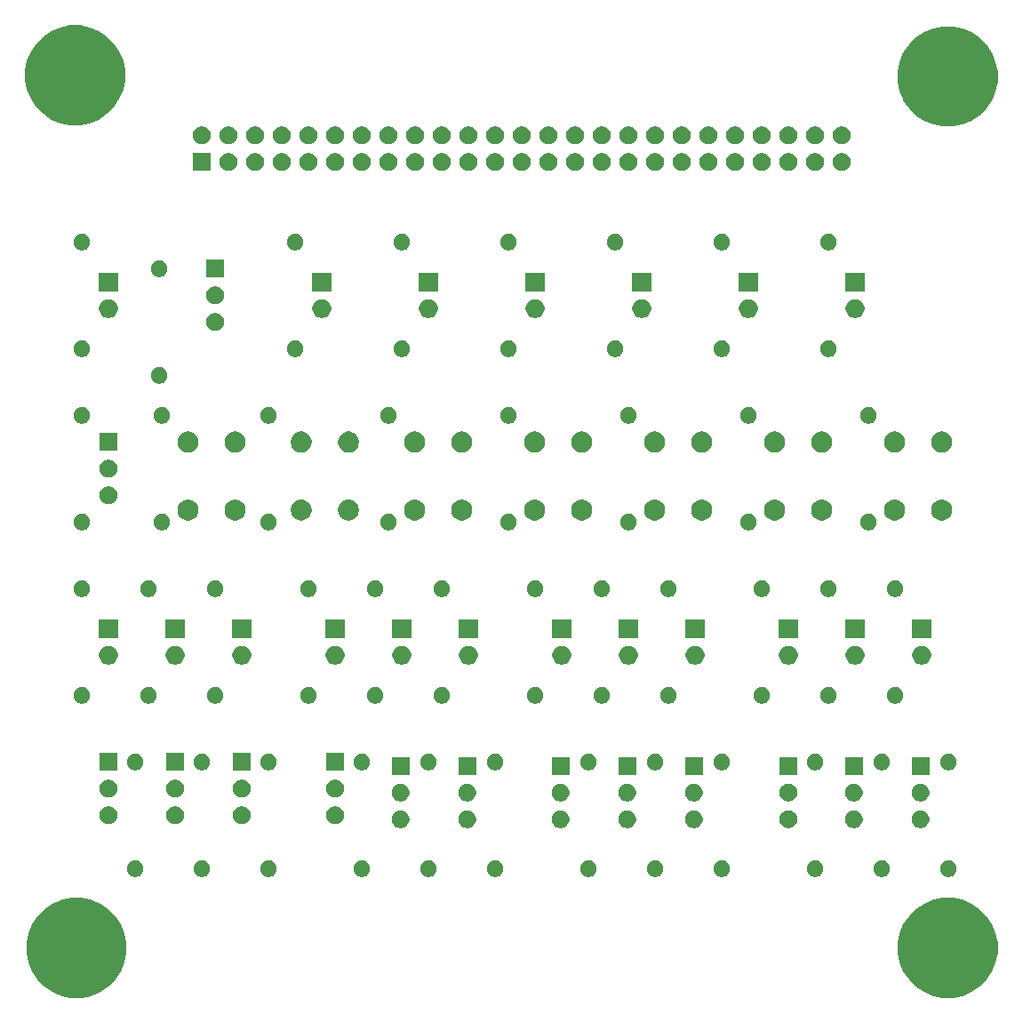
<source format=gbr>
G04 #@! TF.GenerationSoftware,KiCad,Pcbnew,(5.1.5)-3*
G04 #@! TF.CreationDate,2021-04-17T13:21:40-04:00*
G04 #@! TF.ProjectId,LEDS-SW12,4c454453-2d53-4573-9132-2e6b69636164,2*
G04 #@! TF.SameCoordinates,Original*
G04 #@! TF.FileFunction,Soldermask,Top*
G04 #@! TF.FilePolarity,Negative*
%FSLAX46Y46*%
G04 Gerber Fmt 4.6, Leading zero omitted, Abs format (unit mm)*
G04 Created by KiCad (PCBNEW (5.1.5)-3) date 2021-04-17 13:21:40*
%MOMM*%
%LPD*%
G04 APERTURE LIST*
%ADD10C,0.150000*%
G04 APERTURE END LIST*
D10*
G36*
X100389169Y-94420519D02*
G01*
X101255888Y-94779526D01*
X101255890Y-94779527D01*
X102035917Y-95300724D01*
X102699276Y-95964083D01*
X103220473Y-96744110D01*
X103220474Y-96744112D01*
X103579481Y-97610831D01*
X103762500Y-98530933D01*
X103762500Y-99469067D01*
X103579481Y-100389169D01*
X103220474Y-101255888D01*
X103220473Y-101255890D01*
X102699276Y-102035917D01*
X102035917Y-102699276D01*
X101255890Y-103220473D01*
X101255889Y-103220474D01*
X101255888Y-103220474D01*
X100389169Y-103579481D01*
X99469067Y-103762500D01*
X98530933Y-103762500D01*
X97610831Y-103579481D01*
X96744112Y-103220474D01*
X96744111Y-103220474D01*
X96744110Y-103220473D01*
X95964083Y-102699276D01*
X95300724Y-102035917D01*
X94779527Y-101255890D01*
X94779526Y-101255888D01*
X94420519Y-100389169D01*
X94237500Y-99469067D01*
X94237500Y-98530933D01*
X94420519Y-97610831D01*
X94779526Y-96744112D01*
X94779527Y-96744110D01*
X95300724Y-95964083D01*
X95964083Y-95300724D01*
X96744110Y-94779527D01*
X96744112Y-94779526D01*
X97610831Y-94420519D01*
X98530933Y-94237500D01*
X99469067Y-94237500D01*
X100389169Y-94420519D01*
G37*
G36*
X17389169Y-94420519D02*
G01*
X18255888Y-94779526D01*
X18255890Y-94779527D01*
X19035917Y-95300724D01*
X19699276Y-95964083D01*
X20220473Y-96744110D01*
X20220474Y-96744112D01*
X20579481Y-97610831D01*
X20762500Y-98530933D01*
X20762500Y-99469067D01*
X20579481Y-100389169D01*
X20220474Y-101255888D01*
X20220473Y-101255890D01*
X19699276Y-102035917D01*
X19035917Y-102699276D01*
X18255890Y-103220473D01*
X18255889Y-103220474D01*
X18255888Y-103220474D01*
X17389169Y-103579481D01*
X16469067Y-103762500D01*
X15530933Y-103762500D01*
X14610831Y-103579481D01*
X13744112Y-103220474D01*
X13744111Y-103220474D01*
X13744110Y-103220473D01*
X12964083Y-102699276D01*
X12300724Y-102035917D01*
X11779527Y-101255890D01*
X11779526Y-101255888D01*
X11420519Y-100389169D01*
X11237500Y-99469067D01*
X11237500Y-98530933D01*
X11420519Y-97610831D01*
X11779526Y-96744112D01*
X11779527Y-96744110D01*
X12300724Y-95964083D01*
X12964083Y-95300724D01*
X13744110Y-94779527D01*
X13744112Y-94779526D01*
X14610831Y-94420519D01*
X15530933Y-94237500D01*
X16469067Y-94237500D01*
X17389169Y-94420519D01*
G37*
G36*
X21823351Y-90670743D02*
G01*
X21968941Y-90731048D01*
X22099970Y-90818599D01*
X22211401Y-90930030D01*
X22298952Y-91061059D01*
X22359257Y-91206649D01*
X22390000Y-91361206D01*
X22390000Y-91518794D01*
X22359257Y-91673351D01*
X22298952Y-91818941D01*
X22211401Y-91949970D01*
X22099970Y-92061401D01*
X21968941Y-92148952D01*
X21823351Y-92209257D01*
X21668794Y-92240000D01*
X21511206Y-92240000D01*
X21356649Y-92209257D01*
X21211059Y-92148952D01*
X21080030Y-92061401D01*
X20968599Y-91949970D01*
X20881048Y-91818941D01*
X20820743Y-91673351D01*
X20790000Y-91518794D01*
X20790000Y-91361206D01*
X20820743Y-91206649D01*
X20881048Y-91061059D01*
X20968599Y-90930030D01*
X21080030Y-90818599D01*
X21211059Y-90731048D01*
X21356649Y-90670743D01*
X21511206Y-90640000D01*
X21668794Y-90640000D01*
X21823351Y-90670743D01*
G37*
G36*
X49763351Y-90670743D02*
G01*
X49908941Y-90731048D01*
X50039970Y-90818599D01*
X50151401Y-90930030D01*
X50238952Y-91061059D01*
X50299257Y-91206649D01*
X50330000Y-91361206D01*
X50330000Y-91518794D01*
X50299257Y-91673351D01*
X50238952Y-91818941D01*
X50151401Y-91949970D01*
X50039970Y-92061401D01*
X49908941Y-92148952D01*
X49763351Y-92209257D01*
X49608794Y-92240000D01*
X49451206Y-92240000D01*
X49296649Y-92209257D01*
X49151059Y-92148952D01*
X49020030Y-92061401D01*
X48908599Y-91949970D01*
X48821048Y-91818941D01*
X48760743Y-91673351D01*
X48730000Y-91518794D01*
X48730000Y-91361206D01*
X48760743Y-91206649D01*
X48821048Y-91061059D01*
X48908599Y-90930030D01*
X49020030Y-90818599D01*
X49151059Y-90731048D01*
X49296649Y-90670743D01*
X49451206Y-90640000D01*
X49608794Y-90640000D01*
X49763351Y-90670743D01*
G37*
G36*
X56113351Y-90670743D02*
G01*
X56258941Y-90731048D01*
X56389970Y-90818599D01*
X56501401Y-90930030D01*
X56588952Y-91061059D01*
X56649257Y-91206649D01*
X56680000Y-91361206D01*
X56680000Y-91518794D01*
X56649257Y-91673351D01*
X56588952Y-91818941D01*
X56501401Y-91949970D01*
X56389970Y-92061401D01*
X56258941Y-92148952D01*
X56113351Y-92209257D01*
X55958794Y-92240000D01*
X55801206Y-92240000D01*
X55646649Y-92209257D01*
X55501059Y-92148952D01*
X55370030Y-92061401D01*
X55258599Y-91949970D01*
X55171048Y-91818941D01*
X55110743Y-91673351D01*
X55080000Y-91518794D01*
X55080000Y-91361206D01*
X55110743Y-91206649D01*
X55171048Y-91061059D01*
X55258599Y-90930030D01*
X55370030Y-90818599D01*
X55501059Y-90731048D01*
X55646649Y-90670743D01*
X55801206Y-90640000D01*
X55958794Y-90640000D01*
X56113351Y-90670743D01*
G37*
G36*
X65003351Y-90670743D02*
G01*
X65148941Y-90731048D01*
X65279970Y-90818599D01*
X65391401Y-90930030D01*
X65478952Y-91061059D01*
X65539257Y-91206649D01*
X65570000Y-91361206D01*
X65570000Y-91518794D01*
X65539257Y-91673351D01*
X65478952Y-91818941D01*
X65391401Y-91949970D01*
X65279970Y-92061401D01*
X65148941Y-92148952D01*
X65003351Y-92209257D01*
X64848794Y-92240000D01*
X64691206Y-92240000D01*
X64536649Y-92209257D01*
X64391059Y-92148952D01*
X64260030Y-92061401D01*
X64148599Y-91949970D01*
X64061048Y-91818941D01*
X64000743Y-91673351D01*
X63970000Y-91518794D01*
X63970000Y-91361206D01*
X64000743Y-91206649D01*
X64061048Y-91061059D01*
X64148599Y-90930030D01*
X64260030Y-90818599D01*
X64391059Y-90731048D01*
X64536649Y-90670743D01*
X64691206Y-90640000D01*
X64848794Y-90640000D01*
X65003351Y-90670743D01*
G37*
G36*
X71353351Y-90670743D02*
G01*
X71498941Y-90731048D01*
X71629970Y-90818599D01*
X71741401Y-90930030D01*
X71828952Y-91061059D01*
X71889257Y-91206649D01*
X71920000Y-91361206D01*
X71920000Y-91518794D01*
X71889257Y-91673351D01*
X71828952Y-91818941D01*
X71741401Y-91949970D01*
X71629970Y-92061401D01*
X71498941Y-92148952D01*
X71353351Y-92209257D01*
X71198794Y-92240000D01*
X71041206Y-92240000D01*
X70886649Y-92209257D01*
X70741059Y-92148952D01*
X70610030Y-92061401D01*
X70498599Y-91949970D01*
X70411048Y-91818941D01*
X70350743Y-91673351D01*
X70320000Y-91518794D01*
X70320000Y-91361206D01*
X70350743Y-91206649D01*
X70411048Y-91061059D01*
X70498599Y-90930030D01*
X70610030Y-90818599D01*
X70741059Y-90731048D01*
X70886649Y-90670743D01*
X71041206Y-90640000D01*
X71198794Y-90640000D01*
X71353351Y-90670743D01*
G37*
G36*
X86593351Y-90670743D02*
G01*
X86738941Y-90731048D01*
X86869970Y-90818599D01*
X86981401Y-90930030D01*
X87068952Y-91061059D01*
X87129257Y-91206649D01*
X87160000Y-91361206D01*
X87160000Y-91518794D01*
X87129257Y-91673351D01*
X87068952Y-91818941D01*
X86981401Y-91949970D01*
X86869970Y-92061401D01*
X86738941Y-92148952D01*
X86593351Y-92209257D01*
X86438794Y-92240000D01*
X86281206Y-92240000D01*
X86126649Y-92209257D01*
X85981059Y-92148952D01*
X85850030Y-92061401D01*
X85738599Y-91949970D01*
X85651048Y-91818941D01*
X85590743Y-91673351D01*
X85560000Y-91518794D01*
X85560000Y-91361206D01*
X85590743Y-91206649D01*
X85651048Y-91061059D01*
X85738599Y-90930030D01*
X85850030Y-90818599D01*
X85981059Y-90731048D01*
X86126649Y-90670743D01*
X86281206Y-90640000D01*
X86438794Y-90640000D01*
X86593351Y-90670743D01*
G37*
G36*
X92943351Y-90670743D02*
G01*
X93088941Y-90731048D01*
X93219970Y-90818599D01*
X93331401Y-90930030D01*
X93418952Y-91061059D01*
X93479257Y-91206649D01*
X93510000Y-91361206D01*
X93510000Y-91518794D01*
X93479257Y-91673351D01*
X93418952Y-91818941D01*
X93331401Y-91949970D01*
X93219970Y-92061401D01*
X93088941Y-92148952D01*
X92943351Y-92209257D01*
X92788794Y-92240000D01*
X92631206Y-92240000D01*
X92476649Y-92209257D01*
X92331059Y-92148952D01*
X92200030Y-92061401D01*
X92088599Y-91949970D01*
X92001048Y-91818941D01*
X91940743Y-91673351D01*
X91910000Y-91518794D01*
X91910000Y-91361206D01*
X91940743Y-91206649D01*
X92001048Y-91061059D01*
X92088599Y-90930030D01*
X92200030Y-90818599D01*
X92331059Y-90731048D01*
X92476649Y-90670743D01*
X92631206Y-90640000D01*
X92788794Y-90640000D01*
X92943351Y-90670743D01*
G37*
G36*
X28173351Y-90670743D02*
G01*
X28318941Y-90731048D01*
X28449970Y-90818599D01*
X28561401Y-90930030D01*
X28648952Y-91061059D01*
X28709257Y-91206649D01*
X28740000Y-91361206D01*
X28740000Y-91518794D01*
X28709257Y-91673351D01*
X28648952Y-91818941D01*
X28561401Y-91949970D01*
X28449970Y-92061401D01*
X28318941Y-92148952D01*
X28173351Y-92209257D01*
X28018794Y-92240000D01*
X27861206Y-92240000D01*
X27706649Y-92209257D01*
X27561059Y-92148952D01*
X27430030Y-92061401D01*
X27318599Y-91949970D01*
X27231048Y-91818941D01*
X27170743Y-91673351D01*
X27140000Y-91518794D01*
X27140000Y-91361206D01*
X27170743Y-91206649D01*
X27231048Y-91061059D01*
X27318599Y-90930030D01*
X27430030Y-90818599D01*
X27561059Y-90731048D01*
X27706649Y-90670743D01*
X27861206Y-90640000D01*
X28018794Y-90640000D01*
X28173351Y-90670743D01*
G37*
G36*
X34523351Y-90670743D02*
G01*
X34668941Y-90731048D01*
X34799970Y-90818599D01*
X34911401Y-90930030D01*
X34998952Y-91061059D01*
X35059257Y-91206649D01*
X35090000Y-91361206D01*
X35090000Y-91518794D01*
X35059257Y-91673351D01*
X34998952Y-91818941D01*
X34911401Y-91949970D01*
X34799970Y-92061401D01*
X34668941Y-92148952D01*
X34523351Y-92209257D01*
X34368794Y-92240000D01*
X34211206Y-92240000D01*
X34056649Y-92209257D01*
X33911059Y-92148952D01*
X33780030Y-92061401D01*
X33668599Y-91949970D01*
X33581048Y-91818941D01*
X33520743Y-91673351D01*
X33490000Y-91518794D01*
X33490000Y-91361206D01*
X33520743Y-91206649D01*
X33581048Y-91061059D01*
X33668599Y-90930030D01*
X33780030Y-90818599D01*
X33911059Y-90731048D01*
X34056649Y-90670743D01*
X34211206Y-90640000D01*
X34368794Y-90640000D01*
X34523351Y-90670743D01*
G37*
G36*
X99293351Y-90670743D02*
G01*
X99438941Y-90731048D01*
X99569970Y-90818599D01*
X99681401Y-90930030D01*
X99768952Y-91061059D01*
X99829257Y-91206649D01*
X99860000Y-91361206D01*
X99860000Y-91518794D01*
X99829257Y-91673351D01*
X99768952Y-91818941D01*
X99681401Y-91949970D01*
X99569970Y-92061401D01*
X99438941Y-92148952D01*
X99293351Y-92209257D01*
X99138794Y-92240000D01*
X98981206Y-92240000D01*
X98826649Y-92209257D01*
X98681059Y-92148952D01*
X98550030Y-92061401D01*
X98438599Y-91949970D01*
X98351048Y-91818941D01*
X98290743Y-91673351D01*
X98260000Y-91518794D01*
X98260000Y-91361206D01*
X98290743Y-91206649D01*
X98351048Y-91061059D01*
X98438599Y-90930030D01*
X98550030Y-90818599D01*
X98681059Y-90731048D01*
X98826649Y-90670743D01*
X98981206Y-90640000D01*
X99138794Y-90640000D01*
X99293351Y-90670743D01*
G37*
G36*
X43413351Y-90670743D02*
G01*
X43558941Y-90731048D01*
X43689970Y-90818599D01*
X43801401Y-90930030D01*
X43888952Y-91061059D01*
X43949257Y-91206649D01*
X43980000Y-91361206D01*
X43980000Y-91518794D01*
X43949257Y-91673351D01*
X43888952Y-91818941D01*
X43801401Y-91949970D01*
X43689970Y-92061401D01*
X43558941Y-92148952D01*
X43413351Y-92209257D01*
X43258794Y-92240000D01*
X43101206Y-92240000D01*
X42946649Y-92209257D01*
X42801059Y-92148952D01*
X42670030Y-92061401D01*
X42558599Y-91949970D01*
X42471048Y-91818941D01*
X42410743Y-91673351D01*
X42380000Y-91518794D01*
X42380000Y-91361206D01*
X42410743Y-91206649D01*
X42471048Y-91061059D01*
X42558599Y-90930030D01*
X42670030Y-90818599D01*
X42801059Y-90731048D01*
X42946649Y-90670743D01*
X43101206Y-90640000D01*
X43258794Y-90640000D01*
X43413351Y-90670743D01*
G37*
G36*
X77703351Y-90670743D02*
G01*
X77848941Y-90731048D01*
X77979970Y-90818599D01*
X78091401Y-90930030D01*
X78178952Y-91061059D01*
X78239257Y-91206649D01*
X78270000Y-91361206D01*
X78270000Y-91518794D01*
X78239257Y-91673351D01*
X78178952Y-91818941D01*
X78091401Y-91949970D01*
X77979970Y-92061401D01*
X77848941Y-92148952D01*
X77703351Y-92209257D01*
X77548794Y-92240000D01*
X77391206Y-92240000D01*
X77236649Y-92209257D01*
X77091059Y-92148952D01*
X76960030Y-92061401D01*
X76848599Y-91949970D01*
X76761048Y-91818941D01*
X76700743Y-91673351D01*
X76670000Y-91518794D01*
X76670000Y-91361206D01*
X76700743Y-91206649D01*
X76761048Y-91061059D01*
X76848599Y-90930030D01*
X76960030Y-90818599D01*
X77091059Y-90731048D01*
X77236649Y-90670743D01*
X77391206Y-90640000D01*
X77548794Y-90640000D01*
X77703351Y-90670743D01*
G37*
G36*
X90290935Y-85923664D02*
G01*
X90445624Y-85987739D01*
X90445626Y-85987740D01*
X90584844Y-86080762D01*
X90703238Y-86199156D01*
X90796260Y-86338374D01*
X90796261Y-86338376D01*
X90860336Y-86493065D01*
X90893000Y-86657281D01*
X90893000Y-86824719D01*
X90860336Y-86988935D01*
X90808838Y-87113260D01*
X90796260Y-87143626D01*
X90703238Y-87282844D01*
X90584844Y-87401238D01*
X90445626Y-87494260D01*
X90445625Y-87494261D01*
X90445624Y-87494261D01*
X90290935Y-87558336D01*
X90126719Y-87591000D01*
X89959281Y-87591000D01*
X89795065Y-87558336D01*
X89640376Y-87494261D01*
X89640375Y-87494261D01*
X89640374Y-87494260D01*
X89501156Y-87401238D01*
X89382762Y-87282844D01*
X89289740Y-87143626D01*
X89277162Y-87113260D01*
X89225664Y-86988935D01*
X89193000Y-86824719D01*
X89193000Y-86657281D01*
X89225664Y-86493065D01*
X89289739Y-86338376D01*
X89289740Y-86338374D01*
X89382762Y-86199156D01*
X89501156Y-86080762D01*
X89640374Y-85987740D01*
X89640376Y-85987739D01*
X89795065Y-85923664D01*
X89959281Y-85891000D01*
X90126719Y-85891000D01*
X90290935Y-85923664D01*
G37*
G36*
X47110935Y-85923664D02*
G01*
X47265624Y-85987739D01*
X47265626Y-85987740D01*
X47404844Y-86080762D01*
X47523238Y-86199156D01*
X47616260Y-86338374D01*
X47616261Y-86338376D01*
X47680336Y-86493065D01*
X47713000Y-86657281D01*
X47713000Y-86824719D01*
X47680336Y-86988935D01*
X47628838Y-87113260D01*
X47616260Y-87143626D01*
X47523238Y-87282844D01*
X47404844Y-87401238D01*
X47265626Y-87494260D01*
X47265625Y-87494261D01*
X47265624Y-87494261D01*
X47110935Y-87558336D01*
X46946719Y-87591000D01*
X46779281Y-87591000D01*
X46615065Y-87558336D01*
X46460376Y-87494261D01*
X46460375Y-87494261D01*
X46460374Y-87494260D01*
X46321156Y-87401238D01*
X46202762Y-87282844D01*
X46109740Y-87143626D01*
X46097162Y-87113260D01*
X46045664Y-86988935D01*
X46013000Y-86824719D01*
X46013000Y-86657281D01*
X46045664Y-86493065D01*
X46109739Y-86338376D01*
X46109740Y-86338374D01*
X46202762Y-86199156D01*
X46321156Y-86080762D01*
X46460374Y-85987740D01*
X46460376Y-85987739D01*
X46615065Y-85923664D01*
X46779281Y-85891000D01*
X46946719Y-85891000D01*
X47110935Y-85923664D01*
G37*
G36*
X53460935Y-85923664D02*
G01*
X53615624Y-85987739D01*
X53615626Y-85987740D01*
X53754844Y-86080762D01*
X53873238Y-86199156D01*
X53966260Y-86338374D01*
X53966261Y-86338376D01*
X54030336Y-86493065D01*
X54063000Y-86657281D01*
X54063000Y-86824719D01*
X54030336Y-86988935D01*
X53978838Y-87113260D01*
X53966260Y-87143626D01*
X53873238Y-87282844D01*
X53754844Y-87401238D01*
X53615626Y-87494260D01*
X53615625Y-87494261D01*
X53615624Y-87494261D01*
X53460935Y-87558336D01*
X53296719Y-87591000D01*
X53129281Y-87591000D01*
X52965065Y-87558336D01*
X52810376Y-87494261D01*
X52810375Y-87494261D01*
X52810374Y-87494260D01*
X52671156Y-87401238D01*
X52552762Y-87282844D01*
X52459740Y-87143626D01*
X52447162Y-87113260D01*
X52395664Y-86988935D01*
X52363000Y-86824719D01*
X52363000Y-86657281D01*
X52395664Y-86493065D01*
X52459739Y-86338376D01*
X52459740Y-86338374D01*
X52552762Y-86199156D01*
X52671156Y-86080762D01*
X52810374Y-85987740D01*
X52810376Y-85987739D01*
X52965065Y-85923664D01*
X53129281Y-85891000D01*
X53296719Y-85891000D01*
X53460935Y-85923664D01*
G37*
G36*
X96640935Y-85923664D02*
G01*
X96795624Y-85987739D01*
X96795626Y-85987740D01*
X96934844Y-86080762D01*
X97053238Y-86199156D01*
X97146260Y-86338374D01*
X97146261Y-86338376D01*
X97210336Y-86493065D01*
X97243000Y-86657281D01*
X97243000Y-86824719D01*
X97210336Y-86988935D01*
X97158838Y-87113260D01*
X97146260Y-87143626D01*
X97053238Y-87282844D01*
X96934844Y-87401238D01*
X96795626Y-87494260D01*
X96795625Y-87494261D01*
X96795624Y-87494261D01*
X96640935Y-87558336D01*
X96476719Y-87591000D01*
X96309281Y-87591000D01*
X96145065Y-87558336D01*
X95990376Y-87494261D01*
X95990375Y-87494261D01*
X95990374Y-87494260D01*
X95851156Y-87401238D01*
X95732762Y-87282844D01*
X95639740Y-87143626D01*
X95627162Y-87113260D01*
X95575664Y-86988935D01*
X95543000Y-86824719D01*
X95543000Y-86657281D01*
X95575664Y-86493065D01*
X95639739Y-86338376D01*
X95639740Y-86338374D01*
X95732762Y-86199156D01*
X95851156Y-86080762D01*
X95990374Y-85987740D01*
X95990376Y-85987739D01*
X96145065Y-85923664D01*
X96309281Y-85891000D01*
X96476719Y-85891000D01*
X96640935Y-85923664D01*
G37*
G36*
X84067935Y-85923664D02*
G01*
X84222624Y-85987739D01*
X84222626Y-85987740D01*
X84361844Y-86080762D01*
X84480238Y-86199156D01*
X84573260Y-86338374D01*
X84573261Y-86338376D01*
X84637336Y-86493065D01*
X84670000Y-86657281D01*
X84670000Y-86824719D01*
X84637336Y-86988935D01*
X84585838Y-87113260D01*
X84573260Y-87143626D01*
X84480238Y-87282844D01*
X84361844Y-87401238D01*
X84222626Y-87494260D01*
X84222625Y-87494261D01*
X84222624Y-87494261D01*
X84067935Y-87558336D01*
X83903719Y-87591000D01*
X83736281Y-87591000D01*
X83572065Y-87558336D01*
X83417376Y-87494261D01*
X83417375Y-87494261D01*
X83417374Y-87494260D01*
X83278156Y-87401238D01*
X83159762Y-87282844D01*
X83066740Y-87143626D01*
X83054162Y-87113260D01*
X83002664Y-86988935D01*
X82970000Y-86824719D01*
X82970000Y-86657281D01*
X83002664Y-86493065D01*
X83066739Y-86338376D01*
X83066740Y-86338374D01*
X83159762Y-86199156D01*
X83278156Y-86080762D01*
X83417374Y-85987740D01*
X83417376Y-85987739D01*
X83572065Y-85923664D01*
X83736281Y-85891000D01*
X83903719Y-85891000D01*
X84067935Y-85923664D01*
G37*
G36*
X75050935Y-85923664D02*
G01*
X75205624Y-85987739D01*
X75205626Y-85987740D01*
X75344844Y-86080762D01*
X75463238Y-86199156D01*
X75556260Y-86338374D01*
X75556261Y-86338376D01*
X75620336Y-86493065D01*
X75653000Y-86657281D01*
X75653000Y-86824719D01*
X75620336Y-86988935D01*
X75568838Y-87113260D01*
X75556260Y-87143626D01*
X75463238Y-87282844D01*
X75344844Y-87401238D01*
X75205626Y-87494260D01*
X75205625Y-87494261D01*
X75205624Y-87494261D01*
X75050935Y-87558336D01*
X74886719Y-87591000D01*
X74719281Y-87591000D01*
X74555065Y-87558336D01*
X74400376Y-87494261D01*
X74400375Y-87494261D01*
X74400374Y-87494260D01*
X74261156Y-87401238D01*
X74142762Y-87282844D01*
X74049740Y-87143626D01*
X74037162Y-87113260D01*
X73985664Y-86988935D01*
X73953000Y-86824719D01*
X73953000Y-86657281D01*
X73985664Y-86493065D01*
X74049739Y-86338376D01*
X74049740Y-86338374D01*
X74142762Y-86199156D01*
X74261156Y-86080762D01*
X74400374Y-85987740D01*
X74400376Y-85987739D01*
X74555065Y-85923664D01*
X74719281Y-85891000D01*
X74886719Y-85891000D01*
X75050935Y-85923664D01*
G37*
G36*
X62350935Y-85923664D02*
G01*
X62505624Y-85987739D01*
X62505626Y-85987740D01*
X62644844Y-86080762D01*
X62763238Y-86199156D01*
X62856260Y-86338374D01*
X62856261Y-86338376D01*
X62920336Y-86493065D01*
X62953000Y-86657281D01*
X62953000Y-86824719D01*
X62920336Y-86988935D01*
X62868838Y-87113260D01*
X62856260Y-87143626D01*
X62763238Y-87282844D01*
X62644844Y-87401238D01*
X62505626Y-87494260D01*
X62505625Y-87494261D01*
X62505624Y-87494261D01*
X62350935Y-87558336D01*
X62186719Y-87591000D01*
X62019281Y-87591000D01*
X61855065Y-87558336D01*
X61700376Y-87494261D01*
X61700375Y-87494261D01*
X61700374Y-87494260D01*
X61561156Y-87401238D01*
X61442762Y-87282844D01*
X61349740Y-87143626D01*
X61337162Y-87113260D01*
X61285664Y-86988935D01*
X61253000Y-86824719D01*
X61253000Y-86657281D01*
X61285664Y-86493065D01*
X61349739Y-86338376D01*
X61349740Y-86338374D01*
X61442762Y-86199156D01*
X61561156Y-86080762D01*
X61700374Y-85987740D01*
X61700376Y-85987739D01*
X61855065Y-85923664D01*
X62019281Y-85891000D01*
X62186719Y-85891000D01*
X62350935Y-85923664D01*
G37*
G36*
X68700935Y-85923664D02*
G01*
X68855624Y-85987739D01*
X68855626Y-85987740D01*
X68994844Y-86080762D01*
X69113238Y-86199156D01*
X69206260Y-86338374D01*
X69206261Y-86338376D01*
X69270336Y-86493065D01*
X69303000Y-86657281D01*
X69303000Y-86824719D01*
X69270336Y-86988935D01*
X69218838Y-87113260D01*
X69206260Y-87143626D01*
X69113238Y-87282844D01*
X68994844Y-87401238D01*
X68855626Y-87494260D01*
X68855625Y-87494261D01*
X68855624Y-87494261D01*
X68700935Y-87558336D01*
X68536719Y-87591000D01*
X68369281Y-87591000D01*
X68205065Y-87558336D01*
X68050376Y-87494261D01*
X68050375Y-87494261D01*
X68050374Y-87494260D01*
X67911156Y-87401238D01*
X67792762Y-87282844D01*
X67699740Y-87143626D01*
X67687162Y-87113260D01*
X67635664Y-86988935D01*
X67603000Y-86824719D01*
X67603000Y-86657281D01*
X67635664Y-86493065D01*
X67699739Y-86338376D01*
X67699740Y-86338374D01*
X67792762Y-86199156D01*
X67911156Y-86080762D01*
X68050374Y-85987740D01*
X68050376Y-85987739D01*
X68205065Y-85923664D01*
X68369281Y-85891000D01*
X68536719Y-85891000D01*
X68700935Y-85923664D01*
G37*
G36*
X40887935Y-85542664D02*
G01*
X41042624Y-85606739D01*
X41042626Y-85606740D01*
X41181844Y-85699762D01*
X41300238Y-85818156D01*
X41370736Y-85923665D01*
X41393261Y-85957376D01*
X41457336Y-86112065D01*
X41490000Y-86276281D01*
X41490000Y-86443719D01*
X41457336Y-86607935D01*
X41393261Y-86762624D01*
X41393260Y-86762626D01*
X41300238Y-86901844D01*
X41181844Y-87020238D01*
X41042626Y-87113260D01*
X41042625Y-87113261D01*
X41042624Y-87113261D01*
X40887935Y-87177336D01*
X40723719Y-87210000D01*
X40556281Y-87210000D01*
X40392065Y-87177336D01*
X40237376Y-87113261D01*
X40237375Y-87113261D01*
X40237374Y-87113260D01*
X40098156Y-87020238D01*
X39979762Y-86901844D01*
X39886740Y-86762626D01*
X39886739Y-86762624D01*
X39822664Y-86607935D01*
X39790000Y-86443719D01*
X39790000Y-86276281D01*
X39822664Y-86112065D01*
X39886739Y-85957376D01*
X39909264Y-85923665D01*
X39979762Y-85818156D01*
X40098156Y-85699762D01*
X40237374Y-85606740D01*
X40237376Y-85606739D01*
X40392065Y-85542664D01*
X40556281Y-85510000D01*
X40723719Y-85510000D01*
X40887935Y-85542664D01*
G37*
G36*
X25647935Y-85542664D02*
G01*
X25802624Y-85606739D01*
X25802626Y-85606740D01*
X25941844Y-85699762D01*
X26060238Y-85818156D01*
X26130736Y-85923665D01*
X26153261Y-85957376D01*
X26217336Y-86112065D01*
X26250000Y-86276281D01*
X26250000Y-86443719D01*
X26217336Y-86607935D01*
X26153261Y-86762624D01*
X26153260Y-86762626D01*
X26060238Y-86901844D01*
X25941844Y-87020238D01*
X25802626Y-87113260D01*
X25802625Y-87113261D01*
X25802624Y-87113261D01*
X25647935Y-87177336D01*
X25483719Y-87210000D01*
X25316281Y-87210000D01*
X25152065Y-87177336D01*
X24997376Y-87113261D01*
X24997375Y-87113261D01*
X24997374Y-87113260D01*
X24858156Y-87020238D01*
X24739762Y-86901844D01*
X24646740Y-86762626D01*
X24646739Y-86762624D01*
X24582664Y-86607935D01*
X24550000Y-86443719D01*
X24550000Y-86276281D01*
X24582664Y-86112065D01*
X24646739Y-85957376D01*
X24669264Y-85923665D01*
X24739762Y-85818156D01*
X24858156Y-85699762D01*
X24997374Y-85606740D01*
X24997376Y-85606739D01*
X25152065Y-85542664D01*
X25316281Y-85510000D01*
X25483719Y-85510000D01*
X25647935Y-85542664D01*
G37*
G36*
X19297935Y-85542664D02*
G01*
X19452624Y-85606739D01*
X19452626Y-85606740D01*
X19591844Y-85699762D01*
X19710238Y-85818156D01*
X19780736Y-85923665D01*
X19803261Y-85957376D01*
X19867336Y-86112065D01*
X19900000Y-86276281D01*
X19900000Y-86443719D01*
X19867336Y-86607935D01*
X19803261Y-86762624D01*
X19803260Y-86762626D01*
X19710238Y-86901844D01*
X19591844Y-87020238D01*
X19452626Y-87113260D01*
X19452625Y-87113261D01*
X19452624Y-87113261D01*
X19297935Y-87177336D01*
X19133719Y-87210000D01*
X18966281Y-87210000D01*
X18802065Y-87177336D01*
X18647376Y-87113261D01*
X18647375Y-87113261D01*
X18647374Y-87113260D01*
X18508156Y-87020238D01*
X18389762Y-86901844D01*
X18296740Y-86762626D01*
X18296739Y-86762624D01*
X18232664Y-86607935D01*
X18200000Y-86443719D01*
X18200000Y-86276281D01*
X18232664Y-86112065D01*
X18296739Y-85957376D01*
X18319264Y-85923665D01*
X18389762Y-85818156D01*
X18508156Y-85699762D01*
X18647374Y-85606740D01*
X18647376Y-85606739D01*
X18802065Y-85542664D01*
X18966281Y-85510000D01*
X19133719Y-85510000D01*
X19297935Y-85542664D01*
G37*
G36*
X31997935Y-85542664D02*
G01*
X32152624Y-85606739D01*
X32152626Y-85606740D01*
X32291844Y-85699762D01*
X32410238Y-85818156D01*
X32480736Y-85923665D01*
X32503261Y-85957376D01*
X32567336Y-86112065D01*
X32600000Y-86276281D01*
X32600000Y-86443719D01*
X32567336Y-86607935D01*
X32503261Y-86762624D01*
X32503260Y-86762626D01*
X32410238Y-86901844D01*
X32291844Y-87020238D01*
X32152626Y-87113260D01*
X32152625Y-87113261D01*
X32152624Y-87113261D01*
X31997935Y-87177336D01*
X31833719Y-87210000D01*
X31666281Y-87210000D01*
X31502065Y-87177336D01*
X31347376Y-87113261D01*
X31347375Y-87113261D01*
X31347374Y-87113260D01*
X31208156Y-87020238D01*
X31089762Y-86901844D01*
X30996740Y-86762626D01*
X30996739Y-86762624D01*
X30932664Y-86607935D01*
X30900000Y-86443719D01*
X30900000Y-86276281D01*
X30932664Y-86112065D01*
X30996739Y-85957376D01*
X31019264Y-85923665D01*
X31089762Y-85818156D01*
X31208156Y-85699762D01*
X31347374Y-85606740D01*
X31347376Y-85606739D01*
X31502065Y-85542664D01*
X31666281Y-85510000D01*
X31833719Y-85510000D01*
X31997935Y-85542664D01*
G37*
G36*
X62350935Y-83383664D02*
G01*
X62505624Y-83447739D01*
X62505626Y-83447740D01*
X62644844Y-83540762D01*
X62763238Y-83659156D01*
X62856260Y-83798374D01*
X62856261Y-83798376D01*
X62920336Y-83953065D01*
X62953000Y-84117281D01*
X62953000Y-84284719D01*
X62920336Y-84448935D01*
X62868838Y-84573260D01*
X62856260Y-84603626D01*
X62763238Y-84742844D01*
X62644844Y-84861238D01*
X62505626Y-84954260D01*
X62505625Y-84954261D01*
X62505624Y-84954261D01*
X62350935Y-85018336D01*
X62186719Y-85051000D01*
X62019281Y-85051000D01*
X61855065Y-85018336D01*
X61700376Y-84954261D01*
X61700375Y-84954261D01*
X61700374Y-84954260D01*
X61561156Y-84861238D01*
X61442762Y-84742844D01*
X61349740Y-84603626D01*
X61337162Y-84573260D01*
X61285664Y-84448935D01*
X61253000Y-84284719D01*
X61253000Y-84117281D01*
X61285664Y-83953065D01*
X61349739Y-83798376D01*
X61349740Y-83798374D01*
X61442762Y-83659156D01*
X61561156Y-83540762D01*
X61700374Y-83447740D01*
X61700376Y-83447739D01*
X61855065Y-83383664D01*
X62019281Y-83351000D01*
X62186719Y-83351000D01*
X62350935Y-83383664D01*
G37*
G36*
X47110935Y-83383664D02*
G01*
X47265624Y-83447739D01*
X47265626Y-83447740D01*
X47404844Y-83540762D01*
X47523238Y-83659156D01*
X47616260Y-83798374D01*
X47616261Y-83798376D01*
X47680336Y-83953065D01*
X47713000Y-84117281D01*
X47713000Y-84284719D01*
X47680336Y-84448935D01*
X47628838Y-84573260D01*
X47616260Y-84603626D01*
X47523238Y-84742844D01*
X47404844Y-84861238D01*
X47265626Y-84954260D01*
X47265625Y-84954261D01*
X47265624Y-84954261D01*
X47110935Y-85018336D01*
X46946719Y-85051000D01*
X46779281Y-85051000D01*
X46615065Y-85018336D01*
X46460376Y-84954261D01*
X46460375Y-84954261D01*
X46460374Y-84954260D01*
X46321156Y-84861238D01*
X46202762Y-84742844D01*
X46109740Y-84603626D01*
X46097162Y-84573260D01*
X46045664Y-84448935D01*
X46013000Y-84284719D01*
X46013000Y-84117281D01*
X46045664Y-83953065D01*
X46109739Y-83798376D01*
X46109740Y-83798374D01*
X46202762Y-83659156D01*
X46321156Y-83540762D01*
X46460374Y-83447740D01*
X46460376Y-83447739D01*
X46615065Y-83383664D01*
X46779281Y-83351000D01*
X46946719Y-83351000D01*
X47110935Y-83383664D01*
G37*
G36*
X53460935Y-83383664D02*
G01*
X53615624Y-83447739D01*
X53615626Y-83447740D01*
X53754844Y-83540762D01*
X53873238Y-83659156D01*
X53966260Y-83798374D01*
X53966261Y-83798376D01*
X54030336Y-83953065D01*
X54063000Y-84117281D01*
X54063000Y-84284719D01*
X54030336Y-84448935D01*
X53978838Y-84573260D01*
X53966260Y-84603626D01*
X53873238Y-84742844D01*
X53754844Y-84861238D01*
X53615626Y-84954260D01*
X53615625Y-84954261D01*
X53615624Y-84954261D01*
X53460935Y-85018336D01*
X53296719Y-85051000D01*
X53129281Y-85051000D01*
X52965065Y-85018336D01*
X52810376Y-84954261D01*
X52810375Y-84954261D01*
X52810374Y-84954260D01*
X52671156Y-84861238D01*
X52552762Y-84742844D01*
X52459740Y-84603626D01*
X52447162Y-84573260D01*
X52395664Y-84448935D01*
X52363000Y-84284719D01*
X52363000Y-84117281D01*
X52395664Y-83953065D01*
X52459739Y-83798376D01*
X52459740Y-83798374D01*
X52552762Y-83659156D01*
X52671156Y-83540762D01*
X52810374Y-83447740D01*
X52810376Y-83447739D01*
X52965065Y-83383664D01*
X53129281Y-83351000D01*
X53296719Y-83351000D01*
X53460935Y-83383664D01*
G37*
G36*
X84067935Y-83383664D02*
G01*
X84222624Y-83447739D01*
X84222626Y-83447740D01*
X84361844Y-83540762D01*
X84480238Y-83659156D01*
X84573260Y-83798374D01*
X84573261Y-83798376D01*
X84637336Y-83953065D01*
X84670000Y-84117281D01*
X84670000Y-84284719D01*
X84637336Y-84448935D01*
X84585838Y-84573260D01*
X84573260Y-84603626D01*
X84480238Y-84742844D01*
X84361844Y-84861238D01*
X84222626Y-84954260D01*
X84222625Y-84954261D01*
X84222624Y-84954261D01*
X84067935Y-85018336D01*
X83903719Y-85051000D01*
X83736281Y-85051000D01*
X83572065Y-85018336D01*
X83417376Y-84954261D01*
X83417375Y-84954261D01*
X83417374Y-84954260D01*
X83278156Y-84861238D01*
X83159762Y-84742844D01*
X83066740Y-84603626D01*
X83054162Y-84573260D01*
X83002664Y-84448935D01*
X82970000Y-84284719D01*
X82970000Y-84117281D01*
X83002664Y-83953065D01*
X83066739Y-83798376D01*
X83066740Y-83798374D01*
X83159762Y-83659156D01*
X83278156Y-83540762D01*
X83417374Y-83447740D01*
X83417376Y-83447739D01*
X83572065Y-83383664D01*
X83736281Y-83351000D01*
X83903719Y-83351000D01*
X84067935Y-83383664D01*
G37*
G36*
X90290935Y-83383664D02*
G01*
X90445624Y-83447739D01*
X90445626Y-83447740D01*
X90584844Y-83540762D01*
X90703238Y-83659156D01*
X90796260Y-83798374D01*
X90796261Y-83798376D01*
X90860336Y-83953065D01*
X90893000Y-84117281D01*
X90893000Y-84284719D01*
X90860336Y-84448935D01*
X90808838Y-84573260D01*
X90796260Y-84603626D01*
X90703238Y-84742844D01*
X90584844Y-84861238D01*
X90445626Y-84954260D01*
X90445625Y-84954261D01*
X90445624Y-84954261D01*
X90290935Y-85018336D01*
X90126719Y-85051000D01*
X89959281Y-85051000D01*
X89795065Y-85018336D01*
X89640376Y-84954261D01*
X89640375Y-84954261D01*
X89640374Y-84954260D01*
X89501156Y-84861238D01*
X89382762Y-84742844D01*
X89289740Y-84603626D01*
X89277162Y-84573260D01*
X89225664Y-84448935D01*
X89193000Y-84284719D01*
X89193000Y-84117281D01*
X89225664Y-83953065D01*
X89289739Y-83798376D01*
X89289740Y-83798374D01*
X89382762Y-83659156D01*
X89501156Y-83540762D01*
X89640374Y-83447740D01*
X89640376Y-83447739D01*
X89795065Y-83383664D01*
X89959281Y-83351000D01*
X90126719Y-83351000D01*
X90290935Y-83383664D01*
G37*
G36*
X96640935Y-83383664D02*
G01*
X96795624Y-83447739D01*
X96795626Y-83447740D01*
X96934844Y-83540762D01*
X97053238Y-83659156D01*
X97146260Y-83798374D01*
X97146261Y-83798376D01*
X97210336Y-83953065D01*
X97243000Y-84117281D01*
X97243000Y-84284719D01*
X97210336Y-84448935D01*
X97158838Y-84573260D01*
X97146260Y-84603626D01*
X97053238Y-84742844D01*
X96934844Y-84861238D01*
X96795626Y-84954260D01*
X96795625Y-84954261D01*
X96795624Y-84954261D01*
X96640935Y-85018336D01*
X96476719Y-85051000D01*
X96309281Y-85051000D01*
X96145065Y-85018336D01*
X95990376Y-84954261D01*
X95990375Y-84954261D01*
X95990374Y-84954260D01*
X95851156Y-84861238D01*
X95732762Y-84742844D01*
X95639740Y-84603626D01*
X95627162Y-84573260D01*
X95575664Y-84448935D01*
X95543000Y-84284719D01*
X95543000Y-84117281D01*
X95575664Y-83953065D01*
X95639739Y-83798376D01*
X95639740Y-83798374D01*
X95732762Y-83659156D01*
X95851156Y-83540762D01*
X95990374Y-83447740D01*
X95990376Y-83447739D01*
X96145065Y-83383664D01*
X96309281Y-83351000D01*
X96476719Y-83351000D01*
X96640935Y-83383664D01*
G37*
G36*
X68700935Y-83383664D02*
G01*
X68855624Y-83447739D01*
X68855626Y-83447740D01*
X68994844Y-83540762D01*
X69113238Y-83659156D01*
X69206260Y-83798374D01*
X69206261Y-83798376D01*
X69270336Y-83953065D01*
X69303000Y-84117281D01*
X69303000Y-84284719D01*
X69270336Y-84448935D01*
X69218838Y-84573260D01*
X69206260Y-84603626D01*
X69113238Y-84742844D01*
X68994844Y-84861238D01*
X68855626Y-84954260D01*
X68855625Y-84954261D01*
X68855624Y-84954261D01*
X68700935Y-85018336D01*
X68536719Y-85051000D01*
X68369281Y-85051000D01*
X68205065Y-85018336D01*
X68050376Y-84954261D01*
X68050375Y-84954261D01*
X68050374Y-84954260D01*
X67911156Y-84861238D01*
X67792762Y-84742844D01*
X67699740Y-84603626D01*
X67687162Y-84573260D01*
X67635664Y-84448935D01*
X67603000Y-84284719D01*
X67603000Y-84117281D01*
X67635664Y-83953065D01*
X67699739Y-83798376D01*
X67699740Y-83798374D01*
X67792762Y-83659156D01*
X67911156Y-83540762D01*
X68050374Y-83447740D01*
X68050376Y-83447739D01*
X68205065Y-83383664D01*
X68369281Y-83351000D01*
X68536719Y-83351000D01*
X68700935Y-83383664D01*
G37*
G36*
X75050935Y-83383664D02*
G01*
X75205624Y-83447739D01*
X75205626Y-83447740D01*
X75344844Y-83540762D01*
X75463238Y-83659156D01*
X75556260Y-83798374D01*
X75556261Y-83798376D01*
X75620336Y-83953065D01*
X75653000Y-84117281D01*
X75653000Y-84284719D01*
X75620336Y-84448935D01*
X75568838Y-84573260D01*
X75556260Y-84603626D01*
X75463238Y-84742844D01*
X75344844Y-84861238D01*
X75205626Y-84954260D01*
X75205625Y-84954261D01*
X75205624Y-84954261D01*
X75050935Y-85018336D01*
X74886719Y-85051000D01*
X74719281Y-85051000D01*
X74555065Y-85018336D01*
X74400376Y-84954261D01*
X74400375Y-84954261D01*
X74400374Y-84954260D01*
X74261156Y-84861238D01*
X74142762Y-84742844D01*
X74049740Y-84603626D01*
X74037162Y-84573260D01*
X73985664Y-84448935D01*
X73953000Y-84284719D01*
X73953000Y-84117281D01*
X73985664Y-83953065D01*
X74049739Y-83798376D01*
X74049740Y-83798374D01*
X74142762Y-83659156D01*
X74261156Y-83540762D01*
X74400374Y-83447740D01*
X74400376Y-83447739D01*
X74555065Y-83383664D01*
X74719281Y-83351000D01*
X74886719Y-83351000D01*
X75050935Y-83383664D01*
G37*
G36*
X25647935Y-83002664D02*
G01*
X25802624Y-83066739D01*
X25802626Y-83066740D01*
X25941844Y-83159762D01*
X26060238Y-83278156D01*
X26130736Y-83383665D01*
X26153261Y-83417376D01*
X26217336Y-83572065D01*
X26250000Y-83736281D01*
X26250000Y-83903719D01*
X26217336Y-84067935D01*
X26153261Y-84222624D01*
X26153260Y-84222626D01*
X26060238Y-84361844D01*
X25941844Y-84480238D01*
X25802626Y-84573260D01*
X25802625Y-84573261D01*
X25802624Y-84573261D01*
X25647935Y-84637336D01*
X25483719Y-84670000D01*
X25316281Y-84670000D01*
X25152065Y-84637336D01*
X24997376Y-84573261D01*
X24997375Y-84573261D01*
X24997374Y-84573260D01*
X24858156Y-84480238D01*
X24739762Y-84361844D01*
X24646740Y-84222626D01*
X24646739Y-84222624D01*
X24582664Y-84067935D01*
X24550000Y-83903719D01*
X24550000Y-83736281D01*
X24582664Y-83572065D01*
X24646739Y-83417376D01*
X24669264Y-83383665D01*
X24739762Y-83278156D01*
X24858156Y-83159762D01*
X24997374Y-83066740D01*
X24997376Y-83066739D01*
X25152065Y-83002664D01*
X25316281Y-82970000D01*
X25483719Y-82970000D01*
X25647935Y-83002664D01*
G37*
G36*
X40887935Y-83002664D02*
G01*
X41042624Y-83066739D01*
X41042626Y-83066740D01*
X41181844Y-83159762D01*
X41300238Y-83278156D01*
X41370736Y-83383665D01*
X41393261Y-83417376D01*
X41457336Y-83572065D01*
X41490000Y-83736281D01*
X41490000Y-83903719D01*
X41457336Y-84067935D01*
X41393261Y-84222624D01*
X41393260Y-84222626D01*
X41300238Y-84361844D01*
X41181844Y-84480238D01*
X41042626Y-84573260D01*
X41042625Y-84573261D01*
X41042624Y-84573261D01*
X40887935Y-84637336D01*
X40723719Y-84670000D01*
X40556281Y-84670000D01*
X40392065Y-84637336D01*
X40237376Y-84573261D01*
X40237375Y-84573261D01*
X40237374Y-84573260D01*
X40098156Y-84480238D01*
X39979762Y-84361844D01*
X39886740Y-84222626D01*
X39886739Y-84222624D01*
X39822664Y-84067935D01*
X39790000Y-83903719D01*
X39790000Y-83736281D01*
X39822664Y-83572065D01*
X39886739Y-83417376D01*
X39909264Y-83383665D01*
X39979762Y-83278156D01*
X40098156Y-83159762D01*
X40237374Y-83066740D01*
X40237376Y-83066739D01*
X40392065Y-83002664D01*
X40556281Y-82970000D01*
X40723719Y-82970000D01*
X40887935Y-83002664D01*
G37*
G36*
X31997935Y-83002664D02*
G01*
X32152624Y-83066739D01*
X32152626Y-83066740D01*
X32291844Y-83159762D01*
X32410238Y-83278156D01*
X32480736Y-83383665D01*
X32503261Y-83417376D01*
X32567336Y-83572065D01*
X32600000Y-83736281D01*
X32600000Y-83903719D01*
X32567336Y-84067935D01*
X32503261Y-84222624D01*
X32503260Y-84222626D01*
X32410238Y-84361844D01*
X32291844Y-84480238D01*
X32152626Y-84573260D01*
X32152625Y-84573261D01*
X32152624Y-84573261D01*
X31997935Y-84637336D01*
X31833719Y-84670000D01*
X31666281Y-84670000D01*
X31502065Y-84637336D01*
X31347376Y-84573261D01*
X31347375Y-84573261D01*
X31347374Y-84573260D01*
X31208156Y-84480238D01*
X31089762Y-84361844D01*
X30996740Y-84222626D01*
X30996739Y-84222624D01*
X30932664Y-84067935D01*
X30900000Y-83903719D01*
X30900000Y-83736281D01*
X30932664Y-83572065D01*
X30996739Y-83417376D01*
X31019264Y-83383665D01*
X31089762Y-83278156D01*
X31208156Y-83159762D01*
X31347374Y-83066740D01*
X31347376Y-83066739D01*
X31502065Y-83002664D01*
X31666281Y-82970000D01*
X31833719Y-82970000D01*
X31997935Y-83002664D01*
G37*
G36*
X19297935Y-83002664D02*
G01*
X19452624Y-83066739D01*
X19452626Y-83066740D01*
X19591844Y-83159762D01*
X19710238Y-83278156D01*
X19780736Y-83383665D01*
X19803261Y-83417376D01*
X19867336Y-83572065D01*
X19900000Y-83736281D01*
X19900000Y-83903719D01*
X19867336Y-84067935D01*
X19803261Y-84222624D01*
X19803260Y-84222626D01*
X19710238Y-84361844D01*
X19591844Y-84480238D01*
X19452626Y-84573260D01*
X19452625Y-84573261D01*
X19452624Y-84573261D01*
X19297935Y-84637336D01*
X19133719Y-84670000D01*
X18966281Y-84670000D01*
X18802065Y-84637336D01*
X18647376Y-84573261D01*
X18647375Y-84573261D01*
X18647374Y-84573260D01*
X18508156Y-84480238D01*
X18389762Y-84361844D01*
X18296740Y-84222626D01*
X18296739Y-84222624D01*
X18232664Y-84067935D01*
X18200000Y-83903719D01*
X18200000Y-83736281D01*
X18232664Y-83572065D01*
X18296739Y-83417376D01*
X18319264Y-83383665D01*
X18389762Y-83278156D01*
X18508156Y-83159762D01*
X18647374Y-83066740D01*
X18647376Y-83066739D01*
X18802065Y-83002664D01*
X18966281Y-82970000D01*
X19133719Y-82970000D01*
X19297935Y-83002664D01*
G37*
G36*
X62953000Y-82511000D02*
G01*
X61253000Y-82511000D01*
X61253000Y-80811000D01*
X62953000Y-80811000D01*
X62953000Y-82511000D01*
G37*
G36*
X54063000Y-82511000D02*
G01*
X52363000Y-82511000D01*
X52363000Y-80811000D01*
X54063000Y-80811000D01*
X54063000Y-82511000D01*
G37*
G36*
X47713000Y-82511000D02*
G01*
X46013000Y-82511000D01*
X46013000Y-80811000D01*
X47713000Y-80811000D01*
X47713000Y-82511000D01*
G37*
G36*
X69303000Y-82511000D02*
G01*
X67603000Y-82511000D01*
X67603000Y-80811000D01*
X69303000Y-80811000D01*
X69303000Y-82511000D01*
G37*
G36*
X75653000Y-82511000D02*
G01*
X73953000Y-82511000D01*
X73953000Y-80811000D01*
X75653000Y-80811000D01*
X75653000Y-82511000D01*
G37*
G36*
X84670000Y-82511000D02*
G01*
X82970000Y-82511000D01*
X82970000Y-80811000D01*
X84670000Y-80811000D01*
X84670000Y-82511000D01*
G37*
G36*
X90893000Y-82511000D02*
G01*
X89193000Y-82511000D01*
X89193000Y-80811000D01*
X90893000Y-80811000D01*
X90893000Y-82511000D01*
G37*
G36*
X97243000Y-82511000D02*
G01*
X95543000Y-82511000D01*
X95543000Y-80811000D01*
X97243000Y-80811000D01*
X97243000Y-82511000D01*
G37*
G36*
X32600000Y-82130000D02*
G01*
X30900000Y-82130000D01*
X30900000Y-80430000D01*
X32600000Y-80430000D01*
X32600000Y-82130000D01*
G37*
G36*
X19900000Y-82130000D02*
G01*
X18200000Y-82130000D01*
X18200000Y-80430000D01*
X19900000Y-80430000D01*
X19900000Y-82130000D01*
G37*
G36*
X26250000Y-82130000D02*
G01*
X24550000Y-82130000D01*
X24550000Y-80430000D01*
X26250000Y-80430000D01*
X26250000Y-82130000D01*
G37*
G36*
X41490000Y-82130000D02*
G01*
X39790000Y-82130000D01*
X39790000Y-80430000D01*
X41490000Y-80430000D01*
X41490000Y-82130000D01*
G37*
G36*
X34523351Y-80510743D02*
G01*
X34668941Y-80571048D01*
X34799970Y-80658599D01*
X34911401Y-80770030D01*
X34998952Y-80901059D01*
X35059257Y-81046649D01*
X35090000Y-81201206D01*
X35090000Y-81358794D01*
X35059257Y-81513351D01*
X34998952Y-81658941D01*
X34911401Y-81789970D01*
X34799970Y-81901401D01*
X34668941Y-81988952D01*
X34523351Y-82049257D01*
X34368794Y-82080000D01*
X34211206Y-82080000D01*
X34056649Y-82049257D01*
X33911059Y-81988952D01*
X33780030Y-81901401D01*
X33668599Y-81789970D01*
X33581048Y-81658941D01*
X33520743Y-81513351D01*
X33490000Y-81358794D01*
X33490000Y-81201206D01*
X33520743Y-81046649D01*
X33581048Y-80901059D01*
X33668599Y-80770030D01*
X33780030Y-80658599D01*
X33911059Y-80571048D01*
X34056649Y-80510743D01*
X34211206Y-80480000D01*
X34368794Y-80480000D01*
X34523351Y-80510743D01*
G37*
G36*
X99293351Y-80510743D02*
G01*
X99438941Y-80571048D01*
X99569970Y-80658599D01*
X99681401Y-80770030D01*
X99768952Y-80901059D01*
X99829257Y-81046649D01*
X99860000Y-81201206D01*
X99860000Y-81358794D01*
X99829257Y-81513351D01*
X99768952Y-81658941D01*
X99681401Y-81789970D01*
X99569970Y-81901401D01*
X99438941Y-81988952D01*
X99293351Y-82049257D01*
X99138794Y-82080000D01*
X98981206Y-82080000D01*
X98826649Y-82049257D01*
X98681059Y-81988952D01*
X98550030Y-81901401D01*
X98438599Y-81789970D01*
X98351048Y-81658941D01*
X98290743Y-81513351D01*
X98260000Y-81358794D01*
X98260000Y-81201206D01*
X98290743Y-81046649D01*
X98351048Y-80901059D01*
X98438599Y-80770030D01*
X98550030Y-80658599D01*
X98681059Y-80571048D01*
X98826649Y-80510743D01*
X98981206Y-80480000D01*
X99138794Y-80480000D01*
X99293351Y-80510743D01*
G37*
G36*
X49763351Y-80510743D02*
G01*
X49908941Y-80571048D01*
X50039970Y-80658599D01*
X50151401Y-80770030D01*
X50238952Y-80901059D01*
X50299257Y-81046649D01*
X50330000Y-81201206D01*
X50330000Y-81358794D01*
X50299257Y-81513351D01*
X50238952Y-81658941D01*
X50151401Y-81789970D01*
X50039970Y-81901401D01*
X49908941Y-81988952D01*
X49763351Y-82049257D01*
X49608794Y-82080000D01*
X49451206Y-82080000D01*
X49296649Y-82049257D01*
X49151059Y-81988952D01*
X49020030Y-81901401D01*
X48908599Y-81789970D01*
X48821048Y-81658941D01*
X48760743Y-81513351D01*
X48730000Y-81358794D01*
X48730000Y-81201206D01*
X48760743Y-81046649D01*
X48821048Y-80901059D01*
X48908599Y-80770030D01*
X49020030Y-80658599D01*
X49151059Y-80571048D01*
X49296649Y-80510743D01*
X49451206Y-80480000D01*
X49608794Y-80480000D01*
X49763351Y-80510743D01*
G37*
G36*
X92943351Y-80510743D02*
G01*
X93088941Y-80571048D01*
X93219970Y-80658599D01*
X93331401Y-80770030D01*
X93418952Y-80901059D01*
X93479257Y-81046649D01*
X93510000Y-81201206D01*
X93510000Y-81358794D01*
X93479257Y-81513351D01*
X93418952Y-81658941D01*
X93331401Y-81789970D01*
X93219970Y-81901401D01*
X93088941Y-81988952D01*
X92943351Y-82049257D01*
X92788794Y-82080000D01*
X92631206Y-82080000D01*
X92476649Y-82049257D01*
X92331059Y-81988952D01*
X92200030Y-81901401D01*
X92088599Y-81789970D01*
X92001048Y-81658941D01*
X91940743Y-81513351D01*
X91910000Y-81358794D01*
X91910000Y-81201206D01*
X91940743Y-81046649D01*
X92001048Y-80901059D01*
X92088599Y-80770030D01*
X92200030Y-80658599D01*
X92331059Y-80571048D01*
X92476649Y-80510743D01*
X92631206Y-80480000D01*
X92788794Y-80480000D01*
X92943351Y-80510743D01*
G37*
G36*
X28173351Y-80510743D02*
G01*
X28318941Y-80571048D01*
X28449970Y-80658599D01*
X28561401Y-80770030D01*
X28648952Y-80901059D01*
X28709257Y-81046649D01*
X28740000Y-81201206D01*
X28740000Y-81358794D01*
X28709257Y-81513351D01*
X28648952Y-81658941D01*
X28561401Y-81789970D01*
X28449970Y-81901401D01*
X28318941Y-81988952D01*
X28173351Y-82049257D01*
X28018794Y-82080000D01*
X27861206Y-82080000D01*
X27706649Y-82049257D01*
X27561059Y-81988952D01*
X27430030Y-81901401D01*
X27318599Y-81789970D01*
X27231048Y-81658941D01*
X27170743Y-81513351D01*
X27140000Y-81358794D01*
X27140000Y-81201206D01*
X27170743Y-81046649D01*
X27231048Y-80901059D01*
X27318599Y-80770030D01*
X27430030Y-80658599D01*
X27561059Y-80571048D01*
X27706649Y-80510743D01*
X27861206Y-80480000D01*
X28018794Y-80480000D01*
X28173351Y-80510743D01*
G37*
G36*
X21823351Y-80510743D02*
G01*
X21968941Y-80571048D01*
X22099970Y-80658599D01*
X22211401Y-80770030D01*
X22298952Y-80901059D01*
X22359257Y-81046649D01*
X22390000Y-81201206D01*
X22390000Y-81358794D01*
X22359257Y-81513351D01*
X22298952Y-81658941D01*
X22211401Y-81789970D01*
X22099970Y-81901401D01*
X21968941Y-81988952D01*
X21823351Y-82049257D01*
X21668794Y-82080000D01*
X21511206Y-82080000D01*
X21356649Y-82049257D01*
X21211059Y-81988952D01*
X21080030Y-81901401D01*
X20968599Y-81789970D01*
X20881048Y-81658941D01*
X20820743Y-81513351D01*
X20790000Y-81358794D01*
X20790000Y-81201206D01*
X20820743Y-81046649D01*
X20881048Y-80901059D01*
X20968599Y-80770030D01*
X21080030Y-80658599D01*
X21211059Y-80571048D01*
X21356649Y-80510743D01*
X21511206Y-80480000D01*
X21668794Y-80480000D01*
X21823351Y-80510743D01*
G37*
G36*
X86593351Y-80510743D02*
G01*
X86738941Y-80571048D01*
X86869970Y-80658599D01*
X86981401Y-80770030D01*
X87068952Y-80901059D01*
X87129257Y-81046649D01*
X87160000Y-81201206D01*
X87160000Y-81358794D01*
X87129257Y-81513351D01*
X87068952Y-81658941D01*
X86981401Y-81789970D01*
X86869970Y-81901401D01*
X86738941Y-81988952D01*
X86593351Y-82049257D01*
X86438794Y-82080000D01*
X86281206Y-82080000D01*
X86126649Y-82049257D01*
X85981059Y-81988952D01*
X85850030Y-81901401D01*
X85738599Y-81789970D01*
X85651048Y-81658941D01*
X85590743Y-81513351D01*
X85560000Y-81358794D01*
X85560000Y-81201206D01*
X85590743Y-81046649D01*
X85651048Y-80901059D01*
X85738599Y-80770030D01*
X85850030Y-80658599D01*
X85981059Y-80571048D01*
X86126649Y-80510743D01*
X86281206Y-80480000D01*
X86438794Y-80480000D01*
X86593351Y-80510743D01*
G37*
G36*
X71353351Y-80510743D02*
G01*
X71498941Y-80571048D01*
X71629970Y-80658599D01*
X71741401Y-80770030D01*
X71828952Y-80901059D01*
X71889257Y-81046649D01*
X71920000Y-81201206D01*
X71920000Y-81358794D01*
X71889257Y-81513351D01*
X71828952Y-81658941D01*
X71741401Y-81789970D01*
X71629970Y-81901401D01*
X71498941Y-81988952D01*
X71353351Y-82049257D01*
X71198794Y-82080000D01*
X71041206Y-82080000D01*
X70886649Y-82049257D01*
X70741059Y-81988952D01*
X70610030Y-81901401D01*
X70498599Y-81789970D01*
X70411048Y-81658941D01*
X70350743Y-81513351D01*
X70320000Y-81358794D01*
X70320000Y-81201206D01*
X70350743Y-81046649D01*
X70411048Y-80901059D01*
X70498599Y-80770030D01*
X70610030Y-80658599D01*
X70741059Y-80571048D01*
X70886649Y-80510743D01*
X71041206Y-80480000D01*
X71198794Y-80480000D01*
X71353351Y-80510743D01*
G37*
G36*
X65003351Y-80510743D02*
G01*
X65148941Y-80571048D01*
X65279970Y-80658599D01*
X65391401Y-80770030D01*
X65478952Y-80901059D01*
X65539257Y-81046649D01*
X65570000Y-81201206D01*
X65570000Y-81358794D01*
X65539257Y-81513351D01*
X65478952Y-81658941D01*
X65391401Y-81789970D01*
X65279970Y-81901401D01*
X65148941Y-81988952D01*
X65003351Y-82049257D01*
X64848794Y-82080000D01*
X64691206Y-82080000D01*
X64536649Y-82049257D01*
X64391059Y-81988952D01*
X64260030Y-81901401D01*
X64148599Y-81789970D01*
X64061048Y-81658941D01*
X64000743Y-81513351D01*
X63970000Y-81358794D01*
X63970000Y-81201206D01*
X64000743Y-81046649D01*
X64061048Y-80901059D01*
X64148599Y-80770030D01*
X64260030Y-80658599D01*
X64391059Y-80571048D01*
X64536649Y-80510743D01*
X64691206Y-80480000D01*
X64848794Y-80480000D01*
X65003351Y-80510743D01*
G37*
G36*
X56113351Y-80510743D02*
G01*
X56258941Y-80571048D01*
X56389970Y-80658599D01*
X56501401Y-80770030D01*
X56588952Y-80901059D01*
X56649257Y-81046649D01*
X56680000Y-81201206D01*
X56680000Y-81358794D01*
X56649257Y-81513351D01*
X56588952Y-81658941D01*
X56501401Y-81789970D01*
X56389970Y-81901401D01*
X56258941Y-81988952D01*
X56113351Y-82049257D01*
X55958794Y-82080000D01*
X55801206Y-82080000D01*
X55646649Y-82049257D01*
X55501059Y-81988952D01*
X55370030Y-81901401D01*
X55258599Y-81789970D01*
X55171048Y-81658941D01*
X55110743Y-81513351D01*
X55080000Y-81358794D01*
X55080000Y-81201206D01*
X55110743Y-81046649D01*
X55171048Y-80901059D01*
X55258599Y-80770030D01*
X55370030Y-80658599D01*
X55501059Y-80571048D01*
X55646649Y-80510743D01*
X55801206Y-80480000D01*
X55958794Y-80480000D01*
X56113351Y-80510743D01*
G37*
G36*
X43413351Y-80510743D02*
G01*
X43558941Y-80571048D01*
X43689970Y-80658599D01*
X43801401Y-80770030D01*
X43888952Y-80901059D01*
X43949257Y-81046649D01*
X43980000Y-81201206D01*
X43980000Y-81358794D01*
X43949257Y-81513351D01*
X43888952Y-81658941D01*
X43801401Y-81789970D01*
X43689970Y-81901401D01*
X43558941Y-81988952D01*
X43413351Y-82049257D01*
X43258794Y-82080000D01*
X43101206Y-82080000D01*
X42946649Y-82049257D01*
X42801059Y-81988952D01*
X42670030Y-81901401D01*
X42558599Y-81789970D01*
X42471048Y-81658941D01*
X42410743Y-81513351D01*
X42380000Y-81358794D01*
X42380000Y-81201206D01*
X42410743Y-81046649D01*
X42471048Y-80901059D01*
X42558599Y-80770030D01*
X42670030Y-80658599D01*
X42801059Y-80571048D01*
X42946649Y-80510743D01*
X43101206Y-80480000D01*
X43258794Y-80480000D01*
X43413351Y-80510743D01*
G37*
G36*
X77703351Y-80510743D02*
G01*
X77848941Y-80571048D01*
X77979970Y-80658599D01*
X78091401Y-80770030D01*
X78178952Y-80901059D01*
X78239257Y-81046649D01*
X78270000Y-81201206D01*
X78270000Y-81358794D01*
X78239257Y-81513351D01*
X78178952Y-81658941D01*
X78091401Y-81789970D01*
X77979970Y-81901401D01*
X77848941Y-81988952D01*
X77703351Y-82049257D01*
X77548794Y-82080000D01*
X77391206Y-82080000D01*
X77236649Y-82049257D01*
X77091059Y-81988952D01*
X76960030Y-81901401D01*
X76848599Y-81789970D01*
X76761048Y-81658941D01*
X76700743Y-81513351D01*
X76670000Y-81358794D01*
X76670000Y-81201206D01*
X76700743Y-81046649D01*
X76761048Y-80901059D01*
X76848599Y-80770030D01*
X76960030Y-80658599D01*
X77091059Y-80571048D01*
X77236649Y-80510743D01*
X77391206Y-80480000D01*
X77548794Y-80480000D01*
X77703351Y-80510743D01*
G37*
G36*
X59923351Y-74160743D02*
G01*
X60068941Y-74221048D01*
X60199970Y-74308599D01*
X60311401Y-74420030D01*
X60398952Y-74551059D01*
X60459257Y-74696649D01*
X60490000Y-74851206D01*
X60490000Y-75008794D01*
X60459257Y-75163351D01*
X60398952Y-75308941D01*
X60311401Y-75439970D01*
X60199970Y-75551401D01*
X60068941Y-75638952D01*
X59923351Y-75699257D01*
X59768794Y-75730000D01*
X59611206Y-75730000D01*
X59456649Y-75699257D01*
X59311059Y-75638952D01*
X59180030Y-75551401D01*
X59068599Y-75439970D01*
X58981048Y-75308941D01*
X58920743Y-75163351D01*
X58890000Y-75008794D01*
X58890000Y-74851206D01*
X58920743Y-74696649D01*
X58981048Y-74551059D01*
X59068599Y-74420030D01*
X59180030Y-74308599D01*
X59311059Y-74221048D01*
X59456649Y-74160743D01*
X59611206Y-74130000D01*
X59768794Y-74130000D01*
X59923351Y-74160743D01*
G37*
G36*
X94213351Y-74160743D02*
G01*
X94358941Y-74221048D01*
X94489970Y-74308599D01*
X94601401Y-74420030D01*
X94688952Y-74551059D01*
X94749257Y-74696649D01*
X94780000Y-74851206D01*
X94780000Y-75008794D01*
X94749257Y-75163351D01*
X94688952Y-75308941D01*
X94601401Y-75439970D01*
X94489970Y-75551401D01*
X94358941Y-75638952D01*
X94213351Y-75699257D01*
X94058794Y-75730000D01*
X93901206Y-75730000D01*
X93746649Y-75699257D01*
X93601059Y-75638952D01*
X93470030Y-75551401D01*
X93358599Y-75439970D01*
X93271048Y-75308941D01*
X93210743Y-75163351D01*
X93180000Y-75008794D01*
X93180000Y-74851206D01*
X93210743Y-74696649D01*
X93271048Y-74551059D01*
X93358599Y-74420030D01*
X93470030Y-74308599D01*
X93601059Y-74221048D01*
X93746649Y-74160743D01*
X93901206Y-74130000D01*
X94058794Y-74130000D01*
X94213351Y-74160743D01*
G37*
G36*
X87863351Y-74160743D02*
G01*
X88008941Y-74221048D01*
X88139970Y-74308599D01*
X88251401Y-74420030D01*
X88338952Y-74551059D01*
X88399257Y-74696649D01*
X88430000Y-74851206D01*
X88430000Y-75008794D01*
X88399257Y-75163351D01*
X88338952Y-75308941D01*
X88251401Y-75439970D01*
X88139970Y-75551401D01*
X88008941Y-75638952D01*
X87863351Y-75699257D01*
X87708794Y-75730000D01*
X87551206Y-75730000D01*
X87396649Y-75699257D01*
X87251059Y-75638952D01*
X87120030Y-75551401D01*
X87008599Y-75439970D01*
X86921048Y-75308941D01*
X86860743Y-75163351D01*
X86830000Y-75008794D01*
X86830000Y-74851206D01*
X86860743Y-74696649D01*
X86921048Y-74551059D01*
X87008599Y-74420030D01*
X87120030Y-74308599D01*
X87251059Y-74221048D01*
X87396649Y-74160743D01*
X87551206Y-74130000D01*
X87708794Y-74130000D01*
X87863351Y-74160743D01*
G37*
G36*
X16743351Y-74160743D02*
G01*
X16888941Y-74221048D01*
X17019970Y-74308599D01*
X17131401Y-74420030D01*
X17218952Y-74551059D01*
X17279257Y-74696649D01*
X17310000Y-74851206D01*
X17310000Y-75008794D01*
X17279257Y-75163351D01*
X17218952Y-75308941D01*
X17131401Y-75439970D01*
X17019970Y-75551401D01*
X16888941Y-75638952D01*
X16743351Y-75699257D01*
X16588794Y-75730000D01*
X16431206Y-75730000D01*
X16276649Y-75699257D01*
X16131059Y-75638952D01*
X16000030Y-75551401D01*
X15888599Y-75439970D01*
X15801048Y-75308941D01*
X15740743Y-75163351D01*
X15710000Y-75008794D01*
X15710000Y-74851206D01*
X15740743Y-74696649D01*
X15801048Y-74551059D01*
X15888599Y-74420030D01*
X16000030Y-74308599D01*
X16131059Y-74221048D01*
X16276649Y-74160743D01*
X16431206Y-74130000D01*
X16588794Y-74130000D01*
X16743351Y-74160743D01*
G37*
G36*
X23093351Y-74160743D02*
G01*
X23238941Y-74221048D01*
X23369970Y-74308599D01*
X23481401Y-74420030D01*
X23568952Y-74551059D01*
X23629257Y-74696649D01*
X23660000Y-74851206D01*
X23660000Y-75008794D01*
X23629257Y-75163351D01*
X23568952Y-75308941D01*
X23481401Y-75439970D01*
X23369970Y-75551401D01*
X23238941Y-75638952D01*
X23093351Y-75699257D01*
X22938794Y-75730000D01*
X22781206Y-75730000D01*
X22626649Y-75699257D01*
X22481059Y-75638952D01*
X22350030Y-75551401D01*
X22238599Y-75439970D01*
X22151048Y-75308941D01*
X22090743Y-75163351D01*
X22060000Y-75008794D01*
X22060000Y-74851206D01*
X22090743Y-74696649D01*
X22151048Y-74551059D01*
X22238599Y-74420030D01*
X22350030Y-74308599D01*
X22481059Y-74221048D01*
X22626649Y-74160743D01*
X22781206Y-74130000D01*
X22938794Y-74130000D01*
X23093351Y-74160743D01*
G37*
G36*
X29443351Y-74160743D02*
G01*
X29588941Y-74221048D01*
X29719970Y-74308599D01*
X29831401Y-74420030D01*
X29918952Y-74551059D01*
X29979257Y-74696649D01*
X30010000Y-74851206D01*
X30010000Y-75008794D01*
X29979257Y-75163351D01*
X29918952Y-75308941D01*
X29831401Y-75439970D01*
X29719970Y-75551401D01*
X29588941Y-75638952D01*
X29443351Y-75699257D01*
X29288794Y-75730000D01*
X29131206Y-75730000D01*
X28976649Y-75699257D01*
X28831059Y-75638952D01*
X28700030Y-75551401D01*
X28588599Y-75439970D01*
X28501048Y-75308941D01*
X28440743Y-75163351D01*
X28410000Y-75008794D01*
X28410000Y-74851206D01*
X28440743Y-74696649D01*
X28501048Y-74551059D01*
X28588599Y-74420030D01*
X28700030Y-74308599D01*
X28831059Y-74221048D01*
X28976649Y-74160743D01*
X29131206Y-74130000D01*
X29288794Y-74130000D01*
X29443351Y-74160743D01*
G37*
G36*
X81513351Y-74160743D02*
G01*
X81658941Y-74221048D01*
X81789970Y-74308599D01*
X81901401Y-74420030D01*
X81988952Y-74551059D01*
X82049257Y-74696649D01*
X82080000Y-74851206D01*
X82080000Y-75008794D01*
X82049257Y-75163351D01*
X81988952Y-75308941D01*
X81901401Y-75439970D01*
X81789970Y-75551401D01*
X81658941Y-75638952D01*
X81513351Y-75699257D01*
X81358794Y-75730000D01*
X81201206Y-75730000D01*
X81046649Y-75699257D01*
X80901059Y-75638952D01*
X80770030Y-75551401D01*
X80658599Y-75439970D01*
X80571048Y-75308941D01*
X80510743Y-75163351D01*
X80480000Y-75008794D01*
X80480000Y-74851206D01*
X80510743Y-74696649D01*
X80571048Y-74551059D01*
X80658599Y-74420030D01*
X80770030Y-74308599D01*
X80901059Y-74221048D01*
X81046649Y-74160743D01*
X81201206Y-74130000D01*
X81358794Y-74130000D01*
X81513351Y-74160743D01*
G37*
G36*
X66273351Y-74160743D02*
G01*
X66418941Y-74221048D01*
X66549970Y-74308599D01*
X66661401Y-74420030D01*
X66748952Y-74551059D01*
X66809257Y-74696649D01*
X66840000Y-74851206D01*
X66840000Y-75008794D01*
X66809257Y-75163351D01*
X66748952Y-75308941D01*
X66661401Y-75439970D01*
X66549970Y-75551401D01*
X66418941Y-75638952D01*
X66273351Y-75699257D01*
X66118794Y-75730000D01*
X65961206Y-75730000D01*
X65806649Y-75699257D01*
X65661059Y-75638952D01*
X65530030Y-75551401D01*
X65418599Y-75439970D01*
X65331048Y-75308941D01*
X65270743Y-75163351D01*
X65240000Y-75008794D01*
X65240000Y-74851206D01*
X65270743Y-74696649D01*
X65331048Y-74551059D01*
X65418599Y-74420030D01*
X65530030Y-74308599D01*
X65661059Y-74221048D01*
X65806649Y-74160743D01*
X65961206Y-74130000D01*
X66118794Y-74130000D01*
X66273351Y-74160743D01*
G37*
G36*
X51033351Y-74160743D02*
G01*
X51178941Y-74221048D01*
X51309970Y-74308599D01*
X51421401Y-74420030D01*
X51508952Y-74551059D01*
X51569257Y-74696649D01*
X51600000Y-74851206D01*
X51600000Y-75008794D01*
X51569257Y-75163351D01*
X51508952Y-75308941D01*
X51421401Y-75439970D01*
X51309970Y-75551401D01*
X51178941Y-75638952D01*
X51033351Y-75699257D01*
X50878794Y-75730000D01*
X50721206Y-75730000D01*
X50566649Y-75699257D01*
X50421059Y-75638952D01*
X50290030Y-75551401D01*
X50178599Y-75439970D01*
X50091048Y-75308941D01*
X50030743Y-75163351D01*
X50000000Y-75008794D01*
X50000000Y-74851206D01*
X50030743Y-74696649D01*
X50091048Y-74551059D01*
X50178599Y-74420030D01*
X50290030Y-74308599D01*
X50421059Y-74221048D01*
X50566649Y-74160743D01*
X50721206Y-74130000D01*
X50878794Y-74130000D01*
X51033351Y-74160743D01*
G37*
G36*
X44683351Y-74160743D02*
G01*
X44828941Y-74221048D01*
X44959970Y-74308599D01*
X45071401Y-74420030D01*
X45158952Y-74551059D01*
X45219257Y-74696649D01*
X45250000Y-74851206D01*
X45250000Y-75008794D01*
X45219257Y-75163351D01*
X45158952Y-75308941D01*
X45071401Y-75439970D01*
X44959970Y-75551401D01*
X44828941Y-75638952D01*
X44683351Y-75699257D01*
X44528794Y-75730000D01*
X44371206Y-75730000D01*
X44216649Y-75699257D01*
X44071059Y-75638952D01*
X43940030Y-75551401D01*
X43828599Y-75439970D01*
X43741048Y-75308941D01*
X43680743Y-75163351D01*
X43650000Y-75008794D01*
X43650000Y-74851206D01*
X43680743Y-74696649D01*
X43741048Y-74551059D01*
X43828599Y-74420030D01*
X43940030Y-74308599D01*
X44071059Y-74221048D01*
X44216649Y-74160743D01*
X44371206Y-74130000D01*
X44528794Y-74130000D01*
X44683351Y-74160743D01*
G37*
G36*
X72623351Y-74160743D02*
G01*
X72768941Y-74221048D01*
X72899970Y-74308599D01*
X73011401Y-74420030D01*
X73098952Y-74551059D01*
X73159257Y-74696649D01*
X73190000Y-74851206D01*
X73190000Y-75008794D01*
X73159257Y-75163351D01*
X73098952Y-75308941D01*
X73011401Y-75439970D01*
X72899970Y-75551401D01*
X72768941Y-75638952D01*
X72623351Y-75699257D01*
X72468794Y-75730000D01*
X72311206Y-75730000D01*
X72156649Y-75699257D01*
X72011059Y-75638952D01*
X71880030Y-75551401D01*
X71768599Y-75439970D01*
X71681048Y-75308941D01*
X71620743Y-75163351D01*
X71590000Y-75008794D01*
X71590000Y-74851206D01*
X71620743Y-74696649D01*
X71681048Y-74551059D01*
X71768599Y-74420030D01*
X71880030Y-74308599D01*
X72011059Y-74221048D01*
X72156649Y-74160743D01*
X72311206Y-74130000D01*
X72468794Y-74130000D01*
X72623351Y-74160743D01*
G37*
G36*
X38333351Y-74160743D02*
G01*
X38478941Y-74221048D01*
X38609970Y-74308599D01*
X38721401Y-74420030D01*
X38808952Y-74551059D01*
X38869257Y-74696649D01*
X38900000Y-74851206D01*
X38900000Y-75008794D01*
X38869257Y-75163351D01*
X38808952Y-75308941D01*
X38721401Y-75439970D01*
X38609970Y-75551401D01*
X38478941Y-75638952D01*
X38333351Y-75699257D01*
X38178794Y-75730000D01*
X38021206Y-75730000D01*
X37866649Y-75699257D01*
X37721059Y-75638952D01*
X37590030Y-75551401D01*
X37478599Y-75439970D01*
X37391048Y-75308941D01*
X37330743Y-75163351D01*
X37300000Y-75008794D01*
X37300000Y-74851206D01*
X37330743Y-74696649D01*
X37391048Y-74551059D01*
X37478599Y-74420030D01*
X37590030Y-74308599D01*
X37721059Y-74221048D01*
X37866649Y-74160743D01*
X38021206Y-74130000D01*
X38178794Y-74130000D01*
X38333351Y-74160743D01*
G37*
G36*
X90432520Y-70254586D02*
G01*
X90596310Y-70322430D01*
X90743717Y-70420924D01*
X90869076Y-70546283D01*
X90967570Y-70693690D01*
X91035414Y-70857480D01*
X91070000Y-71031358D01*
X91070000Y-71208642D01*
X91035414Y-71382520D01*
X90967570Y-71546310D01*
X90869076Y-71693717D01*
X90743717Y-71819076D01*
X90596310Y-71917570D01*
X90596309Y-71917571D01*
X90596308Y-71917571D01*
X90432520Y-71985414D01*
X90258644Y-72020000D01*
X90081356Y-72020000D01*
X89907480Y-71985414D01*
X89743692Y-71917571D01*
X89743691Y-71917571D01*
X89743690Y-71917570D01*
X89596283Y-71819076D01*
X89470924Y-71693717D01*
X89372430Y-71546310D01*
X89304586Y-71382520D01*
X89270000Y-71208642D01*
X89270000Y-71031358D01*
X89304586Y-70857480D01*
X89372430Y-70693690D01*
X89470924Y-70546283D01*
X89596283Y-70420924D01*
X89743690Y-70322430D01*
X89907480Y-70254586D01*
X90081356Y-70220000D01*
X90258644Y-70220000D01*
X90432520Y-70254586D01*
G37*
G36*
X84082520Y-70254586D02*
G01*
X84246310Y-70322430D01*
X84393717Y-70420924D01*
X84519076Y-70546283D01*
X84617570Y-70693690D01*
X84685414Y-70857480D01*
X84720000Y-71031358D01*
X84720000Y-71208642D01*
X84685414Y-71382520D01*
X84617570Y-71546310D01*
X84519076Y-71693717D01*
X84393717Y-71819076D01*
X84246310Y-71917570D01*
X84246309Y-71917571D01*
X84246308Y-71917571D01*
X84082520Y-71985414D01*
X83908644Y-72020000D01*
X83731356Y-72020000D01*
X83557480Y-71985414D01*
X83393692Y-71917571D01*
X83393691Y-71917571D01*
X83393690Y-71917570D01*
X83246283Y-71819076D01*
X83120924Y-71693717D01*
X83022430Y-71546310D01*
X82954586Y-71382520D01*
X82920000Y-71208642D01*
X82920000Y-71031358D01*
X82954586Y-70857480D01*
X83022430Y-70693690D01*
X83120924Y-70546283D01*
X83246283Y-70420924D01*
X83393690Y-70322430D01*
X83557480Y-70254586D01*
X83731356Y-70220000D01*
X83908644Y-70220000D01*
X84082520Y-70254586D01*
G37*
G36*
X75192520Y-70254586D02*
G01*
X75356310Y-70322430D01*
X75503717Y-70420924D01*
X75629076Y-70546283D01*
X75727570Y-70693690D01*
X75795414Y-70857480D01*
X75830000Y-71031358D01*
X75830000Y-71208642D01*
X75795414Y-71382520D01*
X75727570Y-71546310D01*
X75629076Y-71693717D01*
X75503717Y-71819076D01*
X75356310Y-71917570D01*
X75356309Y-71917571D01*
X75356308Y-71917571D01*
X75192520Y-71985414D01*
X75018644Y-72020000D01*
X74841356Y-72020000D01*
X74667480Y-71985414D01*
X74503692Y-71917571D01*
X74503691Y-71917571D01*
X74503690Y-71917570D01*
X74356283Y-71819076D01*
X74230924Y-71693717D01*
X74132430Y-71546310D01*
X74064586Y-71382520D01*
X74030000Y-71208642D01*
X74030000Y-71031358D01*
X74064586Y-70857480D01*
X74132430Y-70693690D01*
X74230924Y-70546283D01*
X74356283Y-70420924D01*
X74503690Y-70322430D01*
X74667480Y-70254586D01*
X74841356Y-70220000D01*
X75018644Y-70220000D01*
X75192520Y-70254586D01*
G37*
G36*
X62492520Y-70254586D02*
G01*
X62656310Y-70322430D01*
X62803717Y-70420924D01*
X62929076Y-70546283D01*
X63027570Y-70693690D01*
X63095414Y-70857480D01*
X63130000Y-71031358D01*
X63130000Y-71208642D01*
X63095414Y-71382520D01*
X63027570Y-71546310D01*
X62929076Y-71693717D01*
X62803717Y-71819076D01*
X62656310Y-71917570D01*
X62656309Y-71917571D01*
X62656308Y-71917571D01*
X62492520Y-71985414D01*
X62318644Y-72020000D01*
X62141356Y-72020000D01*
X61967480Y-71985414D01*
X61803692Y-71917571D01*
X61803691Y-71917571D01*
X61803690Y-71917570D01*
X61656283Y-71819076D01*
X61530924Y-71693717D01*
X61432430Y-71546310D01*
X61364586Y-71382520D01*
X61330000Y-71208642D01*
X61330000Y-71031358D01*
X61364586Y-70857480D01*
X61432430Y-70693690D01*
X61530924Y-70546283D01*
X61656283Y-70420924D01*
X61803690Y-70322430D01*
X61967480Y-70254586D01*
X62141356Y-70220000D01*
X62318644Y-70220000D01*
X62492520Y-70254586D01*
G37*
G36*
X68842520Y-70254586D02*
G01*
X69006310Y-70322430D01*
X69153717Y-70420924D01*
X69279076Y-70546283D01*
X69377570Y-70693690D01*
X69445414Y-70857480D01*
X69480000Y-71031358D01*
X69480000Y-71208642D01*
X69445414Y-71382520D01*
X69377570Y-71546310D01*
X69279076Y-71693717D01*
X69153717Y-71819076D01*
X69006310Y-71917570D01*
X69006309Y-71917571D01*
X69006308Y-71917571D01*
X68842520Y-71985414D01*
X68668644Y-72020000D01*
X68491356Y-72020000D01*
X68317480Y-71985414D01*
X68153692Y-71917571D01*
X68153691Y-71917571D01*
X68153690Y-71917570D01*
X68006283Y-71819076D01*
X67880924Y-71693717D01*
X67782430Y-71546310D01*
X67714586Y-71382520D01*
X67680000Y-71208642D01*
X67680000Y-71031358D01*
X67714586Y-70857480D01*
X67782430Y-70693690D01*
X67880924Y-70546283D01*
X68006283Y-70420924D01*
X68153690Y-70322430D01*
X68317480Y-70254586D01*
X68491356Y-70220000D01*
X68668644Y-70220000D01*
X68842520Y-70254586D01*
G37*
G36*
X96782520Y-70254586D02*
G01*
X96946310Y-70322430D01*
X97093717Y-70420924D01*
X97219076Y-70546283D01*
X97317570Y-70693690D01*
X97385414Y-70857480D01*
X97420000Y-71031358D01*
X97420000Y-71208642D01*
X97385414Y-71382520D01*
X97317570Y-71546310D01*
X97219076Y-71693717D01*
X97093717Y-71819076D01*
X96946310Y-71917570D01*
X96946309Y-71917571D01*
X96946308Y-71917571D01*
X96782520Y-71985414D01*
X96608644Y-72020000D01*
X96431356Y-72020000D01*
X96257480Y-71985414D01*
X96093692Y-71917571D01*
X96093691Y-71917571D01*
X96093690Y-71917570D01*
X95946283Y-71819076D01*
X95820924Y-71693717D01*
X95722430Y-71546310D01*
X95654586Y-71382520D01*
X95620000Y-71208642D01*
X95620000Y-71031358D01*
X95654586Y-70857480D01*
X95722430Y-70693690D01*
X95820924Y-70546283D01*
X95946283Y-70420924D01*
X96093690Y-70322430D01*
X96257480Y-70254586D01*
X96431356Y-70220000D01*
X96608644Y-70220000D01*
X96782520Y-70254586D01*
G37*
G36*
X19312520Y-70254586D02*
G01*
X19476310Y-70322430D01*
X19623717Y-70420924D01*
X19749076Y-70546283D01*
X19847570Y-70693690D01*
X19915414Y-70857480D01*
X19950000Y-71031358D01*
X19950000Y-71208642D01*
X19915414Y-71382520D01*
X19847570Y-71546310D01*
X19749076Y-71693717D01*
X19623717Y-71819076D01*
X19476310Y-71917570D01*
X19476309Y-71917571D01*
X19476308Y-71917571D01*
X19312520Y-71985414D01*
X19138644Y-72020000D01*
X18961356Y-72020000D01*
X18787480Y-71985414D01*
X18623692Y-71917571D01*
X18623691Y-71917571D01*
X18623690Y-71917570D01*
X18476283Y-71819076D01*
X18350924Y-71693717D01*
X18252430Y-71546310D01*
X18184586Y-71382520D01*
X18150000Y-71208642D01*
X18150000Y-71031358D01*
X18184586Y-70857480D01*
X18252430Y-70693690D01*
X18350924Y-70546283D01*
X18476283Y-70420924D01*
X18623690Y-70322430D01*
X18787480Y-70254586D01*
X18961356Y-70220000D01*
X19138644Y-70220000D01*
X19312520Y-70254586D01*
G37*
G36*
X25662520Y-70254586D02*
G01*
X25826310Y-70322430D01*
X25973717Y-70420924D01*
X26099076Y-70546283D01*
X26197570Y-70693690D01*
X26265414Y-70857480D01*
X26300000Y-71031358D01*
X26300000Y-71208642D01*
X26265414Y-71382520D01*
X26197570Y-71546310D01*
X26099076Y-71693717D01*
X25973717Y-71819076D01*
X25826310Y-71917570D01*
X25826309Y-71917571D01*
X25826308Y-71917571D01*
X25662520Y-71985414D01*
X25488644Y-72020000D01*
X25311356Y-72020000D01*
X25137480Y-71985414D01*
X24973692Y-71917571D01*
X24973691Y-71917571D01*
X24973690Y-71917570D01*
X24826283Y-71819076D01*
X24700924Y-71693717D01*
X24602430Y-71546310D01*
X24534586Y-71382520D01*
X24500000Y-71208642D01*
X24500000Y-71031358D01*
X24534586Y-70857480D01*
X24602430Y-70693690D01*
X24700924Y-70546283D01*
X24826283Y-70420924D01*
X24973690Y-70322430D01*
X25137480Y-70254586D01*
X25311356Y-70220000D01*
X25488644Y-70220000D01*
X25662520Y-70254586D01*
G37*
G36*
X32012520Y-70254586D02*
G01*
X32176310Y-70322430D01*
X32323717Y-70420924D01*
X32449076Y-70546283D01*
X32547570Y-70693690D01*
X32615414Y-70857480D01*
X32650000Y-71031358D01*
X32650000Y-71208642D01*
X32615414Y-71382520D01*
X32547570Y-71546310D01*
X32449076Y-71693717D01*
X32323717Y-71819076D01*
X32176310Y-71917570D01*
X32176309Y-71917571D01*
X32176308Y-71917571D01*
X32012520Y-71985414D01*
X31838644Y-72020000D01*
X31661356Y-72020000D01*
X31487480Y-71985414D01*
X31323692Y-71917571D01*
X31323691Y-71917571D01*
X31323690Y-71917570D01*
X31176283Y-71819076D01*
X31050924Y-71693717D01*
X30952430Y-71546310D01*
X30884586Y-71382520D01*
X30850000Y-71208642D01*
X30850000Y-71031358D01*
X30884586Y-70857480D01*
X30952430Y-70693690D01*
X31050924Y-70546283D01*
X31176283Y-70420924D01*
X31323690Y-70322430D01*
X31487480Y-70254586D01*
X31661356Y-70220000D01*
X31838644Y-70220000D01*
X32012520Y-70254586D01*
G37*
G36*
X40902520Y-70254586D02*
G01*
X41066310Y-70322430D01*
X41213717Y-70420924D01*
X41339076Y-70546283D01*
X41437570Y-70693690D01*
X41505414Y-70857480D01*
X41540000Y-71031358D01*
X41540000Y-71208642D01*
X41505414Y-71382520D01*
X41437570Y-71546310D01*
X41339076Y-71693717D01*
X41213717Y-71819076D01*
X41066310Y-71917570D01*
X41066309Y-71917571D01*
X41066308Y-71917571D01*
X40902520Y-71985414D01*
X40728644Y-72020000D01*
X40551356Y-72020000D01*
X40377480Y-71985414D01*
X40213692Y-71917571D01*
X40213691Y-71917571D01*
X40213690Y-71917570D01*
X40066283Y-71819076D01*
X39940924Y-71693717D01*
X39842430Y-71546310D01*
X39774586Y-71382520D01*
X39740000Y-71208642D01*
X39740000Y-71031358D01*
X39774586Y-70857480D01*
X39842430Y-70693690D01*
X39940924Y-70546283D01*
X40066283Y-70420924D01*
X40213690Y-70322430D01*
X40377480Y-70254586D01*
X40551356Y-70220000D01*
X40728644Y-70220000D01*
X40902520Y-70254586D01*
G37*
G36*
X47252520Y-70254586D02*
G01*
X47416310Y-70322430D01*
X47563717Y-70420924D01*
X47689076Y-70546283D01*
X47787570Y-70693690D01*
X47855414Y-70857480D01*
X47890000Y-71031358D01*
X47890000Y-71208642D01*
X47855414Y-71382520D01*
X47787570Y-71546310D01*
X47689076Y-71693717D01*
X47563717Y-71819076D01*
X47416310Y-71917570D01*
X47416309Y-71917571D01*
X47416308Y-71917571D01*
X47252520Y-71985414D01*
X47078644Y-72020000D01*
X46901356Y-72020000D01*
X46727480Y-71985414D01*
X46563692Y-71917571D01*
X46563691Y-71917571D01*
X46563690Y-71917570D01*
X46416283Y-71819076D01*
X46290924Y-71693717D01*
X46192430Y-71546310D01*
X46124586Y-71382520D01*
X46090000Y-71208642D01*
X46090000Y-71031358D01*
X46124586Y-70857480D01*
X46192430Y-70693690D01*
X46290924Y-70546283D01*
X46416283Y-70420924D01*
X46563690Y-70322430D01*
X46727480Y-70254586D01*
X46901356Y-70220000D01*
X47078644Y-70220000D01*
X47252520Y-70254586D01*
G37*
G36*
X53602520Y-70254586D02*
G01*
X53766310Y-70322430D01*
X53913717Y-70420924D01*
X54039076Y-70546283D01*
X54137570Y-70693690D01*
X54205414Y-70857480D01*
X54240000Y-71031358D01*
X54240000Y-71208642D01*
X54205414Y-71382520D01*
X54137570Y-71546310D01*
X54039076Y-71693717D01*
X53913717Y-71819076D01*
X53766310Y-71917570D01*
X53766309Y-71917571D01*
X53766308Y-71917571D01*
X53602520Y-71985414D01*
X53428644Y-72020000D01*
X53251356Y-72020000D01*
X53077480Y-71985414D01*
X52913692Y-71917571D01*
X52913691Y-71917571D01*
X52913690Y-71917570D01*
X52766283Y-71819076D01*
X52640924Y-71693717D01*
X52542430Y-71546310D01*
X52474586Y-71382520D01*
X52440000Y-71208642D01*
X52440000Y-71031358D01*
X52474586Y-70857480D01*
X52542430Y-70693690D01*
X52640924Y-70546283D01*
X52766283Y-70420924D01*
X52913690Y-70322430D01*
X53077480Y-70254586D01*
X53251356Y-70220000D01*
X53428644Y-70220000D01*
X53602520Y-70254586D01*
G37*
G36*
X47890000Y-69480000D02*
G01*
X46090000Y-69480000D01*
X46090000Y-67680000D01*
X47890000Y-67680000D01*
X47890000Y-69480000D01*
G37*
G36*
X54240000Y-69480000D02*
G01*
X52440000Y-69480000D01*
X52440000Y-67680000D01*
X54240000Y-67680000D01*
X54240000Y-69480000D01*
G37*
G36*
X19950000Y-69480000D02*
G01*
X18150000Y-69480000D01*
X18150000Y-67680000D01*
X19950000Y-67680000D01*
X19950000Y-69480000D01*
G37*
G36*
X26300000Y-69480000D02*
G01*
X24500000Y-69480000D01*
X24500000Y-67680000D01*
X26300000Y-67680000D01*
X26300000Y-69480000D01*
G37*
G36*
X32650000Y-69480000D02*
G01*
X30850000Y-69480000D01*
X30850000Y-67680000D01*
X32650000Y-67680000D01*
X32650000Y-69480000D01*
G37*
G36*
X41540000Y-69480000D02*
G01*
X39740000Y-69480000D01*
X39740000Y-67680000D01*
X41540000Y-67680000D01*
X41540000Y-69480000D01*
G37*
G36*
X91070000Y-69480000D02*
G01*
X89270000Y-69480000D01*
X89270000Y-67680000D01*
X91070000Y-67680000D01*
X91070000Y-69480000D01*
G37*
G36*
X97420000Y-69480000D02*
G01*
X95620000Y-69480000D01*
X95620000Y-67680000D01*
X97420000Y-67680000D01*
X97420000Y-69480000D01*
G37*
G36*
X84720000Y-69480000D02*
G01*
X82920000Y-69480000D01*
X82920000Y-67680000D01*
X84720000Y-67680000D01*
X84720000Y-69480000D01*
G37*
G36*
X69480000Y-69480000D02*
G01*
X67680000Y-69480000D01*
X67680000Y-67680000D01*
X69480000Y-67680000D01*
X69480000Y-69480000D01*
G37*
G36*
X75830000Y-69480000D02*
G01*
X74030000Y-69480000D01*
X74030000Y-67680000D01*
X75830000Y-67680000D01*
X75830000Y-69480000D01*
G37*
G36*
X63130000Y-69480000D02*
G01*
X61330000Y-69480000D01*
X61330000Y-67680000D01*
X63130000Y-67680000D01*
X63130000Y-69480000D01*
G37*
G36*
X94213351Y-64000743D02*
G01*
X94358941Y-64061048D01*
X94489970Y-64148599D01*
X94601401Y-64260030D01*
X94688952Y-64391059D01*
X94749257Y-64536649D01*
X94780000Y-64691206D01*
X94780000Y-64848794D01*
X94749257Y-65003351D01*
X94688952Y-65148941D01*
X94601401Y-65279970D01*
X94489970Y-65391401D01*
X94358941Y-65478952D01*
X94213351Y-65539257D01*
X94058794Y-65570000D01*
X93901206Y-65570000D01*
X93746649Y-65539257D01*
X93601059Y-65478952D01*
X93470030Y-65391401D01*
X93358599Y-65279970D01*
X93271048Y-65148941D01*
X93210743Y-65003351D01*
X93180000Y-64848794D01*
X93180000Y-64691206D01*
X93210743Y-64536649D01*
X93271048Y-64391059D01*
X93358599Y-64260030D01*
X93470030Y-64148599D01*
X93601059Y-64061048D01*
X93746649Y-64000743D01*
X93901206Y-63970000D01*
X94058794Y-63970000D01*
X94213351Y-64000743D01*
G37*
G36*
X66273351Y-64000743D02*
G01*
X66418941Y-64061048D01*
X66549970Y-64148599D01*
X66661401Y-64260030D01*
X66748952Y-64391059D01*
X66809257Y-64536649D01*
X66840000Y-64691206D01*
X66840000Y-64848794D01*
X66809257Y-65003351D01*
X66748952Y-65148941D01*
X66661401Y-65279970D01*
X66549970Y-65391401D01*
X66418941Y-65478952D01*
X66273351Y-65539257D01*
X66118794Y-65570000D01*
X65961206Y-65570000D01*
X65806649Y-65539257D01*
X65661059Y-65478952D01*
X65530030Y-65391401D01*
X65418599Y-65279970D01*
X65331048Y-65148941D01*
X65270743Y-65003351D01*
X65240000Y-64848794D01*
X65240000Y-64691206D01*
X65270743Y-64536649D01*
X65331048Y-64391059D01*
X65418599Y-64260030D01*
X65530030Y-64148599D01*
X65661059Y-64061048D01*
X65806649Y-64000743D01*
X65961206Y-63970000D01*
X66118794Y-63970000D01*
X66273351Y-64000743D01*
G37*
G36*
X87863351Y-64000743D02*
G01*
X88008941Y-64061048D01*
X88139970Y-64148599D01*
X88251401Y-64260030D01*
X88338952Y-64391059D01*
X88399257Y-64536649D01*
X88430000Y-64691206D01*
X88430000Y-64848794D01*
X88399257Y-65003351D01*
X88338952Y-65148941D01*
X88251401Y-65279970D01*
X88139970Y-65391401D01*
X88008941Y-65478952D01*
X87863351Y-65539257D01*
X87708794Y-65570000D01*
X87551206Y-65570000D01*
X87396649Y-65539257D01*
X87251059Y-65478952D01*
X87120030Y-65391401D01*
X87008599Y-65279970D01*
X86921048Y-65148941D01*
X86860743Y-65003351D01*
X86830000Y-64848794D01*
X86830000Y-64691206D01*
X86860743Y-64536649D01*
X86921048Y-64391059D01*
X87008599Y-64260030D01*
X87120030Y-64148599D01*
X87251059Y-64061048D01*
X87396649Y-64000743D01*
X87551206Y-63970000D01*
X87708794Y-63970000D01*
X87863351Y-64000743D01*
G37*
G36*
X81513351Y-64000743D02*
G01*
X81658941Y-64061048D01*
X81789970Y-64148599D01*
X81901401Y-64260030D01*
X81988952Y-64391059D01*
X82049257Y-64536649D01*
X82080000Y-64691206D01*
X82080000Y-64848794D01*
X82049257Y-65003351D01*
X81988952Y-65148941D01*
X81901401Y-65279970D01*
X81789970Y-65391401D01*
X81658941Y-65478952D01*
X81513351Y-65539257D01*
X81358794Y-65570000D01*
X81201206Y-65570000D01*
X81046649Y-65539257D01*
X80901059Y-65478952D01*
X80770030Y-65391401D01*
X80658599Y-65279970D01*
X80571048Y-65148941D01*
X80510743Y-65003351D01*
X80480000Y-64848794D01*
X80480000Y-64691206D01*
X80510743Y-64536649D01*
X80571048Y-64391059D01*
X80658599Y-64260030D01*
X80770030Y-64148599D01*
X80901059Y-64061048D01*
X81046649Y-64000743D01*
X81201206Y-63970000D01*
X81358794Y-63970000D01*
X81513351Y-64000743D01*
G37*
G36*
X16743351Y-64000743D02*
G01*
X16888941Y-64061048D01*
X17019970Y-64148599D01*
X17131401Y-64260030D01*
X17218952Y-64391059D01*
X17279257Y-64536649D01*
X17310000Y-64691206D01*
X17310000Y-64848794D01*
X17279257Y-65003351D01*
X17218952Y-65148941D01*
X17131401Y-65279970D01*
X17019970Y-65391401D01*
X16888941Y-65478952D01*
X16743351Y-65539257D01*
X16588794Y-65570000D01*
X16431206Y-65570000D01*
X16276649Y-65539257D01*
X16131059Y-65478952D01*
X16000030Y-65391401D01*
X15888599Y-65279970D01*
X15801048Y-65148941D01*
X15740743Y-65003351D01*
X15710000Y-64848794D01*
X15710000Y-64691206D01*
X15740743Y-64536649D01*
X15801048Y-64391059D01*
X15888599Y-64260030D01*
X16000030Y-64148599D01*
X16131059Y-64061048D01*
X16276649Y-64000743D01*
X16431206Y-63970000D01*
X16588794Y-63970000D01*
X16743351Y-64000743D01*
G37*
G36*
X23093351Y-64000743D02*
G01*
X23238941Y-64061048D01*
X23369970Y-64148599D01*
X23481401Y-64260030D01*
X23568952Y-64391059D01*
X23629257Y-64536649D01*
X23660000Y-64691206D01*
X23660000Y-64848794D01*
X23629257Y-65003351D01*
X23568952Y-65148941D01*
X23481401Y-65279970D01*
X23369970Y-65391401D01*
X23238941Y-65478952D01*
X23093351Y-65539257D01*
X22938794Y-65570000D01*
X22781206Y-65570000D01*
X22626649Y-65539257D01*
X22481059Y-65478952D01*
X22350030Y-65391401D01*
X22238599Y-65279970D01*
X22151048Y-65148941D01*
X22090743Y-65003351D01*
X22060000Y-64848794D01*
X22060000Y-64691206D01*
X22090743Y-64536649D01*
X22151048Y-64391059D01*
X22238599Y-64260030D01*
X22350030Y-64148599D01*
X22481059Y-64061048D01*
X22626649Y-64000743D01*
X22781206Y-63970000D01*
X22938794Y-63970000D01*
X23093351Y-64000743D01*
G37*
G36*
X38333351Y-64000743D02*
G01*
X38478941Y-64061048D01*
X38609970Y-64148599D01*
X38721401Y-64260030D01*
X38808952Y-64391059D01*
X38869257Y-64536649D01*
X38900000Y-64691206D01*
X38900000Y-64848794D01*
X38869257Y-65003351D01*
X38808952Y-65148941D01*
X38721401Y-65279970D01*
X38609970Y-65391401D01*
X38478941Y-65478952D01*
X38333351Y-65539257D01*
X38178794Y-65570000D01*
X38021206Y-65570000D01*
X37866649Y-65539257D01*
X37721059Y-65478952D01*
X37590030Y-65391401D01*
X37478599Y-65279970D01*
X37391048Y-65148941D01*
X37330743Y-65003351D01*
X37300000Y-64848794D01*
X37300000Y-64691206D01*
X37330743Y-64536649D01*
X37391048Y-64391059D01*
X37478599Y-64260030D01*
X37590030Y-64148599D01*
X37721059Y-64061048D01*
X37866649Y-64000743D01*
X38021206Y-63970000D01*
X38178794Y-63970000D01*
X38333351Y-64000743D01*
G37*
G36*
X44683351Y-64000743D02*
G01*
X44828941Y-64061048D01*
X44959970Y-64148599D01*
X45071401Y-64260030D01*
X45158952Y-64391059D01*
X45219257Y-64536649D01*
X45250000Y-64691206D01*
X45250000Y-64848794D01*
X45219257Y-65003351D01*
X45158952Y-65148941D01*
X45071401Y-65279970D01*
X44959970Y-65391401D01*
X44828941Y-65478952D01*
X44683351Y-65539257D01*
X44528794Y-65570000D01*
X44371206Y-65570000D01*
X44216649Y-65539257D01*
X44071059Y-65478952D01*
X43940030Y-65391401D01*
X43828599Y-65279970D01*
X43741048Y-65148941D01*
X43680743Y-65003351D01*
X43650000Y-64848794D01*
X43650000Y-64691206D01*
X43680743Y-64536649D01*
X43741048Y-64391059D01*
X43828599Y-64260030D01*
X43940030Y-64148599D01*
X44071059Y-64061048D01*
X44216649Y-64000743D01*
X44371206Y-63970000D01*
X44528794Y-63970000D01*
X44683351Y-64000743D01*
G37*
G36*
X51033351Y-64000743D02*
G01*
X51178941Y-64061048D01*
X51309970Y-64148599D01*
X51421401Y-64260030D01*
X51508952Y-64391059D01*
X51569257Y-64536649D01*
X51600000Y-64691206D01*
X51600000Y-64848794D01*
X51569257Y-65003351D01*
X51508952Y-65148941D01*
X51421401Y-65279970D01*
X51309970Y-65391401D01*
X51178941Y-65478952D01*
X51033351Y-65539257D01*
X50878794Y-65570000D01*
X50721206Y-65570000D01*
X50566649Y-65539257D01*
X50421059Y-65478952D01*
X50290030Y-65391401D01*
X50178599Y-65279970D01*
X50091048Y-65148941D01*
X50030743Y-65003351D01*
X50000000Y-64848794D01*
X50000000Y-64691206D01*
X50030743Y-64536649D01*
X50091048Y-64391059D01*
X50178599Y-64260030D01*
X50290030Y-64148599D01*
X50421059Y-64061048D01*
X50566649Y-64000743D01*
X50721206Y-63970000D01*
X50878794Y-63970000D01*
X51033351Y-64000743D01*
G37*
G36*
X72623351Y-64000743D02*
G01*
X72768941Y-64061048D01*
X72899970Y-64148599D01*
X73011401Y-64260030D01*
X73098952Y-64391059D01*
X73159257Y-64536649D01*
X73190000Y-64691206D01*
X73190000Y-64848794D01*
X73159257Y-65003351D01*
X73098952Y-65148941D01*
X73011401Y-65279970D01*
X72899970Y-65391401D01*
X72768941Y-65478952D01*
X72623351Y-65539257D01*
X72468794Y-65570000D01*
X72311206Y-65570000D01*
X72156649Y-65539257D01*
X72011059Y-65478952D01*
X71880030Y-65391401D01*
X71768599Y-65279970D01*
X71681048Y-65148941D01*
X71620743Y-65003351D01*
X71590000Y-64848794D01*
X71590000Y-64691206D01*
X71620743Y-64536649D01*
X71681048Y-64391059D01*
X71768599Y-64260030D01*
X71880030Y-64148599D01*
X72011059Y-64061048D01*
X72156649Y-64000743D01*
X72311206Y-63970000D01*
X72468794Y-63970000D01*
X72623351Y-64000743D01*
G37*
G36*
X59923351Y-64000743D02*
G01*
X60068941Y-64061048D01*
X60199970Y-64148599D01*
X60311401Y-64260030D01*
X60398952Y-64391059D01*
X60459257Y-64536649D01*
X60490000Y-64691206D01*
X60490000Y-64848794D01*
X60459257Y-65003351D01*
X60398952Y-65148941D01*
X60311401Y-65279970D01*
X60199970Y-65391401D01*
X60068941Y-65478952D01*
X59923351Y-65539257D01*
X59768794Y-65570000D01*
X59611206Y-65570000D01*
X59456649Y-65539257D01*
X59311059Y-65478952D01*
X59180030Y-65391401D01*
X59068599Y-65279970D01*
X58981048Y-65148941D01*
X58920743Y-65003351D01*
X58890000Y-64848794D01*
X58890000Y-64691206D01*
X58920743Y-64536649D01*
X58981048Y-64391059D01*
X59068599Y-64260030D01*
X59180030Y-64148599D01*
X59311059Y-64061048D01*
X59456649Y-64000743D01*
X59611206Y-63970000D01*
X59768794Y-63970000D01*
X59923351Y-64000743D01*
G37*
G36*
X29443351Y-64000743D02*
G01*
X29588941Y-64061048D01*
X29719970Y-64148599D01*
X29831401Y-64260030D01*
X29918952Y-64391059D01*
X29979257Y-64536649D01*
X30010000Y-64691206D01*
X30010000Y-64848794D01*
X29979257Y-65003351D01*
X29918952Y-65148941D01*
X29831401Y-65279970D01*
X29719970Y-65391401D01*
X29588941Y-65478952D01*
X29443351Y-65539257D01*
X29288794Y-65570000D01*
X29131206Y-65570000D01*
X28976649Y-65539257D01*
X28831059Y-65478952D01*
X28700030Y-65391401D01*
X28588599Y-65279970D01*
X28501048Y-65148941D01*
X28440743Y-65003351D01*
X28410000Y-64848794D01*
X28410000Y-64691206D01*
X28440743Y-64536649D01*
X28501048Y-64391059D01*
X28588599Y-64260030D01*
X28700030Y-64148599D01*
X28831059Y-64061048D01*
X28976649Y-64000743D01*
X29131206Y-63970000D01*
X29288794Y-63970000D01*
X29443351Y-64000743D01*
G37*
G36*
X34523351Y-57650743D02*
G01*
X34668941Y-57711048D01*
X34799970Y-57798599D01*
X34911401Y-57910030D01*
X34998952Y-58041059D01*
X35059257Y-58186649D01*
X35090000Y-58341206D01*
X35090000Y-58498794D01*
X35059257Y-58653351D01*
X34998952Y-58798941D01*
X34911401Y-58929970D01*
X34799970Y-59041401D01*
X34668941Y-59128952D01*
X34523351Y-59189257D01*
X34368794Y-59220000D01*
X34211206Y-59220000D01*
X34056649Y-59189257D01*
X33911059Y-59128952D01*
X33780030Y-59041401D01*
X33668599Y-58929970D01*
X33581048Y-58798941D01*
X33520743Y-58653351D01*
X33490000Y-58498794D01*
X33490000Y-58341206D01*
X33520743Y-58186649D01*
X33581048Y-58041059D01*
X33668599Y-57910030D01*
X33780030Y-57798599D01*
X33911059Y-57711048D01*
X34056649Y-57650743D01*
X34211206Y-57620000D01*
X34368794Y-57620000D01*
X34523351Y-57650743D01*
G37*
G36*
X16743351Y-57650743D02*
G01*
X16888941Y-57711048D01*
X17019970Y-57798599D01*
X17131401Y-57910030D01*
X17218952Y-58041059D01*
X17279257Y-58186649D01*
X17310000Y-58341206D01*
X17310000Y-58498794D01*
X17279257Y-58653351D01*
X17218952Y-58798941D01*
X17131401Y-58929970D01*
X17019970Y-59041401D01*
X16888941Y-59128952D01*
X16743351Y-59189257D01*
X16588794Y-59220000D01*
X16431206Y-59220000D01*
X16276649Y-59189257D01*
X16131059Y-59128952D01*
X16000030Y-59041401D01*
X15888599Y-58929970D01*
X15801048Y-58798941D01*
X15740743Y-58653351D01*
X15710000Y-58498794D01*
X15710000Y-58341206D01*
X15740743Y-58186649D01*
X15801048Y-58041059D01*
X15888599Y-57910030D01*
X16000030Y-57798599D01*
X16131059Y-57711048D01*
X16276649Y-57650743D01*
X16431206Y-57620000D01*
X16588794Y-57620000D01*
X16743351Y-57650743D01*
G37*
G36*
X68813351Y-57650743D02*
G01*
X68958941Y-57711048D01*
X69089970Y-57798599D01*
X69201401Y-57910030D01*
X69288952Y-58041059D01*
X69349257Y-58186649D01*
X69380000Y-58341206D01*
X69380000Y-58498794D01*
X69349257Y-58653351D01*
X69288952Y-58798941D01*
X69201401Y-58929970D01*
X69089970Y-59041401D01*
X68958941Y-59128952D01*
X68813351Y-59189257D01*
X68658794Y-59220000D01*
X68501206Y-59220000D01*
X68346649Y-59189257D01*
X68201059Y-59128952D01*
X68070030Y-59041401D01*
X67958599Y-58929970D01*
X67871048Y-58798941D01*
X67810743Y-58653351D01*
X67780000Y-58498794D01*
X67780000Y-58341206D01*
X67810743Y-58186649D01*
X67871048Y-58041059D01*
X67958599Y-57910030D01*
X68070030Y-57798599D01*
X68201059Y-57711048D01*
X68346649Y-57650743D01*
X68501206Y-57620000D01*
X68658794Y-57620000D01*
X68813351Y-57650743D01*
G37*
G36*
X45953351Y-57650743D02*
G01*
X46098941Y-57711048D01*
X46229970Y-57798599D01*
X46341401Y-57910030D01*
X46428952Y-58041059D01*
X46489257Y-58186649D01*
X46520000Y-58341206D01*
X46520000Y-58498794D01*
X46489257Y-58653351D01*
X46428952Y-58798941D01*
X46341401Y-58929970D01*
X46229970Y-59041401D01*
X46098941Y-59128952D01*
X45953351Y-59189257D01*
X45798794Y-59220000D01*
X45641206Y-59220000D01*
X45486649Y-59189257D01*
X45341059Y-59128952D01*
X45210030Y-59041401D01*
X45098599Y-58929970D01*
X45011048Y-58798941D01*
X44950743Y-58653351D01*
X44920000Y-58498794D01*
X44920000Y-58341206D01*
X44950743Y-58186649D01*
X45011048Y-58041059D01*
X45098599Y-57910030D01*
X45210030Y-57798599D01*
X45341059Y-57711048D01*
X45486649Y-57650743D01*
X45641206Y-57620000D01*
X45798794Y-57620000D01*
X45953351Y-57650743D01*
G37*
G36*
X24363351Y-57650743D02*
G01*
X24508941Y-57711048D01*
X24639970Y-57798599D01*
X24751401Y-57910030D01*
X24838952Y-58041059D01*
X24899257Y-58186649D01*
X24930000Y-58341206D01*
X24930000Y-58498794D01*
X24899257Y-58653351D01*
X24838952Y-58798941D01*
X24751401Y-58929970D01*
X24639970Y-59041401D01*
X24508941Y-59128952D01*
X24363351Y-59189257D01*
X24208794Y-59220000D01*
X24051206Y-59220000D01*
X23896649Y-59189257D01*
X23751059Y-59128952D01*
X23620030Y-59041401D01*
X23508599Y-58929970D01*
X23421048Y-58798941D01*
X23360743Y-58653351D01*
X23330000Y-58498794D01*
X23330000Y-58341206D01*
X23360743Y-58186649D01*
X23421048Y-58041059D01*
X23508599Y-57910030D01*
X23620030Y-57798599D01*
X23751059Y-57711048D01*
X23896649Y-57650743D01*
X24051206Y-57620000D01*
X24208794Y-57620000D01*
X24363351Y-57650743D01*
G37*
G36*
X57383351Y-57650743D02*
G01*
X57528941Y-57711048D01*
X57659970Y-57798599D01*
X57771401Y-57910030D01*
X57858952Y-58041059D01*
X57919257Y-58186649D01*
X57950000Y-58341206D01*
X57950000Y-58498794D01*
X57919257Y-58653351D01*
X57858952Y-58798941D01*
X57771401Y-58929970D01*
X57659970Y-59041401D01*
X57528941Y-59128952D01*
X57383351Y-59189257D01*
X57228794Y-59220000D01*
X57071206Y-59220000D01*
X56916649Y-59189257D01*
X56771059Y-59128952D01*
X56640030Y-59041401D01*
X56528599Y-58929970D01*
X56441048Y-58798941D01*
X56380743Y-58653351D01*
X56350000Y-58498794D01*
X56350000Y-58341206D01*
X56380743Y-58186649D01*
X56441048Y-58041059D01*
X56528599Y-57910030D01*
X56640030Y-57798599D01*
X56771059Y-57711048D01*
X56916649Y-57650743D01*
X57071206Y-57620000D01*
X57228794Y-57620000D01*
X57383351Y-57650743D01*
G37*
G36*
X91673351Y-57650743D02*
G01*
X91818941Y-57711048D01*
X91949970Y-57798599D01*
X92061401Y-57910030D01*
X92148952Y-58041059D01*
X92209257Y-58186649D01*
X92240000Y-58341206D01*
X92240000Y-58498794D01*
X92209257Y-58653351D01*
X92148952Y-58798941D01*
X92061401Y-58929970D01*
X91949970Y-59041401D01*
X91818941Y-59128952D01*
X91673351Y-59189257D01*
X91518794Y-59220000D01*
X91361206Y-59220000D01*
X91206649Y-59189257D01*
X91061059Y-59128952D01*
X90930030Y-59041401D01*
X90818599Y-58929970D01*
X90731048Y-58798941D01*
X90670743Y-58653351D01*
X90640000Y-58498794D01*
X90640000Y-58341206D01*
X90670743Y-58186649D01*
X90731048Y-58041059D01*
X90818599Y-57910030D01*
X90930030Y-57798599D01*
X91061059Y-57711048D01*
X91206649Y-57650743D01*
X91361206Y-57620000D01*
X91518794Y-57620000D01*
X91673351Y-57650743D01*
G37*
G36*
X80243351Y-57650743D02*
G01*
X80388941Y-57711048D01*
X80519970Y-57798599D01*
X80631401Y-57910030D01*
X80718952Y-58041059D01*
X80779257Y-58186649D01*
X80810000Y-58341206D01*
X80810000Y-58498794D01*
X80779257Y-58653351D01*
X80718952Y-58798941D01*
X80631401Y-58929970D01*
X80519970Y-59041401D01*
X80388941Y-59128952D01*
X80243351Y-59189257D01*
X80088794Y-59220000D01*
X79931206Y-59220000D01*
X79776649Y-59189257D01*
X79631059Y-59128952D01*
X79500030Y-59041401D01*
X79388599Y-58929970D01*
X79301048Y-58798941D01*
X79240743Y-58653351D01*
X79210000Y-58498794D01*
X79210000Y-58341206D01*
X79240743Y-58186649D01*
X79301048Y-58041059D01*
X79388599Y-57910030D01*
X79500030Y-57798599D01*
X79631059Y-57711048D01*
X79776649Y-57650743D01*
X79931206Y-57620000D01*
X80088794Y-57620000D01*
X80243351Y-57650743D01*
G37*
G36*
X31342290Y-56325619D02*
G01*
X31406689Y-56338429D01*
X31588678Y-56413811D01*
X31752463Y-56523249D01*
X31891751Y-56662537D01*
X32001189Y-56826322D01*
X32076571Y-57008311D01*
X32115000Y-57201509D01*
X32115000Y-57398491D01*
X32076571Y-57591689D01*
X32001189Y-57773678D01*
X31891751Y-57937463D01*
X31752463Y-58076751D01*
X31588678Y-58186189D01*
X31406689Y-58261571D01*
X31342290Y-58274381D01*
X31213493Y-58300000D01*
X31016507Y-58300000D01*
X30887710Y-58274381D01*
X30823311Y-58261571D01*
X30641322Y-58186189D01*
X30477537Y-58076751D01*
X30338249Y-57937463D01*
X30228811Y-57773678D01*
X30153429Y-57591689D01*
X30115000Y-57398491D01*
X30115000Y-57201509D01*
X30153429Y-57008311D01*
X30228811Y-56826322D01*
X30338249Y-56662537D01*
X30477537Y-56523249D01*
X30641322Y-56413811D01*
X30823311Y-56338429D01*
X30887710Y-56325619D01*
X31016507Y-56300000D01*
X31213493Y-56300000D01*
X31342290Y-56325619D01*
G37*
G36*
X26842290Y-56325619D02*
G01*
X26906689Y-56338429D01*
X27088678Y-56413811D01*
X27252463Y-56523249D01*
X27391751Y-56662537D01*
X27501189Y-56826322D01*
X27576571Y-57008311D01*
X27615000Y-57201509D01*
X27615000Y-57398491D01*
X27576571Y-57591689D01*
X27501189Y-57773678D01*
X27391751Y-57937463D01*
X27252463Y-58076751D01*
X27088678Y-58186189D01*
X26906689Y-58261571D01*
X26842290Y-58274381D01*
X26713493Y-58300000D01*
X26516507Y-58300000D01*
X26387710Y-58274381D01*
X26323311Y-58261571D01*
X26141322Y-58186189D01*
X25977537Y-58076751D01*
X25838249Y-57937463D01*
X25728811Y-57773678D01*
X25653429Y-57591689D01*
X25615000Y-57398491D01*
X25615000Y-57201509D01*
X25653429Y-57008311D01*
X25728811Y-56826322D01*
X25838249Y-56662537D01*
X25977537Y-56523249D01*
X26141322Y-56413811D01*
X26323311Y-56338429D01*
X26387710Y-56325619D01*
X26516507Y-56300000D01*
X26713493Y-56300000D01*
X26842290Y-56325619D01*
G37*
G36*
X37637290Y-56325619D02*
G01*
X37701689Y-56338429D01*
X37883678Y-56413811D01*
X38047463Y-56523249D01*
X38186751Y-56662537D01*
X38296189Y-56826322D01*
X38371571Y-57008311D01*
X38410000Y-57201509D01*
X38410000Y-57398491D01*
X38371571Y-57591689D01*
X38296189Y-57773678D01*
X38186751Y-57937463D01*
X38047463Y-58076751D01*
X37883678Y-58186189D01*
X37701689Y-58261571D01*
X37637290Y-58274381D01*
X37508493Y-58300000D01*
X37311507Y-58300000D01*
X37182710Y-58274381D01*
X37118311Y-58261571D01*
X36936322Y-58186189D01*
X36772537Y-58076751D01*
X36633249Y-57937463D01*
X36523811Y-57773678D01*
X36448429Y-57591689D01*
X36410000Y-57398491D01*
X36410000Y-57201509D01*
X36448429Y-57008311D01*
X36523811Y-56826322D01*
X36633249Y-56662537D01*
X36772537Y-56523249D01*
X36936322Y-56413811D01*
X37118311Y-56338429D01*
X37182710Y-56325619D01*
X37311507Y-56300000D01*
X37508493Y-56300000D01*
X37637290Y-56325619D01*
G37*
G36*
X87222290Y-56325619D02*
G01*
X87286689Y-56338429D01*
X87468678Y-56413811D01*
X87632463Y-56523249D01*
X87771751Y-56662537D01*
X87881189Y-56826322D01*
X87956571Y-57008311D01*
X87995000Y-57201509D01*
X87995000Y-57398491D01*
X87956571Y-57591689D01*
X87881189Y-57773678D01*
X87771751Y-57937463D01*
X87632463Y-58076751D01*
X87468678Y-58186189D01*
X87286689Y-58261571D01*
X87222290Y-58274381D01*
X87093493Y-58300000D01*
X86896507Y-58300000D01*
X86767710Y-58274381D01*
X86703311Y-58261571D01*
X86521322Y-58186189D01*
X86357537Y-58076751D01*
X86218249Y-57937463D01*
X86108811Y-57773678D01*
X86033429Y-57591689D01*
X85995000Y-57398491D01*
X85995000Y-57201509D01*
X86033429Y-57008311D01*
X86108811Y-56826322D01*
X86218249Y-56662537D01*
X86357537Y-56523249D01*
X86521322Y-56413811D01*
X86703311Y-56338429D01*
X86767710Y-56325619D01*
X86896507Y-56300000D01*
X87093493Y-56300000D01*
X87222290Y-56325619D01*
G37*
G36*
X42137290Y-56325619D02*
G01*
X42201689Y-56338429D01*
X42383678Y-56413811D01*
X42547463Y-56523249D01*
X42686751Y-56662537D01*
X42796189Y-56826322D01*
X42871571Y-57008311D01*
X42910000Y-57201509D01*
X42910000Y-57398491D01*
X42871571Y-57591689D01*
X42796189Y-57773678D01*
X42686751Y-57937463D01*
X42547463Y-58076751D01*
X42383678Y-58186189D01*
X42201689Y-58261571D01*
X42137290Y-58274381D01*
X42008493Y-58300000D01*
X41811507Y-58300000D01*
X41682710Y-58274381D01*
X41618311Y-58261571D01*
X41436322Y-58186189D01*
X41272537Y-58076751D01*
X41133249Y-57937463D01*
X41023811Y-57773678D01*
X40948429Y-57591689D01*
X40910000Y-57398491D01*
X40910000Y-57201509D01*
X40948429Y-57008311D01*
X41023811Y-56826322D01*
X41133249Y-56662537D01*
X41272537Y-56523249D01*
X41436322Y-56413811D01*
X41618311Y-56338429D01*
X41682710Y-56325619D01*
X41811507Y-56300000D01*
X42008493Y-56300000D01*
X42137290Y-56325619D01*
G37*
G36*
X52932290Y-56325619D02*
G01*
X52996689Y-56338429D01*
X53178678Y-56413811D01*
X53342463Y-56523249D01*
X53481751Y-56662537D01*
X53591189Y-56826322D01*
X53666571Y-57008311D01*
X53705000Y-57201509D01*
X53705000Y-57398491D01*
X53666571Y-57591689D01*
X53591189Y-57773678D01*
X53481751Y-57937463D01*
X53342463Y-58076751D01*
X53178678Y-58186189D01*
X52996689Y-58261571D01*
X52932290Y-58274381D01*
X52803493Y-58300000D01*
X52606507Y-58300000D01*
X52477710Y-58274381D01*
X52413311Y-58261571D01*
X52231322Y-58186189D01*
X52067537Y-58076751D01*
X51928249Y-57937463D01*
X51818811Y-57773678D01*
X51743429Y-57591689D01*
X51705000Y-57398491D01*
X51705000Y-57201509D01*
X51743429Y-57008311D01*
X51818811Y-56826322D01*
X51928249Y-56662537D01*
X52067537Y-56523249D01*
X52231322Y-56413811D01*
X52413311Y-56338429D01*
X52477710Y-56325619D01*
X52606507Y-56300000D01*
X52803493Y-56300000D01*
X52932290Y-56325619D01*
G37*
G36*
X48432290Y-56325619D02*
G01*
X48496689Y-56338429D01*
X48678678Y-56413811D01*
X48842463Y-56523249D01*
X48981751Y-56662537D01*
X49091189Y-56826322D01*
X49166571Y-57008311D01*
X49205000Y-57201509D01*
X49205000Y-57398491D01*
X49166571Y-57591689D01*
X49091189Y-57773678D01*
X48981751Y-57937463D01*
X48842463Y-58076751D01*
X48678678Y-58186189D01*
X48496689Y-58261571D01*
X48432290Y-58274381D01*
X48303493Y-58300000D01*
X48106507Y-58300000D01*
X47977710Y-58274381D01*
X47913311Y-58261571D01*
X47731322Y-58186189D01*
X47567537Y-58076751D01*
X47428249Y-57937463D01*
X47318811Y-57773678D01*
X47243429Y-57591689D01*
X47205000Y-57398491D01*
X47205000Y-57201509D01*
X47243429Y-57008311D01*
X47318811Y-56826322D01*
X47428249Y-56662537D01*
X47567537Y-56523249D01*
X47731322Y-56413811D01*
X47913311Y-56338429D01*
X47977710Y-56325619D01*
X48106507Y-56300000D01*
X48303493Y-56300000D01*
X48432290Y-56325619D01*
G37*
G36*
X64362290Y-56325619D02*
G01*
X64426689Y-56338429D01*
X64608678Y-56413811D01*
X64772463Y-56523249D01*
X64911751Y-56662537D01*
X65021189Y-56826322D01*
X65096571Y-57008311D01*
X65135000Y-57201509D01*
X65135000Y-57398491D01*
X65096571Y-57591689D01*
X65021189Y-57773678D01*
X64911751Y-57937463D01*
X64772463Y-58076751D01*
X64608678Y-58186189D01*
X64426689Y-58261571D01*
X64362290Y-58274381D01*
X64233493Y-58300000D01*
X64036507Y-58300000D01*
X63907710Y-58274381D01*
X63843311Y-58261571D01*
X63661322Y-58186189D01*
X63497537Y-58076751D01*
X63358249Y-57937463D01*
X63248811Y-57773678D01*
X63173429Y-57591689D01*
X63135000Y-57398491D01*
X63135000Y-57201509D01*
X63173429Y-57008311D01*
X63248811Y-56826322D01*
X63358249Y-56662537D01*
X63497537Y-56523249D01*
X63661322Y-56413811D01*
X63843311Y-56338429D01*
X63907710Y-56325619D01*
X64036507Y-56300000D01*
X64233493Y-56300000D01*
X64362290Y-56325619D01*
G37*
G36*
X75792290Y-56325619D02*
G01*
X75856689Y-56338429D01*
X76038678Y-56413811D01*
X76202463Y-56523249D01*
X76341751Y-56662537D01*
X76451189Y-56826322D01*
X76526571Y-57008311D01*
X76565000Y-57201509D01*
X76565000Y-57398491D01*
X76526571Y-57591689D01*
X76451189Y-57773678D01*
X76341751Y-57937463D01*
X76202463Y-58076751D01*
X76038678Y-58186189D01*
X75856689Y-58261571D01*
X75792290Y-58274381D01*
X75663493Y-58300000D01*
X75466507Y-58300000D01*
X75337710Y-58274381D01*
X75273311Y-58261571D01*
X75091322Y-58186189D01*
X74927537Y-58076751D01*
X74788249Y-57937463D01*
X74678811Y-57773678D01*
X74603429Y-57591689D01*
X74565000Y-57398491D01*
X74565000Y-57201509D01*
X74603429Y-57008311D01*
X74678811Y-56826322D01*
X74788249Y-56662537D01*
X74927537Y-56523249D01*
X75091322Y-56413811D01*
X75273311Y-56338429D01*
X75337710Y-56325619D01*
X75466507Y-56300000D01*
X75663493Y-56300000D01*
X75792290Y-56325619D01*
G37*
G36*
X82722290Y-56325619D02*
G01*
X82786689Y-56338429D01*
X82968678Y-56413811D01*
X83132463Y-56523249D01*
X83271751Y-56662537D01*
X83381189Y-56826322D01*
X83456571Y-57008311D01*
X83495000Y-57201509D01*
X83495000Y-57398491D01*
X83456571Y-57591689D01*
X83381189Y-57773678D01*
X83271751Y-57937463D01*
X83132463Y-58076751D01*
X82968678Y-58186189D01*
X82786689Y-58261571D01*
X82722290Y-58274381D01*
X82593493Y-58300000D01*
X82396507Y-58300000D01*
X82267710Y-58274381D01*
X82203311Y-58261571D01*
X82021322Y-58186189D01*
X81857537Y-58076751D01*
X81718249Y-57937463D01*
X81608811Y-57773678D01*
X81533429Y-57591689D01*
X81495000Y-57398491D01*
X81495000Y-57201509D01*
X81533429Y-57008311D01*
X81608811Y-56826322D01*
X81718249Y-56662537D01*
X81857537Y-56523249D01*
X82021322Y-56413811D01*
X82203311Y-56338429D01*
X82267710Y-56325619D01*
X82396507Y-56300000D01*
X82593493Y-56300000D01*
X82722290Y-56325619D01*
G37*
G36*
X98652290Y-56325619D02*
G01*
X98716689Y-56338429D01*
X98898678Y-56413811D01*
X99062463Y-56523249D01*
X99201751Y-56662537D01*
X99311189Y-56826322D01*
X99386571Y-57008311D01*
X99425000Y-57201509D01*
X99425000Y-57398491D01*
X99386571Y-57591689D01*
X99311189Y-57773678D01*
X99201751Y-57937463D01*
X99062463Y-58076751D01*
X98898678Y-58186189D01*
X98716689Y-58261571D01*
X98652290Y-58274381D01*
X98523493Y-58300000D01*
X98326507Y-58300000D01*
X98197710Y-58274381D01*
X98133311Y-58261571D01*
X97951322Y-58186189D01*
X97787537Y-58076751D01*
X97648249Y-57937463D01*
X97538811Y-57773678D01*
X97463429Y-57591689D01*
X97425000Y-57398491D01*
X97425000Y-57201509D01*
X97463429Y-57008311D01*
X97538811Y-56826322D01*
X97648249Y-56662537D01*
X97787537Y-56523249D01*
X97951322Y-56413811D01*
X98133311Y-56338429D01*
X98197710Y-56325619D01*
X98326507Y-56300000D01*
X98523493Y-56300000D01*
X98652290Y-56325619D01*
G37*
G36*
X94152290Y-56325619D02*
G01*
X94216689Y-56338429D01*
X94398678Y-56413811D01*
X94562463Y-56523249D01*
X94701751Y-56662537D01*
X94811189Y-56826322D01*
X94886571Y-57008311D01*
X94925000Y-57201509D01*
X94925000Y-57398491D01*
X94886571Y-57591689D01*
X94811189Y-57773678D01*
X94701751Y-57937463D01*
X94562463Y-58076751D01*
X94398678Y-58186189D01*
X94216689Y-58261571D01*
X94152290Y-58274381D01*
X94023493Y-58300000D01*
X93826507Y-58300000D01*
X93697710Y-58274381D01*
X93633311Y-58261571D01*
X93451322Y-58186189D01*
X93287537Y-58076751D01*
X93148249Y-57937463D01*
X93038811Y-57773678D01*
X92963429Y-57591689D01*
X92925000Y-57398491D01*
X92925000Y-57201509D01*
X92963429Y-57008311D01*
X93038811Y-56826322D01*
X93148249Y-56662537D01*
X93287537Y-56523249D01*
X93451322Y-56413811D01*
X93633311Y-56338429D01*
X93697710Y-56325619D01*
X93826507Y-56300000D01*
X94023493Y-56300000D01*
X94152290Y-56325619D01*
G37*
G36*
X71292290Y-56325619D02*
G01*
X71356689Y-56338429D01*
X71538678Y-56413811D01*
X71702463Y-56523249D01*
X71841751Y-56662537D01*
X71951189Y-56826322D01*
X72026571Y-57008311D01*
X72065000Y-57201509D01*
X72065000Y-57398491D01*
X72026571Y-57591689D01*
X71951189Y-57773678D01*
X71841751Y-57937463D01*
X71702463Y-58076751D01*
X71538678Y-58186189D01*
X71356689Y-58261571D01*
X71292290Y-58274381D01*
X71163493Y-58300000D01*
X70966507Y-58300000D01*
X70837710Y-58274381D01*
X70773311Y-58261571D01*
X70591322Y-58186189D01*
X70427537Y-58076751D01*
X70288249Y-57937463D01*
X70178811Y-57773678D01*
X70103429Y-57591689D01*
X70065000Y-57398491D01*
X70065000Y-57201509D01*
X70103429Y-57008311D01*
X70178811Y-56826322D01*
X70288249Y-56662537D01*
X70427537Y-56523249D01*
X70591322Y-56413811D01*
X70773311Y-56338429D01*
X70837710Y-56325619D01*
X70966507Y-56300000D01*
X71163493Y-56300000D01*
X71292290Y-56325619D01*
G37*
G36*
X59862290Y-56325619D02*
G01*
X59926689Y-56338429D01*
X60108678Y-56413811D01*
X60272463Y-56523249D01*
X60411751Y-56662537D01*
X60521189Y-56826322D01*
X60596571Y-57008311D01*
X60635000Y-57201509D01*
X60635000Y-57398491D01*
X60596571Y-57591689D01*
X60521189Y-57773678D01*
X60411751Y-57937463D01*
X60272463Y-58076751D01*
X60108678Y-58186189D01*
X59926689Y-58261571D01*
X59862290Y-58274381D01*
X59733493Y-58300000D01*
X59536507Y-58300000D01*
X59407710Y-58274381D01*
X59343311Y-58261571D01*
X59161322Y-58186189D01*
X58997537Y-58076751D01*
X58858249Y-57937463D01*
X58748811Y-57773678D01*
X58673429Y-57591689D01*
X58635000Y-57398491D01*
X58635000Y-57201509D01*
X58673429Y-57008311D01*
X58748811Y-56826322D01*
X58858249Y-56662537D01*
X58997537Y-56523249D01*
X59161322Y-56413811D01*
X59343311Y-56338429D01*
X59407710Y-56325619D01*
X59536507Y-56300000D01*
X59733493Y-56300000D01*
X59862290Y-56325619D01*
G37*
G36*
X19297935Y-55062664D02*
G01*
X19452624Y-55126739D01*
X19452626Y-55126740D01*
X19591844Y-55219762D01*
X19710238Y-55338156D01*
X19803260Y-55477374D01*
X19803261Y-55477376D01*
X19867336Y-55632065D01*
X19900000Y-55796281D01*
X19900000Y-55963719D01*
X19867336Y-56127935D01*
X19803261Y-56282624D01*
X19803260Y-56282626D01*
X19710238Y-56421844D01*
X19591844Y-56540238D01*
X19452626Y-56633260D01*
X19452625Y-56633261D01*
X19452624Y-56633261D01*
X19297935Y-56697336D01*
X19133719Y-56730000D01*
X18966281Y-56730000D01*
X18802065Y-56697336D01*
X18647376Y-56633261D01*
X18647375Y-56633261D01*
X18647374Y-56633260D01*
X18508156Y-56540238D01*
X18389762Y-56421844D01*
X18296740Y-56282626D01*
X18296739Y-56282624D01*
X18232664Y-56127935D01*
X18200000Y-55963719D01*
X18200000Y-55796281D01*
X18232664Y-55632065D01*
X18296739Y-55477376D01*
X18296740Y-55477374D01*
X18389762Y-55338156D01*
X18508156Y-55219762D01*
X18647374Y-55126740D01*
X18647376Y-55126739D01*
X18802065Y-55062664D01*
X18966281Y-55030000D01*
X19133719Y-55030000D01*
X19297935Y-55062664D01*
G37*
G36*
X19297935Y-52522664D02*
G01*
X19452624Y-52586739D01*
X19452626Y-52586740D01*
X19591844Y-52679762D01*
X19710238Y-52798156D01*
X19803260Y-52937374D01*
X19803261Y-52937376D01*
X19867336Y-53092065D01*
X19900000Y-53256281D01*
X19900000Y-53423719D01*
X19867336Y-53587935D01*
X19803261Y-53742624D01*
X19803260Y-53742626D01*
X19710238Y-53881844D01*
X19591844Y-54000238D01*
X19452626Y-54093260D01*
X19452625Y-54093261D01*
X19452624Y-54093261D01*
X19297935Y-54157336D01*
X19133719Y-54190000D01*
X18966281Y-54190000D01*
X18802065Y-54157336D01*
X18647376Y-54093261D01*
X18647375Y-54093261D01*
X18647374Y-54093260D01*
X18508156Y-54000238D01*
X18389762Y-53881844D01*
X18296740Y-53742626D01*
X18296739Y-53742624D01*
X18232664Y-53587935D01*
X18200000Y-53423719D01*
X18200000Y-53256281D01*
X18232664Y-53092065D01*
X18296739Y-52937376D01*
X18296740Y-52937374D01*
X18389762Y-52798156D01*
X18508156Y-52679762D01*
X18647374Y-52586740D01*
X18647376Y-52586739D01*
X18802065Y-52522664D01*
X18966281Y-52490000D01*
X19133719Y-52490000D01*
X19297935Y-52522664D01*
G37*
G36*
X48432290Y-49825619D02*
G01*
X48496689Y-49838429D01*
X48678678Y-49913811D01*
X48842463Y-50023249D01*
X48981751Y-50162537D01*
X49091189Y-50326322D01*
X49166571Y-50508311D01*
X49205000Y-50701509D01*
X49205000Y-50898491D01*
X49166571Y-51091689D01*
X49091189Y-51273678D01*
X48981751Y-51437463D01*
X48842463Y-51576751D01*
X48678678Y-51686189D01*
X48496689Y-51761571D01*
X48432290Y-51774381D01*
X48303493Y-51800000D01*
X48106507Y-51800000D01*
X47977710Y-51774381D01*
X47913311Y-51761571D01*
X47731322Y-51686189D01*
X47567537Y-51576751D01*
X47428249Y-51437463D01*
X47318811Y-51273678D01*
X47243429Y-51091689D01*
X47205000Y-50898491D01*
X47205000Y-50701509D01*
X47243429Y-50508311D01*
X47318811Y-50326322D01*
X47428249Y-50162537D01*
X47567537Y-50023249D01*
X47731322Y-49913811D01*
X47913311Y-49838429D01*
X47977710Y-49825619D01*
X48106507Y-49800000D01*
X48303493Y-49800000D01*
X48432290Y-49825619D01*
G37*
G36*
X37637290Y-49825619D02*
G01*
X37701689Y-49838429D01*
X37883678Y-49913811D01*
X38047463Y-50023249D01*
X38186751Y-50162537D01*
X38296189Y-50326322D01*
X38371571Y-50508311D01*
X38410000Y-50701509D01*
X38410000Y-50898491D01*
X38371571Y-51091689D01*
X38296189Y-51273678D01*
X38186751Y-51437463D01*
X38047463Y-51576751D01*
X37883678Y-51686189D01*
X37701689Y-51761571D01*
X37637290Y-51774381D01*
X37508493Y-51800000D01*
X37311507Y-51800000D01*
X37182710Y-51774381D01*
X37118311Y-51761571D01*
X36936322Y-51686189D01*
X36772537Y-51576751D01*
X36633249Y-51437463D01*
X36523811Y-51273678D01*
X36448429Y-51091689D01*
X36410000Y-50898491D01*
X36410000Y-50701509D01*
X36448429Y-50508311D01*
X36523811Y-50326322D01*
X36633249Y-50162537D01*
X36772537Y-50023249D01*
X36936322Y-49913811D01*
X37118311Y-49838429D01*
X37182710Y-49825619D01*
X37311507Y-49800000D01*
X37508493Y-49800000D01*
X37637290Y-49825619D01*
G37*
G36*
X26842290Y-49825619D02*
G01*
X26906689Y-49838429D01*
X27088678Y-49913811D01*
X27252463Y-50023249D01*
X27391751Y-50162537D01*
X27501189Y-50326322D01*
X27576571Y-50508311D01*
X27615000Y-50701509D01*
X27615000Y-50898491D01*
X27576571Y-51091689D01*
X27501189Y-51273678D01*
X27391751Y-51437463D01*
X27252463Y-51576751D01*
X27088678Y-51686189D01*
X26906689Y-51761571D01*
X26842290Y-51774381D01*
X26713493Y-51800000D01*
X26516507Y-51800000D01*
X26387710Y-51774381D01*
X26323311Y-51761571D01*
X26141322Y-51686189D01*
X25977537Y-51576751D01*
X25838249Y-51437463D01*
X25728811Y-51273678D01*
X25653429Y-51091689D01*
X25615000Y-50898491D01*
X25615000Y-50701509D01*
X25653429Y-50508311D01*
X25728811Y-50326322D01*
X25838249Y-50162537D01*
X25977537Y-50023249D01*
X26141322Y-49913811D01*
X26323311Y-49838429D01*
X26387710Y-49825619D01*
X26516507Y-49800000D01*
X26713493Y-49800000D01*
X26842290Y-49825619D01*
G37*
G36*
X31342290Y-49825619D02*
G01*
X31406689Y-49838429D01*
X31588678Y-49913811D01*
X31752463Y-50023249D01*
X31891751Y-50162537D01*
X32001189Y-50326322D01*
X32076571Y-50508311D01*
X32115000Y-50701509D01*
X32115000Y-50898491D01*
X32076571Y-51091689D01*
X32001189Y-51273678D01*
X31891751Y-51437463D01*
X31752463Y-51576751D01*
X31588678Y-51686189D01*
X31406689Y-51761571D01*
X31342290Y-51774381D01*
X31213493Y-51800000D01*
X31016507Y-51800000D01*
X30887710Y-51774381D01*
X30823311Y-51761571D01*
X30641322Y-51686189D01*
X30477537Y-51576751D01*
X30338249Y-51437463D01*
X30228811Y-51273678D01*
X30153429Y-51091689D01*
X30115000Y-50898491D01*
X30115000Y-50701509D01*
X30153429Y-50508311D01*
X30228811Y-50326322D01*
X30338249Y-50162537D01*
X30477537Y-50023249D01*
X30641322Y-49913811D01*
X30823311Y-49838429D01*
X30887710Y-49825619D01*
X31016507Y-49800000D01*
X31213493Y-49800000D01*
X31342290Y-49825619D01*
G37*
G36*
X94152290Y-49825619D02*
G01*
X94216689Y-49838429D01*
X94398678Y-49913811D01*
X94562463Y-50023249D01*
X94701751Y-50162537D01*
X94811189Y-50326322D01*
X94886571Y-50508311D01*
X94925000Y-50701509D01*
X94925000Y-50898491D01*
X94886571Y-51091689D01*
X94811189Y-51273678D01*
X94701751Y-51437463D01*
X94562463Y-51576751D01*
X94398678Y-51686189D01*
X94216689Y-51761571D01*
X94152290Y-51774381D01*
X94023493Y-51800000D01*
X93826507Y-51800000D01*
X93697710Y-51774381D01*
X93633311Y-51761571D01*
X93451322Y-51686189D01*
X93287537Y-51576751D01*
X93148249Y-51437463D01*
X93038811Y-51273678D01*
X92963429Y-51091689D01*
X92925000Y-50898491D01*
X92925000Y-50701509D01*
X92963429Y-50508311D01*
X93038811Y-50326322D01*
X93148249Y-50162537D01*
X93287537Y-50023249D01*
X93451322Y-49913811D01*
X93633311Y-49838429D01*
X93697710Y-49825619D01*
X93826507Y-49800000D01*
X94023493Y-49800000D01*
X94152290Y-49825619D01*
G37*
G36*
X42137290Y-49825619D02*
G01*
X42201689Y-49838429D01*
X42383678Y-49913811D01*
X42547463Y-50023249D01*
X42686751Y-50162537D01*
X42796189Y-50326322D01*
X42871571Y-50508311D01*
X42910000Y-50701509D01*
X42910000Y-50898491D01*
X42871571Y-51091689D01*
X42796189Y-51273678D01*
X42686751Y-51437463D01*
X42547463Y-51576751D01*
X42383678Y-51686189D01*
X42201689Y-51761571D01*
X42137290Y-51774381D01*
X42008493Y-51800000D01*
X41811507Y-51800000D01*
X41682710Y-51774381D01*
X41618311Y-51761571D01*
X41436322Y-51686189D01*
X41272537Y-51576751D01*
X41133249Y-51437463D01*
X41023811Y-51273678D01*
X40948429Y-51091689D01*
X40910000Y-50898491D01*
X40910000Y-50701509D01*
X40948429Y-50508311D01*
X41023811Y-50326322D01*
X41133249Y-50162537D01*
X41272537Y-50023249D01*
X41436322Y-49913811D01*
X41618311Y-49838429D01*
X41682710Y-49825619D01*
X41811507Y-49800000D01*
X42008493Y-49800000D01*
X42137290Y-49825619D01*
G37*
G36*
X98652290Y-49825619D02*
G01*
X98716689Y-49838429D01*
X98898678Y-49913811D01*
X99062463Y-50023249D01*
X99201751Y-50162537D01*
X99311189Y-50326322D01*
X99386571Y-50508311D01*
X99425000Y-50701509D01*
X99425000Y-50898491D01*
X99386571Y-51091689D01*
X99311189Y-51273678D01*
X99201751Y-51437463D01*
X99062463Y-51576751D01*
X98898678Y-51686189D01*
X98716689Y-51761571D01*
X98652290Y-51774381D01*
X98523493Y-51800000D01*
X98326507Y-51800000D01*
X98197710Y-51774381D01*
X98133311Y-51761571D01*
X97951322Y-51686189D01*
X97787537Y-51576751D01*
X97648249Y-51437463D01*
X97538811Y-51273678D01*
X97463429Y-51091689D01*
X97425000Y-50898491D01*
X97425000Y-50701509D01*
X97463429Y-50508311D01*
X97538811Y-50326322D01*
X97648249Y-50162537D01*
X97787537Y-50023249D01*
X97951322Y-49913811D01*
X98133311Y-49838429D01*
X98197710Y-49825619D01*
X98326507Y-49800000D01*
X98523493Y-49800000D01*
X98652290Y-49825619D01*
G37*
G36*
X71292290Y-49825619D02*
G01*
X71356689Y-49838429D01*
X71538678Y-49913811D01*
X71702463Y-50023249D01*
X71841751Y-50162537D01*
X71951189Y-50326322D01*
X72026571Y-50508311D01*
X72065000Y-50701509D01*
X72065000Y-50898491D01*
X72026571Y-51091689D01*
X71951189Y-51273678D01*
X71841751Y-51437463D01*
X71702463Y-51576751D01*
X71538678Y-51686189D01*
X71356689Y-51761571D01*
X71292290Y-51774381D01*
X71163493Y-51800000D01*
X70966507Y-51800000D01*
X70837710Y-51774381D01*
X70773311Y-51761571D01*
X70591322Y-51686189D01*
X70427537Y-51576751D01*
X70288249Y-51437463D01*
X70178811Y-51273678D01*
X70103429Y-51091689D01*
X70065000Y-50898491D01*
X70065000Y-50701509D01*
X70103429Y-50508311D01*
X70178811Y-50326322D01*
X70288249Y-50162537D01*
X70427537Y-50023249D01*
X70591322Y-49913811D01*
X70773311Y-49838429D01*
X70837710Y-49825619D01*
X70966507Y-49800000D01*
X71163493Y-49800000D01*
X71292290Y-49825619D01*
G37*
G36*
X52932290Y-49825619D02*
G01*
X52996689Y-49838429D01*
X53178678Y-49913811D01*
X53342463Y-50023249D01*
X53481751Y-50162537D01*
X53591189Y-50326322D01*
X53666571Y-50508311D01*
X53705000Y-50701509D01*
X53705000Y-50898491D01*
X53666571Y-51091689D01*
X53591189Y-51273678D01*
X53481751Y-51437463D01*
X53342463Y-51576751D01*
X53178678Y-51686189D01*
X52996689Y-51761571D01*
X52932290Y-51774381D01*
X52803493Y-51800000D01*
X52606507Y-51800000D01*
X52477710Y-51774381D01*
X52413311Y-51761571D01*
X52231322Y-51686189D01*
X52067537Y-51576751D01*
X51928249Y-51437463D01*
X51818811Y-51273678D01*
X51743429Y-51091689D01*
X51705000Y-50898491D01*
X51705000Y-50701509D01*
X51743429Y-50508311D01*
X51818811Y-50326322D01*
X51928249Y-50162537D01*
X52067537Y-50023249D01*
X52231322Y-49913811D01*
X52413311Y-49838429D01*
X52477710Y-49825619D01*
X52606507Y-49800000D01*
X52803493Y-49800000D01*
X52932290Y-49825619D01*
G37*
G36*
X82722290Y-49825619D02*
G01*
X82786689Y-49838429D01*
X82968678Y-49913811D01*
X83132463Y-50023249D01*
X83271751Y-50162537D01*
X83381189Y-50326322D01*
X83456571Y-50508311D01*
X83495000Y-50701509D01*
X83495000Y-50898491D01*
X83456571Y-51091689D01*
X83381189Y-51273678D01*
X83271751Y-51437463D01*
X83132463Y-51576751D01*
X82968678Y-51686189D01*
X82786689Y-51761571D01*
X82722290Y-51774381D01*
X82593493Y-51800000D01*
X82396507Y-51800000D01*
X82267710Y-51774381D01*
X82203311Y-51761571D01*
X82021322Y-51686189D01*
X81857537Y-51576751D01*
X81718249Y-51437463D01*
X81608811Y-51273678D01*
X81533429Y-51091689D01*
X81495000Y-50898491D01*
X81495000Y-50701509D01*
X81533429Y-50508311D01*
X81608811Y-50326322D01*
X81718249Y-50162537D01*
X81857537Y-50023249D01*
X82021322Y-49913811D01*
X82203311Y-49838429D01*
X82267710Y-49825619D01*
X82396507Y-49800000D01*
X82593493Y-49800000D01*
X82722290Y-49825619D01*
G37*
G36*
X59862290Y-49825619D02*
G01*
X59926689Y-49838429D01*
X60108678Y-49913811D01*
X60272463Y-50023249D01*
X60411751Y-50162537D01*
X60521189Y-50326322D01*
X60596571Y-50508311D01*
X60635000Y-50701509D01*
X60635000Y-50898491D01*
X60596571Y-51091689D01*
X60521189Y-51273678D01*
X60411751Y-51437463D01*
X60272463Y-51576751D01*
X60108678Y-51686189D01*
X59926689Y-51761571D01*
X59862290Y-51774381D01*
X59733493Y-51800000D01*
X59536507Y-51800000D01*
X59407710Y-51774381D01*
X59343311Y-51761571D01*
X59161322Y-51686189D01*
X58997537Y-51576751D01*
X58858249Y-51437463D01*
X58748811Y-51273678D01*
X58673429Y-51091689D01*
X58635000Y-50898491D01*
X58635000Y-50701509D01*
X58673429Y-50508311D01*
X58748811Y-50326322D01*
X58858249Y-50162537D01*
X58997537Y-50023249D01*
X59161322Y-49913811D01*
X59343311Y-49838429D01*
X59407710Y-49825619D01*
X59536507Y-49800000D01*
X59733493Y-49800000D01*
X59862290Y-49825619D01*
G37*
G36*
X64362290Y-49825619D02*
G01*
X64426689Y-49838429D01*
X64608678Y-49913811D01*
X64772463Y-50023249D01*
X64911751Y-50162537D01*
X65021189Y-50326322D01*
X65096571Y-50508311D01*
X65135000Y-50701509D01*
X65135000Y-50898491D01*
X65096571Y-51091689D01*
X65021189Y-51273678D01*
X64911751Y-51437463D01*
X64772463Y-51576751D01*
X64608678Y-51686189D01*
X64426689Y-51761571D01*
X64362290Y-51774381D01*
X64233493Y-51800000D01*
X64036507Y-51800000D01*
X63907710Y-51774381D01*
X63843311Y-51761571D01*
X63661322Y-51686189D01*
X63497537Y-51576751D01*
X63358249Y-51437463D01*
X63248811Y-51273678D01*
X63173429Y-51091689D01*
X63135000Y-50898491D01*
X63135000Y-50701509D01*
X63173429Y-50508311D01*
X63248811Y-50326322D01*
X63358249Y-50162537D01*
X63497537Y-50023249D01*
X63661322Y-49913811D01*
X63843311Y-49838429D01*
X63907710Y-49825619D01*
X64036507Y-49800000D01*
X64233493Y-49800000D01*
X64362290Y-49825619D01*
G37*
G36*
X87222290Y-49825619D02*
G01*
X87286689Y-49838429D01*
X87468678Y-49913811D01*
X87632463Y-50023249D01*
X87771751Y-50162537D01*
X87881189Y-50326322D01*
X87956571Y-50508311D01*
X87995000Y-50701509D01*
X87995000Y-50898491D01*
X87956571Y-51091689D01*
X87881189Y-51273678D01*
X87771751Y-51437463D01*
X87632463Y-51576751D01*
X87468678Y-51686189D01*
X87286689Y-51761571D01*
X87222290Y-51774381D01*
X87093493Y-51800000D01*
X86896507Y-51800000D01*
X86767710Y-51774381D01*
X86703311Y-51761571D01*
X86521322Y-51686189D01*
X86357537Y-51576751D01*
X86218249Y-51437463D01*
X86108811Y-51273678D01*
X86033429Y-51091689D01*
X85995000Y-50898491D01*
X85995000Y-50701509D01*
X86033429Y-50508311D01*
X86108811Y-50326322D01*
X86218249Y-50162537D01*
X86357537Y-50023249D01*
X86521322Y-49913811D01*
X86703311Y-49838429D01*
X86767710Y-49825619D01*
X86896507Y-49800000D01*
X87093493Y-49800000D01*
X87222290Y-49825619D01*
G37*
G36*
X75792290Y-49825619D02*
G01*
X75856689Y-49838429D01*
X76038678Y-49913811D01*
X76202463Y-50023249D01*
X76341751Y-50162537D01*
X76451189Y-50326322D01*
X76526571Y-50508311D01*
X76565000Y-50701509D01*
X76565000Y-50898491D01*
X76526571Y-51091689D01*
X76451189Y-51273678D01*
X76341751Y-51437463D01*
X76202463Y-51576751D01*
X76038678Y-51686189D01*
X75856689Y-51761571D01*
X75792290Y-51774381D01*
X75663493Y-51800000D01*
X75466507Y-51800000D01*
X75337710Y-51774381D01*
X75273311Y-51761571D01*
X75091322Y-51686189D01*
X74927537Y-51576751D01*
X74788249Y-51437463D01*
X74678811Y-51273678D01*
X74603429Y-51091689D01*
X74565000Y-50898491D01*
X74565000Y-50701509D01*
X74603429Y-50508311D01*
X74678811Y-50326322D01*
X74788249Y-50162537D01*
X74927537Y-50023249D01*
X75091322Y-49913811D01*
X75273311Y-49838429D01*
X75337710Y-49825619D01*
X75466507Y-49800000D01*
X75663493Y-49800000D01*
X75792290Y-49825619D01*
G37*
G36*
X19900000Y-51650000D02*
G01*
X18200000Y-51650000D01*
X18200000Y-49950000D01*
X19900000Y-49950000D01*
X19900000Y-51650000D01*
G37*
G36*
X16743351Y-47490743D02*
G01*
X16888941Y-47551048D01*
X17019970Y-47638599D01*
X17131401Y-47750030D01*
X17218952Y-47881059D01*
X17279257Y-48026649D01*
X17310000Y-48181206D01*
X17310000Y-48338794D01*
X17279257Y-48493351D01*
X17218952Y-48638941D01*
X17131401Y-48769970D01*
X17019970Y-48881401D01*
X16888941Y-48968952D01*
X16743351Y-49029257D01*
X16588794Y-49060000D01*
X16431206Y-49060000D01*
X16276649Y-49029257D01*
X16131059Y-48968952D01*
X16000030Y-48881401D01*
X15888599Y-48769970D01*
X15801048Y-48638941D01*
X15740743Y-48493351D01*
X15710000Y-48338794D01*
X15710000Y-48181206D01*
X15740743Y-48026649D01*
X15801048Y-47881059D01*
X15888599Y-47750030D01*
X16000030Y-47638599D01*
X16131059Y-47551048D01*
X16276649Y-47490743D01*
X16431206Y-47460000D01*
X16588794Y-47460000D01*
X16743351Y-47490743D01*
G37*
G36*
X24363351Y-47490743D02*
G01*
X24508941Y-47551048D01*
X24639970Y-47638599D01*
X24751401Y-47750030D01*
X24838952Y-47881059D01*
X24899257Y-48026649D01*
X24930000Y-48181206D01*
X24930000Y-48338794D01*
X24899257Y-48493351D01*
X24838952Y-48638941D01*
X24751401Y-48769970D01*
X24639970Y-48881401D01*
X24508941Y-48968952D01*
X24363351Y-49029257D01*
X24208794Y-49060000D01*
X24051206Y-49060000D01*
X23896649Y-49029257D01*
X23751059Y-48968952D01*
X23620030Y-48881401D01*
X23508599Y-48769970D01*
X23421048Y-48638941D01*
X23360743Y-48493351D01*
X23330000Y-48338794D01*
X23330000Y-48181206D01*
X23360743Y-48026649D01*
X23421048Y-47881059D01*
X23508599Y-47750030D01*
X23620030Y-47638599D01*
X23751059Y-47551048D01*
X23896649Y-47490743D01*
X24051206Y-47460000D01*
X24208794Y-47460000D01*
X24363351Y-47490743D01*
G37*
G36*
X34523351Y-47490743D02*
G01*
X34668941Y-47551048D01*
X34799970Y-47638599D01*
X34911401Y-47750030D01*
X34998952Y-47881059D01*
X35059257Y-48026649D01*
X35090000Y-48181206D01*
X35090000Y-48338794D01*
X35059257Y-48493351D01*
X34998952Y-48638941D01*
X34911401Y-48769970D01*
X34799970Y-48881401D01*
X34668941Y-48968952D01*
X34523351Y-49029257D01*
X34368794Y-49060000D01*
X34211206Y-49060000D01*
X34056649Y-49029257D01*
X33911059Y-48968952D01*
X33780030Y-48881401D01*
X33668599Y-48769970D01*
X33581048Y-48638941D01*
X33520743Y-48493351D01*
X33490000Y-48338794D01*
X33490000Y-48181206D01*
X33520743Y-48026649D01*
X33581048Y-47881059D01*
X33668599Y-47750030D01*
X33780030Y-47638599D01*
X33911059Y-47551048D01*
X34056649Y-47490743D01*
X34211206Y-47460000D01*
X34368794Y-47460000D01*
X34523351Y-47490743D01*
G37*
G36*
X45953351Y-47490743D02*
G01*
X46098941Y-47551048D01*
X46229970Y-47638599D01*
X46341401Y-47750030D01*
X46428952Y-47881059D01*
X46489257Y-48026649D01*
X46520000Y-48181206D01*
X46520000Y-48338794D01*
X46489257Y-48493351D01*
X46428952Y-48638941D01*
X46341401Y-48769970D01*
X46229970Y-48881401D01*
X46098941Y-48968952D01*
X45953351Y-49029257D01*
X45798794Y-49060000D01*
X45641206Y-49060000D01*
X45486649Y-49029257D01*
X45341059Y-48968952D01*
X45210030Y-48881401D01*
X45098599Y-48769970D01*
X45011048Y-48638941D01*
X44950743Y-48493351D01*
X44920000Y-48338794D01*
X44920000Y-48181206D01*
X44950743Y-48026649D01*
X45011048Y-47881059D01*
X45098599Y-47750030D01*
X45210030Y-47638599D01*
X45341059Y-47551048D01*
X45486649Y-47490743D01*
X45641206Y-47460000D01*
X45798794Y-47460000D01*
X45953351Y-47490743D01*
G37*
G36*
X80243351Y-47490743D02*
G01*
X80388941Y-47551048D01*
X80519970Y-47638599D01*
X80631401Y-47750030D01*
X80718952Y-47881059D01*
X80779257Y-48026649D01*
X80810000Y-48181206D01*
X80810000Y-48338794D01*
X80779257Y-48493351D01*
X80718952Y-48638941D01*
X80631401Y-48769970D01*
X80519970Y-48881401D01*
X80388941Y-48968952D01*
X80243351Y-49029257D01*
X80088794Y-49060000D01*
X79931206Y-49060000D01*
X79776649Y-49029257D01*
X79631059Y-48968952D01*
X79500030Y-48881401D01*
X79388599Y-48769970D01*
X79301048Y-48638941D01*
X79240743Y-48493351D01*
X79210000Y-48338794D01*
X79210000Y-48181206D01*
X79240743Y-48026649D01*
X79301048Y-47881059D01*
X79388599Y-47750030D01*
X79500030Y-47638599D01*
X79631059Y-47551048D01*
X79776649Y-47490743D01*
X79931206Y-47460000D01*
X80088794Y-47460000D01*
X80243351Y-47490743D01*
G37*
G36*
X91673351Y-47490743D02*
G01*
X91818941Y-47551048D01*
X91949970Y-47638599D01*
X92061401Y-47750030D01*
X92148952Y-47881059D01*
X92209257Y-48026649D01*
X92240000Y-48181206D01*
X92240000Y-48338794D01*
X92209257Y-48493351D01*
X92148952Y-48638941D01*
X92061401Y-48769970D01*
X91949970Y-48881401D01*
X91818941Y-48968952D01*
X91673351Y-49029257D01*
X91518794Y-49060000D01*
X91361206Y-49060000D01*
X91206649Y-49029257D01*
X91061059Y-48968952D01*
X90930030Y-48881401D01*
X90818599Y-48769970D01*
X90731048Y-48638941D01*
X90670743Y-48493351D01*
X90640000Y-48338794D01*
X90640000Y-48181206D01*
X90670743Y-48026649D01*
X90731048Y-47881059D01*
X90818599Y-47750030D01*
X90930030Y-47638599D01*
X91061059Y-47551048D01*
X91206649Y-47490743D01*
X91361206Y-47460000D01*
X91518794Y-47460000D01*
X91673351Y-47490743D01*
G37*
G36*
X68813351Y-47490743D02*
G01*
X68958941Y-47551048D01*
X69089970Y-47638599D01*
X69201401Y-47750030D01*
X69288952Y-47881059D01*
X69349257Y-48026649D01*
X69380000Y-48181206D01*
X69380000Y-48338794D01*
X69349257Y-48493351D01*
X69288952Y-48638941D01*
X69201401Y-48769970D01*
X69089970Y-48881401D01*
X68958941Y-48968952D01*
X68813351Y-49029257D01*
X68658794Y-49060000D01*
X68501206Y-49060000D01*
X68346649Y-49029257D01*
X68201059Y-48968952D01*
X68070030Y-48881401D01*
X67958599Y-48769970D01*
X67871048Y-48638941D01*
X67810743Y-48493351D01*
X67780000Y-48338794D01*
X67780000Y-48181206D01*
X67810743Y-48026649D01*
X67871048Y-47881059D01*
X67958599Y-47750030D01*
X68070030Y-47638599D01*
X68201059Y-47551048D01*
X68346649Y-47490743D01*
X68501206Y-47460000D01*
X68658794Y-47460000D01*
X68813351Y-47490743D01*
G37*
G36*
X57383351Y-47490743D02*
G01*
X57528941Y-47551048D01*
X57659970Y-47638599D01*
X57771401Y-47750030D01*
X57858952Y-47881059D01*
X57919257Y-48026649D01*
X57950000Y-48181206D01*
X57950000Y-48338794D01*
X57919257Y-48493351D01*
X57858952Y-48638941D01*
X57771401Y-48769970D01*
X57659970Y-48881401D01*
X57528941Y-48968952D01*
X57383351Y-49029257D01*
X57228794Y-49060000D01*
X57071206Y-49060000D01*
X56916649Y-49029257D01*
X56771059Y-48968952D01*
X56640030Y-48881401D01*
X56528599Y-48769970D01*
X56441048Y-48638941D01*
X56380743Y-48493351D01*
X56350000Y-48338794D01*
X56350000Y-48181206D01*
X56380743Y-48026649D01*
X56441048Y-47881059D01*
X56528599Y-47750030D01*
X56640030Y-47638599D01*
X56771059Y-47551048D01*
X56916649Y-47490743D01*
X57071206Y-47460000D01*
X57228794Y-47460000D01*
X57383351Y-47490743D01*
G37*
G36*
X24109351Y-43680743D02*
G01*
X24254941Y-43741048D01*
X24385970Y-43828599D01*
X24497401Y-43940030D01*
X24584952Y-44071059D01*
X24645257Y-44216649D01*
X24676000Y-44371206D01*
X24676000Y-44528794D01*
X24645257Y-44683351D01*
X24584952Y-44828941D01*
X24497401Y-44959970D01*
X24385970Y-45071401D01*
X24254941Y-45158952D01*
X24109351Y-45219257D01*
X23954794Y-45250000D01*
X23797206Y-45250000D01*
X23642649Y-45219257D01*
X23497059Y-45158952D01*
X23366030Y-45071401D01*
X23254599Y-44959970D01*
X23167048Y-44828941D01*
X23106743Y-44683351D01*
X23076000Y-44528794D01*
X23076000Y-44371206D01*
X23106743Y-44216649D01*
X23167048Y-44071059D01*
X23254599Y-43940030D01*
X23366030Y-43828599D01*
X23497059Y-43741048D01*
X23642649Y-43680743D01*
X23797206Y-43650000D01*
X23954794Y-43650000D01*
X24109351Y-43680743D01*
G37*
G36*
X16743351Y-41140743D02*
G01*
X16888941Y-41201048D01*
X17019970Y-41288599D01*
X17131401Y-41400030D01*
X17218952Y-41531059D01*
X17279257Y-41676649D01*
X17310000Y-41831206D01*
X17310000Y-41988794D01*
X17279257Y-42143351D01*
X17218952Y-42288941D01*
X17131401Y-42419970D01*
X17019970Y-42531401D01*
X16888941Y-42618952D01*
X16743351Y-42679257D01*
X16588794Y-42710000D01*
X16431206Y-42710000D01*
X16276649Y-42679257D01*
X16131059Y-42618952D01*
X16000030Y-42531401D01*
X15888599Y-42419970D01*
X15801048Y-42288941D01*
X15740743Y-42143351D01*
X15710000Y-41988794D01*
X15710000Y-41831206D01*
X15740743Y-41676649D01*
X15801048Y-41531059D01*
X15888599Y-41400030D01*
X16000030Y-41288599D01*
X16131059Y-41201048D01*
X16276649Y-41140743D01*
X16431206Y-41110000D01*
X16588794Y-41110000D01*
X16743351Y-41140743D01*
G37*
G36*
X87863351Y-41140743D02*
G01*
X88008941Y-41201048D01*
X88139970Y-41288599D01*
X88251401Y-41400030D01*
X88338952Y-41531059D01*
X88399257Y-41676649D01*
X88430000Y-41831206D01*
X88430000Y-41988794D01*
X88399257Y-42143351D01*
X88338952Y-42288941D01*
X88251401Y-42419970D01*
X88139970Y-42531401D01*
X88008941Y-42618952D01*
X87863351Y-42679257D01*
X87708794Y-42710000D01*
X87551206Y-42710000D01*
X87396649Y-42679257D01*
X87251059Y-42618952D01*
X87120030Y-42531401D01*
X87008599Y-42419970D01*
X86921048Y-42288941D01*
X86860743Y-42143351D01*
X86830000Y-41988794D01*
X86830000Y-41831206D01*
X86860743Y-41676649D01*
X86921048Y-41531059D01*
X87008599Y-41400030D01*
X87120030Y-41288599D01*
X87251059Y-41201048D01*
X87396649Y-41140743D01*
X87551206Y-41110000D01*
X87708794Y-41110000D01*
X87863351Y-41140743D01*
G37*
G36*
X77703351Y-41140743D02*
G01*
X77848941Y-41201048D01*
X77979970Y-41288599D01*
X78091401Y-41400030D01*
X78178952Y-41531059D01*
X78239257Y-41676649D01*
X78270000Y-41831206D01*
X78270000Y-41988794D01*
X78239257Y-42143351D01*
X78178952Y-42288941D01*
X78091401Y-42419970D01*
X77979970Y-42531401D01*
X77848941Y-42618952D01*
X77703351Y-42679257D01*
X77548794Y-42710000D01*
X77391206Y-42710000D01*
X77236649Y-42679257D01*
X77091059Y-42618952D01*
X76960030Y-42531401D01*
X76848599Y-42419970D01*
X76761048Y-42288941D01*
X76700743Y-42143351D01*
X76670000Y-41988794D01*
X76670000Y-41831206D01*
X76700743Y-41676649D01*
X76761048Y-41531059D01*
X76848599Y-41400030D01*
X76960030Y-41288599D01*
X77091059Y-41201048D01*
X77236649Y-41140743D01*
X77391206Y-41110000D01*
X77548794Y-41110000D01*
X77703351Y-41140743D01*
G37*
G36*
X67543351Y-41140743D02*
G01*
X67688941Y-41201048D01*
X67819970Y-41288599D01*
X67931401Y-41400030D01*
X68018952Y-41531059D01*
X68079257Y-41676649D01*
X68110000Y-41831206D01*
X68110000Y-41988794D01*
X68079257Y-42143351D01*
X68018952Y-42288941D01*
X67931401Y-42419970D01*
X67819970Y-42531401D01*
X67688941Y-42618952D01*
X67543351Y-42679257D01*
X67388794Y-42710000D01*
X67231206Y-42710000D01*
X67076649Y-42679257D01*
X66931059Y-42618952D01*
X66800030Y-42531401D01*
X66688599Y-42419970D01*
X66601048Y-42288941D01*
X66540743Y-42143351D01*
X66510000Y-41988794D01*
X66510000Y-41831206D01*
X66540743Y-41676649D01*
X66601048Y-41531059D01*
X66688599Y-41400030D01*
X66800030Y-41288599D01*
X66931059Y-41201048D01*
X67076649Y-41140743D01*
X67231206Y-41110000D01*
X67388794Y-41110000D01*
X67543351Y-41140743D01*
G37*
G36*
X57383351Y-41140743D02*
G01*
X57528941Y-41201048D01*
X57659970Y-41288599D01*
X57771401Y-41400030D01*
X57858952Y-41531059D01*
X57919257Y-41676649D01*
X57950000Y-41831206D01*
X57950000Y-41988794D01*
X57919257Y-42143351D01*
X57858952Y-42288941D01*
X57771401Y-42419970D01*
X57659970Y-42531401D01*
X57528941Y-42618952D01*
X57383351Y-42679257D01*
X57228794Y-42710000D01*
X57071206Y-42710000D01*
X56916649Y-42679257D01*
X56771059Y-42618952D01*
X56640030Y-42531401D01*
X56528599Y-42419970D01*
X56441048Y-42288941D01*
X56380743Y-42143351D01*
X56350000Y-41988794D01*
X56350000Y-41831206D01*
X56380743Y-41676649D01*
X56441048Y-41531059D01*
X56528599Y-41400030D01*
X56640030Y-41288599D01*
X56771059Y-41201048D01*
X56916649Y-41140743D01*
X57071206Y-41110000D01*
X57228794Y-41110000D01*
X57383351Y-41140743D01*
G37*
G36*
X47223351Y-41140743D02*
G01*
X47368941Y-41201048D01*
X47499970Y-41288599D01*
X47611401Y-41400030D01*
X47698952Y-41531059D01*
X47759257Y-41676649D01*
X47790000Y-41831206D01*
X47790000Y-41988794D01*
X47759257Y-42143351D01*
X47698952Y-42288941D01*
X47611401Y-42419970D01*
X47499970Y-42531401D01*
X47368941Y-42618952D01*
X47223351Y-42679257D01*
X47068794Y-42710000D01*
X46911206Y-42710000D01*
X46756649Y-42679257D01*
X46611059Y-42618952D01*
X46480030Y-42531401D01*
X46368599Y-42419970D01*
X46281048Y-42288941D01*
X46220743Y-42143351D01*
X46190000Y-41988794D01*
X46190000Y-41831206D01*
X46220743Y-41676649D01*
X46281048Y-41531059D01*
X46368599Y-41400030D01*
X46480030Y-41288599D01*
X46611059Y-41201048D01*
X46756649Y-41140743D01*
X46911206Y-41110000D01*
X47068794Y-41110000D01*
X47223351Y-41140743D01*
G37*
G36*
X37063351Y-41140743D02*
G01*
X37208941Y-41201048D01*
X37339970Y-41288599D01*
X37451401Y-41400030D01*
X37538952Y-41531059D01*
X37599257Y-41676649D01*
X37630000Y-41831206D01*
X37630000Y-41988794D01*
X37599257Y-42143351D01*
X37538952Y-42288941D01*
X37451401Y-42419970D01*
X37339970Y-42531401D01*
X37208941Y-42618952D01*
X37063351Y-42679257D01*
X36908794Y-42710000D01*
X36751206Y-42710000D01*
X36596649Y-42679257D01*
X36451059Y-42618952D01*
X36320030Y-42531401D01*
X36208599Y-42419970D01*
X36121048Y-42288941D01*
X36060743Y-42143351D01*
X36030000Y-41988794D01*
X36030000Y-41831206D01*
X36060743Y-41676649D01*
X36121048Y-41531059D01*
X36208599Y-41400030D01*
X36320030Y-41288599D01*
X36451059Y-41201048D01*
X36596649Y-41140743D01*
X36751206Y-41110000D01*
X36908794Y-41110000D01*
X37063351Y-41140743D01*
G37*
G36*
X29457935Y-38552664D02*
G01*
X29612624Y-38616739D01*
X29612626Y-38616740D01*
X29751844Y-38709762D01*
X29870238Y-38828156D01*
X29916619Y-38897571D01*
X29963261Y-38967376D01*
X30027336Y-39122065D01*
X30060000Y-39286281D01*
X30060000Y-39453719D01*
X30027336Y-39617935D01*
X29963261Y-39772624D01*
X29963260Y-39772626D01*
X29870238Y-39911844D01*
X29751844Y-40030238D01*
X29612626Y-40123260D01*
X29612625Y-40123261D01*
X29612624Y-40123261D01*
X29457935Y-40187336D01*
X29293719Y-40220000D01*
X29126281Y-40220000D01*
X28962065Y-40187336D01*
X28807376Y-40123261D01*
X28807375Y-40123261D01*
X28807374Y-40123260D01*
X28668156Y-40030238D01*
X28549762Y-39911844D01*
X28456740Y-39772626D01*
X28456739Y-39772624D01*
X28392664Y-39617935D01*
X28360000Y-39453719D01*
X28360000Y-39286281D01*
X28392664Y-39122065D01*
X28456739Y-38967376D01*
X28503381Y-38897571D01*
X28549762Y-38828156D01*
X28668156Y-38709762D01*
X28807374Y-38616740D01*
X28807376Y-38616739D01*
X28962065Y-38552664D01*
X29126281Y-38520000D01*
X29293719Y-38520000D01*
X29457935Y-38552664D01*
G37*
G36*
X70102656Y-37232624D02*
G01*
X70112520Y-37234586D01*
X70276310Y-37302430D01*
X70423717Y-37400924D01*
X70549076Y-37526283D01*
X70647570Y-37673690D01*
X70715414Y-37837480D01*
X70750000Y-38011358D01*
X70750000Y-38188642D01*
X70715414Y-38362520D01*
X70647570Y-38526310D01*
X70549076Y-38673717D01*
X70423717Y-38799076D01*
X70276310Y-38897570D01*
X70276309Y-38897571D01*
X70276308Y-38897571D01*
X70112520Y-38965414D01*
X69938644Y-39000000D01*
X69761356Y-39000000D01*
X69587480Y-38965414D01*
X69423692Y-38897571D01*
X69423691Y-38897571D01*
X69423690Y-38897570D01*
X69276283Y-38799076D01*
X69150924Y-38673717D01*
X69052430Y-38526310D01*
X68984586Y-38362520D01*
X68950000Y-38188642D01*
X68950000Y-38011358D01*
X68984586Y-37837480D01*
X69052430Y-37673690D01*
X69150924Y-37526283D01*
X69276283Y-37400924D01*
X69423690Y-37302430D01*
X69587480Y-37234586D01*
X69597344Y-37232624D01*
X69761356Y-37200000D01*
X69938644Y-37200000D01*
X70102656Y-37232624D01*
G37*
G36*
X19302656Y-37232624D02*
G01*
X19312520Y-37234586D01*
X19476310Y-37302430D01*
X19623717Y-37400924D01*
X19749076Y-37526283D01*
X19847570Y-37673690D01*
X19915414Y-37837480D01*
X19950000Y-38011358D01*
X19950000Y-38188642D01*
X19915414Y-38362520D01*
X19847570Y-38526310D01*
X19749076Y-38673717D01*
X19623717Y-38799076D01*
X19476310Y-38897570D01*
X19476309Y-38897571D01*
X19476308Y-38897571D01*
X19312520Y-38965414D01*
X19138644Y-39000000D01*
X18961356Y-39000000D01*
X18787480Y-38965414D01*
X18623692Y-38897571D01*
X18623691Y-38897571D01*
X18623690Y-38897570D01*
X18476283Y-38799076D01*
X18350924Y-38673717D01*
X18252430Y-38526310D01*
X18184586Y-38362520D01*
X18150000Y-38188642D01*
X18150000Y-38011358D01*
X18184586Y-37837480D01*
X18252430Y-37673690D01*
X18350924Y-37526283D01*
X18476283Y-37400924D01*
X18623690Y-37302430D01*
X18787480Y-37234586D01*
X18797344Y-37232624D01*
X18961356Y-37200000D01*
X19138644Y-37200000D01*
X19302656Y-37232624D01*
G37*
G36*
X39622656Y-37232624D02*
G01*
X39632520Y-37234586D01*
X39796310Y-37302430D01*
X39943717Y-37400924D01*
X40069076Y-37526283D01*
X40167570Y-37673690D01*
X40235414Y-37837480D01*
X40270000Y-38011358D01*
X40270000Y-38188642D01*
X40235414Y-38362520D01*
X40167570Y-38526310D01*
X40069076Y-38673717D01*
X39943717Y-38799076D01*
X39796310Y-38897570D01*
X39796309Y-38897571D01*
X39796308Y-38897571D01*
X39632520Y-38965414D01*
X39458644Y-39000000D01*
X39281356Y-39000000D01*
X39107480Y-38965414D01*
X38943692Y-38897571D01*
X38943691Y-38897571D01*
X38943690Y-38897570D01*
X38796283Y-38799076D01*
X38670924Y-38673717D01*
X38572430Y-38526310D01*
X38504586Y-38362520D01*
X38470000Y-38188642D01*
X38470000Y-38011358D01*
X38504586Y-37837480D01*
X38572430Y-37673690D01*
X38670924Y-37526283D01*
X38796283Y-37400924D01*
X38943690Y-37302430D01*
X39107480Y-37234586D01*
X39117344Y-37232624D01*
X39281356Y-37200000D01*
X39458644Y-37200000D01*
X39622656Y-37232624D01*
G37*
G36*
X90422656Y-37232624D02*
G01*
X90432520Y-37234586D01*
X90596310Y-37302430D01*
X90743717Y-37400924D01*
X90869076Y-37526283D01*
X90967570Y-37673690D01*
X91035414Y-37837480D01*
X91070000Y-38011358D01*
X91070000Y-38188642D01*
X91035414Y-38362520D01*
X90967570Y-38526310D01*
X90869076Y-38673717D01*
X90743717Y-38799076D01*
X90596310Y-38897570D01*
X90596309Y-38897571D01*
X90596308Y-38897571D01*
X90432520Y-38965414D01*
X90258644Y-39000000D01*
X90081356Y-39000000D01*
X89907480Y-38965414D01*
X89743692Y-38897571D01*
X89743691Y-38897571D01*
X89743690Y-38897570D01*
X89596283Y-38799076D01*
X89470924Y-38673717D01*
X89372430Y-38526310D01*
X89304586Y-38362520D01*
X89270000Y-38188642D01*
X89270000Y-38011358D01*
X89304586Y-37837480D01*
X89372430Y-37673690D01*
X89470924Y-37526283D01*
X89596283Y-37400924D01*
X89743690Y-37302430D01*
X89907480Y-37234586D01*
X89917344Y-37232624D01*
X90081356Y-37200000D01*
X90258644Y-37200000D01*
X90422656Y-37232624D01*
G37*
G36*
X80262656Y-37232624D02*
G01*
X80272520Y-37234586D01*
X80436310Y-37302430D01*
X80583717Y-37400924D01*
X80709076Y-37526283D01*
X80807570Y-37673690D01*
X80875414Y-37837480D01*
X80910000Y-38011358D01*
X80910000Y-38188642D01*
X80875414Y-38362520D01*
X80807570Y-38526310D01*
X80709076Y-38673717D01*
X80583717Y-38799076D01*
X80436310Y-38897570D01*
X80436309Y-38897571D01*
X80436308Y-38897571D01*
X80272520Y-38965414D01*
X80098644Y-39000000D01*
X79921356Y-39000000D01*
X79747480Y-38965414D01*
X79583692Y-38897571D01*
X79583691Y-38897571D01*
X79583690Y-38897570D01*
X79436283Y-38799076D01*
X79310924Y-38673717D01*
X79212430Y-38526310D01*
X79144586Y-38362520D01*
X79110000Y-38188642D01*
X79110000Y-38011358D01*
X79144586Y-37837480D01*
X79212430Y-37673690D01*
X79310924Y-37526283D01*
X79436283Y-37400924D01*
X79583690Y-37302430D01*
X79747480Y-37234586D01*
X79757344Y-37232624D01*
X79921356Y-37200000D01*
X80098644Y-37200000D01*
X80262656Y-37232624D01*
G37*
G36*
X49782656Y-37232624D02*
G01*
X49792520Y-37234586D01*
X49956310Y-37302430D01*
X50103717Y-37400924D01*
X50229076Y-37526283D01*
X50327570Y-37673690D01*
X50395414Y-37837480D01*
X50430000Y-38011358D01*
X50430000Y-38188642D01*
X50395414Y-38362520D01*
X50327570Y-38526310D01*
X50229076Y-38673717D01*
X50103717Y-38799076D01*
X49956310Y-38897570D01*
X49956309Y-38897571D01*
X49956308Y-38897571D01*
X49792520Y-38965414D01*
X49618644Y-39000000D01*
X49441356Y-39000000D01*
X49267480Y-38965414D01*
X49103692Y-38897571D01*
X49103691Y-38897571D01*
X49103690Y-38897570D01*
X48956283Y-38799076D01*
X48830924Y-38673717D01*
X48732430Y-38526310D01*
X48664586Y-38362520D01*
X48630000Y-38188642D01*
X48630000Y-38011358D01*
X48664586Y-37837480D01*
X48732430Y-37673690D01*
X48830924Y-37526283D01*
X48956283Y-37400924D01*
X49103690Y-37302430D01*
X49267480Y-37234586D01*
X49277344Y-37232624D01*
X49441356Y-37200000D01*
X49618644Y-37200000D01*
X49782656Y-37232624D01*
G37*
G36*
X59942656Y-37232624D02*
G01*
X59952520Y-37234586D01*
X60116310Y-37302430D01*
X60263717Y-37400924D01*
X60389076Y-37526283D01*
X60487570Y-37673690D01*
X60555414Y-37837480D01*
X60590000Y-38011358D01*
X60590000Y-38188642D01*
X60555414Y-38362520D01*
X60487570Y-38526310D01*
X60389076Y-38673717D01*
X60263717Y-38799076D01*
X60116310Y-38897570D01*
X60116309Y-38897571D01*
X60116308Y-38897571D01*
X59952520Y-38965414D01*
X59778644Y-39000000D01*
X59601356Y-39000000D01*
X59427480Y-38965414D01*
X59263692Y-38897571D01*
X59263691Y-38897571D01*
X59263690Y-38897570D01*
X59116283Y-38799076D01*
X58990924Y-38673717D01*
X58892430Y-38526310D01*
X58824586Y-38362520D01*
X58790000Y-38188642D01*
X58790000Y-38011358D01*
X58824586Y-37837480D01*
X58892430Y-37673690D01*
X58990924Y-37526283D01*
X59116283Y-37400924D01*
X59263690Y-37302430D01*
X59427480Y-37234586D01*
X59437344Y-37232624D01*
X59601356Y-37200000D01*
X59778644Y-37200000D01*
X59942656Y-37232624D01*
G37*
G36*
X29457935Y-36012664D02*
G01*
X29612624Y-36076739D01*
X29612626Y-36076740D01*
X29751844Y-36169762D01*
X29870238Y-36288156D01*
X29963260Y-36427374D01*
X29963261Y-36427376D01*
X30027336Y-36582065D01*
X30060000Y-36746281D01*
X30060000Y-36913719D01*
X30027336Y-37077935D01*
X29976774Y-37200000D01*
X29963260Y-37232626D01*
X29870238Y-37371844D01*
X29751844Y-37490238D01*
X29612626Y-37583260D01*
X29612625Y-37583261D01*
X29612624Y-37583261D01*
X29457935Y-37647336D01*
X29293719Y-37680000D01*
X29126281Y-37680000D01*
X28962065Y-37647336D01*
X28807376Y-37583261D01*
X28807375Y-37583261D01*
X28807374Y-37583260D01*
X28668156Y-37490238D01*
X28549762Y-37371844D01*
X28456740Y-37232626D01*
X28443226Y-37200000D01*
X28392664Y-37077935D01*
X28360000Y-36913719D01*
X28360000Y-36746281D01*
X28392664Y-36582065D01*
X28456739Y-36427376D01*
X28456740Y-36427374D01*
X28549762Y-36288156D01*
X28668156Y-36169762D01*
X28807374Y-36076740D01*
X28807376Y-36076739D01*
X28962065Y-36012664D01*
X29126281Y-35980000D01*
X29293719Y-35980000D01*
X29457935Y-36012664D01*
G37*
G36*
X80910000Y-36460000D02*
G01*
X79110000Y-36460000D01*
X79110000Y-34660000D01*
X80910000Y-34660000D01*
X80910000Y-36460000D01*
G37*
G36*
X60590000Y-36460000D02*
G01*
X58790000Y-36460000D01*
X58790000Y-34660000D01*
X60590000Y-34660000D01*
X60590000Y-36460000D01*
G37*
G36*
X91070000Y-36460000D02*
G01*
X89270000Y-36460000D01*
X89270000Y-34660000D01*
X91070000Y-34660000D01*
X91070000Y-36460000D01*
G37*
G36*
X70750000Y-36460000D02*
G01*
X68950000Y-36460000D01*
X68950000Y-34660000D01*
X70750000Y-34660000D01*
X70750000Y-36460000D01*
G37*
G36*
X40270000Y-36460000D02*
G01*
X38470000Y-36460000D01*
X38470000Y-34660000D01*
X40270000Y-34660000D01*
X40270000Y-36460000D01*
G37*
G36*
X50430000Y-36460000D02*
G01*
X48630000Y-36460000D01*
X48630000Y-34660000D01*
X50430000Y-34660000D01*
X50430000Y-36460000D01*
G37*
G36*
X19950000Y-36460000D02*
G01*
X18150000Y-36460000D01*
X18150000Y-34660000D01*
X19950000Y-34660000D01*
X19950000Y-36460000D01*
G37*
G36*
X30060000Y-35140000D02*
G01*
X28360000Y-35140000D01*
X28360000Y-33440000D01*
X30060000Y-33440000D01*
X30060000Y-35140000D01*
G37*
G36*
X24109351Y-33520743D02*
G01*
X24254941Y-33581048D01*
X24385970Y-33668599D01*
X24497401Y-33780030D01*
X24584952Y-33911059D01*
X24645257Y-34056649D01*
X24676000Y-34211206D01*
X24676000Y-34368794D01*
X24645257Y-34523351D01*
X24584952Y-34668941D01*
X24497401Y-34799970D01*
X24385970Y-34911401D01*
X24254941Y-34998952D01*
X24109351Y-35059257D01*
X23954794Y-35090000D01*
X23797206Y-35090000D01*
X23642649Y-35059257D01*
X23497059Y-34998952D01*
X23366030Y-34911401D01*
X23254599Y-34799970D01*
X23167048Y-34668941D01*
X23106743Y-34523351D01*
X23076000Y-34368794D01*
X23076000Y-34211206D01*
X23106743Y-34056649D01*
X23167048Y-33911059D01*
X23254599Y-33780030D01*
X23366030Y-33668599D01*
X23497059Y-33581048D01*
X23642649Y-33520743D01*
X23797206Y-33490000D01*
X23954794Y-33490000D01*
X24109351Y-33520743D01*
G37*
G36*
X16743351Y-30980743D02*
G01*
X16888941Y-31041048D01*
X17019970Y-31128599D01*
X17131401Y-31240030D01*
X17218952Y-31371059D01*
X17279257Y-31516649D01*
X17310000Y-31671206D01*
X17310000Y-31828794D01*
X17279257Y-31983351D01*
X17218952Y-32128941D01*
X17131401Y-32259970D01*
X17019970Y-32371401D01*
X16888941Y-32458952D01*
X16743351Y-32519257D01*
X16588794Y-32550000D01*
X16431206Y-32550000D01*
X16276649Y-32519257D01*
X16131059Y-32458952D01*
X16000030Y-32371401D01*
X15888599Y-32259970D01*
X15801048Y-32128941D01*
X15740743Y-31983351D01*
X15710000Y-31828794D01*
X15710000Y-31671206D01*
X15740743Y-31516649D01*
X15801048Y-31371059D01*
X15888599Y-31240030D01*
X16000030Y-31128599D01*
X16131059Y-31041048D01*
X16276649Y-30980743D01*
X16431206Y-30950000D01*
X16588794Y-30950000D01*
X16743351Y-30980743D01*
G37*
G36*
X57383351Y-30980743D02*
G01*
X57528941Y-31041048D01*
X57659970Y-31128599D01*
X57771401Y-31240030D01*
X57858952Y-31371059D01*
X57919257Y-31516649D01*
X57950000Y-31671206D01*
X57950000Y-31828794D01*
X57919257Y-31983351D01*
X57858952Y-32128941D01*
X57771401Y-32259970D01*
X57659970Y-32371401D01*
X57528941Y-32458952D01*
X57383351Y-32519257D01*
X57228794Y-32550000D01*
X57071206Y-32550000D01*
X56916649Y-32519257D01*
X56771059Y-32458952D01*
X56640030Y-32371401D01*
X56528599Y-32259970D01*
X56441048Y-32128941D01*
X56380743Y-31983351D01*
X56350000Y-31828794D01*
X56350000Y-31671206D01*
X56380743Y-31516649D01*
X56441048Y-31371059D01*
X56528599Y-31240030D01*
X56640030Y-31128599D01*
X56771059Y-31041048D01*
X56916649Y-30980743D01*
X57071206Y-30950000D01*
X57228794Y-30950000D01*
X57383351Y-30980743D01*
G37*
G36*
X87863351Y-30980743D02*
G01*
X88008941Y-31041048D01*
X88139970Y-31128599D01*
X88251401Y-31240030D01*
X88338952Y-31371059D01*
X88399257Y-31516649D01*
X88430000Y-31671206D01*
X88430000Y-31828794D01*
X88399257Y-31983351D01*
X88338952Y-32128941D01*
X88251401Y-32259970D01*
X88139970Y-32371401D01*
X88008941Y-32458952D01*
X87863351Y-32519257D01*
X87708794Y-32550000D01*
X87551206Y-32550000D01*
X87396649Y-32519257D01*
X87251059Y-32458952D01*
X87120030Y-32371401D01*
X87008599Y-32259970D01*
X86921048Y-32128941D01*
X86860743Y-31983351D01*
X86830000Y-31828794D01*
X86830000Y-31671206D01*
X86860743Y-31516649D01*
X86921048Y-31371059D01*
X87008599Y-31240030D01*
X87120030Y-31128599D01*
X87251059Y-31041048D01*
X87396649Y-30980743D01*
X87551206Y-30950000D01*
X87708794Y-30950000D01*
X87863351Y-30980743D01*
G37*
G36*
X77703351Y-30980743D02*
G01*
X77848941Y-31041048D01*
X77979970Y-31128599D01*
X78091401Y-31240030D01*
X78178952Y-31371059D01*
X78239257Y-31516649D01*
X78270000Y-31671206D01*
X78270000Y-31828794D01*
X78239257Y-31983351D01*
X78178952Y-32128941D01*
X78091401Y-32259970D01*
X77979970Y-32371401D01*
X77848941Y-32458952D01*
X77703351Y-32519257D01*
X77548794Y-32550000D01*
X77391206Y-32550000D01*
X77236649Y-32519257D01*
X77091059Y-32458952D01*
X76960030Y-32371401D01*
X76848599Y-32259970D01*
X76761048Y-32128941D01*
X76700743Y-31983351D01*
X76670000Y-31828794D01*
X76670000Y-31671206D01*
X76700743Y-31516649D01*
X76761048Y-31371059D01*
X76848599Y-31240030D01*
X76960030Y-31128599D01*
X77091059Y-31041048D01*
X77236649Y-30980743D01*
X77391206Y-30950000D01*
X77548794Y-30950000D01*
X77703351Y-30980743D01*
G37*
G36*
X37063351Y-30980743D02*
G01*
X37208941Y-31041048D01*
X37339970Y-31128599D01*
X37451401Y-31240030D01*
X37538952Y-31371059D01*
X37599257Y-31516649D01*
X37630000Y-31671206D01*
X37630000Y-31828794D01*
X37599257Y-31983351D01*
X37538952Y-32128941D01*
X37451401Y-32259970D01*
X37339970Y-32371401D01*
X37208941Y-32458952D01*
X37063351Y-32519257D01*
X36908794Y-32550000D01*
X36751206Y-32550000D01*
X36596649Y-32519257D01*
X36451059Y-32458952D01*
X36320030Y-32371401D01*
X36208599Y-32259970D01*
X36121048Y-32128941D01*
X36060743Y-31983351D01*
X36030000Y-31828794D01*
X36030000Y-31671206D01*
X36060743Y-31516649D01*
X36121048Y-31371059D01*
X36208599Y-31240030D01*
X36320030Y-31128599D01*
X36451059Y-31041048D01*
X36596649Y-30980743D01*
X36751206Y-30950000D01*
X36908794Y-30950000D01*
X37063351Y-30980743D01*
G37*
G36*
X47223351Y-30980743D02*
G01*
X47368941Y-31041048D01*
X47499970Y-31128599D01*
X47611401Y-31240030D01*
X47698952Y-31371059D01*
X47759257Y-31516649D01*
X47790000Y-31671206D01*
X47790000Y-31828794D01*
X47759257Y-31983351D01*
X47698952Y-32128941D01*
X47611401Y-32259970D01*
X47499970Y-32371401D01*
X47368941Y-32458952D01*
X47223351Y-32519257D01*
X47068794Y-32550000D01*
X46911206Y-32550000D01*
X46756649Y-32519257D01*
X46611059Y-32458952D01*
X46480030Y-32371401D01*
X46368599Y-32259970D01*
X46281048Y-32128941D01*
X46220743Y-31983351D01*
X46190000Y-31828794D01*
X46190000Y-31671206D01*
X46220743Y-31516649D01*
X46281048Y-31371059D01*
X46368599Y-31240030D01*
X46480030Y-31128599D01*
X46611059Y-31041048D01*
X46756649Y-30980743D01*
X46911206Y-30950000D01*
X47068794Y-30950000D01*
X47223351Y-30980743D01*
G37*
G36*
X67543351Y-30980743D02*
G01*
X67688941Y-31041048D01*
X67819970Y-31128599D01*
X67931401Y-31240030D01*
X68018952Y-31371059D01*
X68079257Y-31516649D01*
X68110000Y-31671206D01*
X68110000Y-31828794D01*
X68079257Y-31983351D01*
X68018952Y-32128941D01*
X67931401Y-32259970D01*
X67819970Y-32371401D01*
X67688941Y-32458952D01*
X67543351Y-32519257D01*
X67388794Y-32550000D01*
X67231206Y-32550000D01*
X67076649Y-32519257D01*
X66931059Y-32458952D01*
X66800030Y-32371401D01*
X66688599Y-32259970D01*
X66601048Y-32128941D01*
X66540743Y-31983351D01*
X66510000Y-31828794D01*
X66510000Y-31671206D01*
X66540743Y-31516649D01*
X66601048Y-31371059D01*
X66688599Y-31240030D01*
X66800030Y-31128599D01*
X66931059Y-31041048D01*
X67076649Y-30980743D01*
X67231206Y-30950000D01*
X67388794Y-30950000D01*
X67543351Y-30980743D01*
G37*
G36*
X89147935Y-23312664D02*
G01*
X89302624Y-23376739D01*
X89302626Y-23376740D01*
X89441844Y-23469762D01*
X89560238Y-23588156D01*
X89653260Y-23727374D01*
X89653261Y-23727376D01*
X89717336Y-23882065D01*
X89750000Y-24046281D01*
X89750000Y-24213719D01*
X89717336Y-24377935D01*
X89653261Y-24532624D01*
X89653260Y-24532626D01*
X89560238Y-24671844D01*
X89441844Y-24790238D01*
X89302626Y-24883260D01*
X89302625Y-24883261D01*
X89302624Y-24883261D01*
X89147935Y-24947336D01*
X88983719Y-24980000D01*
X88816281Y-24980000D01*
X88652065Y-24947336D01*
X88497376Y-24883261D01*
X88497375Y-24883261D01*
X88497374Y-24883260D01*
X88358156Y-24790238D01*
X88239762Y-24671844D01*
X88146740Y-24532626D01*
X88146739Y-24532624D01*
X88082664Y-24377935D01*
X88050000Y-24213719D01*
X88050000Y-24046281D01*
X88082664Y-23882065D01*
X88146739Y-23727376D01*
X88146740Y-23727374D01*
X88239762Y-23588156D01*
X88358156Y-23469762D01*
X88497374Y-23376740D01*
X88497376Y-23376739D01*
X88652065Y-23312664D01*
X88816281Y-23280000D01*
X88983719Y-23280000D01*
X89147935Y-23312664D01*
G37*
G36*
X84067935Y-23312664D02*
G01*
X84222624Y-23376739D01*
X84222626Y-23376740D01*
X84361844Y-23469762D01*
X84480238Y-23588156D01*
X84573260Y-23727374D01*
X84573261Y-23727376D01*
X84637336Y-23882065D01*
X84670000Y-24046281D01*
X84670000Y-24213719D01*
X84637336Y-24377935D01*
X84573261Y-24532624D01*
X84573260Y-24532626D01*
X84480238Y-24671844D01*
X84361844Y-24790238D01*
X84222626Y-24883260D01*
X84222625Y-24883261D01*
X84222624Y-24883261D01*
X84067935Y-24947336D01*
X83903719Y-24980000D01*
X83736281Y-24980000D01*
X83572065Y-24947336D01*
X83417376Y-24883261D01*
X83417375Y-24883261D01*
X83417374Y-24883260D01*
X83278156Y-24790238D01*
X83159762Y-24671844D01*
X83066740Y-24532626D01*
X83066739Y-24532624D01*
X83002664Y-24377935D01*
X82970000Y-24213719D01*
X82970000Y-24046281D01*
X83002664Y-23882065D01*
X83066739Y-23727376D01*
X83066740Y-23727374D01*
X83159762Y-23588156D01*
X83278156Y-23469762D01*
X83417374Y-23376740D01*
X83417376Y-23376739D01*
X83572065Y-23312664D01*
X83736281Y-23280000D01*
X83903719Y-23280000D01*
X84067935Y-23312664D01*
G37*
G36*
X81527935Y-23312664D02*
G01*
X81682624Y-23376739D01*
X81682626Y-23376740D01*
X81821844Y-23469762D01*
X81940238Y-23588156D01*
X82033260Y-23727374D01*
X82033261Y-23727376D01*
X82097336Y-23882065D01*
X82130000Y-24046281D01*
X82130000Y-24213719D01*
X82097336Y-24377935D01*
X82033261Y-24532624D01*
X82033260Y-24532626D01*
X81940238Y-24671844D01*
X81821844Y-24790238D01*
X81682626Y-24883260D01*
X81682625Y-24883261D01*
X81682624Y-24883261D01*
X81527935Y-24947336D01*
X81363719Y-24980000D01*
X81196281Y-24980000D01*
X81032065Y-24947336D01*
X80877376Y-24883261D01*
X80877375Y-24883261D01*
X80877374Y-24883260D01*
X80738156Y-24790238D01*
X80619762Y-24671844D01*
X80526740Y-24532626D01*
X80526739Y-24532624D01*
X80462664Y-24377935D01*
X80430000Y-24213719D01*
X80430000Y-24046281D01*
X80462664Y-23882065D01*
X80526739Y-23727376D01*
X80526740Y-23727374D01*
X80619762Y-23588156D01*
X80738156Y-23469762D01*
X80877374Y-23376740D01*
X80877376Y-23376739D01*
X81032065Y-23312664D01*
X81196281Y-23280000D01*
X81363719Y-23280000D01*
X81527935Y-23312664D01*
G37*
G36*
X78987935Y-23312664D02*
G01*
X79142624Y-23376739D01*
X79142626Y-23376740D01*
X79281844Y-23469762D01*
X79400238Y-23588156D01*
X79493260Y-23727374D01*
X79493261Y-23727376D01*
X79557336Y-23882065D01*
X79590000Y-24046281D01*
X79590000Y-24213719D01*
X79557336Y-24377935D01*
X79493261Y-24532624D01*
X79493260Y-24532626D01*
X79400238Y-24671844D01*
X79281844Y-24790238D01*
X79142626Y-24883260D01*
X79142625Y-24883261D01*
X79142624Y-24883261D01*
X78987935Y-24947336D01*
X78823719Y-24980000D01*
X78656281Y-24980000D01*
X78492065Y-24947336D01*
X78337376Y-24883261D01*
X78337375Y-24883261D01*
X78337374Y-24883260D01*
X78198156Y-24790238D01*
X78079762Y-24671844D01*
X77986740Y-24532626D01*
X77986739Y-24532624D01*
X77922664Y-24377935D01*
X77890000Y-24213719D01*
X77890000Y-24046281D01*
X77922664Y-23882065D01*
X77986739Y-23727376D01*
X77986740Y-23727374D01*
X78079762Y-23588156D01*
X78198156Y-23469762D01*
X78337374Y-23376740D01*
X78337376Y-23376739D01*
X78492065Y-23312664D01*
X78656281Y-23280000D01*
X78823719Y-23280000D01*
X78987935Y-23312664D01*
G37*
G36*
X76447935Y-23312664D02*
G01*
X76602624Y-23376739D01*
X76602626Y-23376740D01*
X76741844Y-23469762D01*
X76860238Y-23588156D01*
X76953260Y-23727374D01*
X76953261Y-23727376D01*
X77017336Y-23882065D01*
X77050000Y-24046281D01*
X77050000Y-24213719D01*
X77017336Y-24377935D01*
X76953261Y-24532624D01*
X76953260Y-24532626D01*
X76860238Y-24671844D01*
X76741844Y-24790238D01*
X76602626Y-24883260D01*
X76602625Y-24883261D01*
X76602624Y-24883261D01*
X76447935Y-24947336D01*
X76283719Y-24980000D01*
X76116281Y-24980000D01*
X75952065Y-24947336D01*
X75797376Y-24883261D01*
X75797375Y-24883261D01*
X75797374Y-24883260D01*
X75658156Y-24790238D01*
X75539762Y-24671844D01*
X75446740Y-24532626D01*
X75446739Y-24532624D01*
X75382664Y-24377935D01*
X75350000Y-24213719D01*
X75350000Y-24046281D01*
X75382664Y-23882065D01*
X75446739Y-23727376D01*
X75446740Y-23727374D01*
X75539762Y-23588156D01*
X75658156Y-23469762D01*
X75797374Y-23376740D01*
X75797376Y-23376739D01*
X75952065Y-23312664D01*
X76116281Y-23280000D01*
X76283719Y-23280000D01*
X76447935Y-23312664D01*
G37*
G36*
X73907935Y-23312664D02*
G01*
X74062624Y-23376739D01*
X74062626Y-23376740D01*
X74201844Y-23469762D01*
X74320238Y-23588156D01*
X74413260Y-23727374D01*
X74413261Y-23727376D01*
X74477336Y-23882065D01*
X74510000Y-24046281D01*
X74510000Y-24213719D01*
X74477336Y-24377935D01*
X74413261Y-24532624D01*
X74413260Y-24532626D01*
X74320238Y-24671844D01*
X74201844Y-24790238D01*
X74062626Y-24883260D01*
X74062625Y-24883261D01*
X74062624Y-24883261D01*
X73907935Y-24947336D01*
X73743719Y-24980000D01*
X73576281Y-24980000D01*
X73412065Y-24947336D01*
X73257376Y-24883261D01*
X73257375Y-24883261D01*
X73257374Y-24883260D01*
X73118156Y-24790238D01*
X72999762Y-24671844D01*
X72906740Y-24532626D01*
X72906739Y-24532624D01*
X72842664Y-24377935D01*
X72810000Y-24213719D01*
X72810000Y-24046281D01*
X72842664Y-23882065D01*
X72906739Y-23727376D01*
X72906740Y-23727374D01*
X72999762Y-23588156D01*
X73118156Y-23469762D01*
X73257374Y-23376740D01*
X73257376Y-23376739D01*
X73412065Y-23312664D01*
X73576281Y-23280000D01*
X73743719Y-23280000D01*
X73907935Y-23312664D01*
G37*
G36*
X71367935Y-23312664D02*
G01*
X71522624Y-23376739D01*
X71522626Y-23376740D01*
X71661844Y-23469762D01*
X71780238Y-23588156D01*
X71873260Y-23727374D01*
X71873261Y-23727376D01*
X71937336Y-23882065D01*
X71970000Y-24046281D01*
X71970000Y-24213719D01*
X71937336Y-24377935D01*
X71873261Y-24532624D01*
X71873260Y-24532626D01*
X71780238Y-24671844D01*
X71661844Y-24790238D01*
X71522626Y-24883260D01*
X71522625Y-24883261D01*
X71522624Y-24883261D01*
X71367935Y-24947336D01*
X71203719Y-24980000D01*
X71036281Y-24980000D01*
X70872065Y-24947336D01*
X70717376Y-24883261D01*
X70717375Y-24883261D01*
X70717374Y-24883260D01*
X70578156Y-24790238D01*
X70459762Y-24671844D01*
X70366740Y-24532626D01*
X70366739Y-24532624D01*
X70302664Y-24377935D01*
X70270000Y-24213719D01*
X70270000Y-24046281D01*
X70302664Y-23882065D01*
X70366739Y-23727376D01*
X70366740Y-23727374D01*
X70459762Y-23588156D01*
X70578156Y-23469762D01*
X70717374Y-23376740D01*
X70717376Y-23376739D01*
X70872065Y-23312664D01*
X71036281Y-23280000D01*
X71203719Y-23280000D01*
X71367935Y-23312664D01*
G37*
G36*
X68827935Y-23312664D02*
G01*
X68982624Y-23376739D01*
X68982626Y-23376740D01*
X69121844Y-23469762D01*
X69240238Y-23588156D01*
X69333260Y-23727374D01*
X69333261Y-23727376D01*
X69397336Y-23882065D01*
X69430000Y-24046281D01*
X69430000Y-24213719D01*
X69397336Y-24377935D01*
X69333261Y-24532624D01*
X69333260Y-24532626D01*
X69240238Y-24671844D01*
X69121844Y-24790238D01*
X68982626Y-24883260D01*
X68982625Y-24883261D01*
X68982624Y-24883261D01*
X68827935Y-24947336D01*
X68663719Y-24980000D01*
X68496281Y-24980000D01*
X68332065Y-24947336D01*
X68177376Y-24883261D01*
X68177375Y-24883261D01*
X68177374Y-24883260D01*
X68038156Y-24790238D01*
X67919762Y-24671844D01*
X67826740Y-24532626D01*
X67826739Y-24532624D01*
X67762664Y-24377935D01*
X67730000Y-24213719D01*
X67730000Y-24046281D01*
X67762664Y-23882065D01*
X67826739Y-23727376D01*
X67826740Y-23727374D01*
X67919762Y-23588156D01*
X68038156Y-23469762D01*
X68177374Y-23376740D01*
X68177376Y-23376739D01*
X68332065Y-23312664D01*
X68496281Y-23280000D01*
X68663719Y-23280000D01*
X68827935Y-23312664D01*
G37*
G36*
X86607935Y-23312664D02*
G01*
X86762624Y-23376739D01*
X86762626Y-23376740D01*
X86901844Y-23469762D01*
X87020238Y-23588156D01*
X87113260Y-23727374D01*
X87113261Y-23727376D01*
X87177336Y-23882065D01*
X87210000Y-24046281D01*
X87210000Y-24213719D01*
X87177336Y-24377935D01*
X87113261Y-24532624D01*
X87113260Y-24532626D01*
X87020238Y-24671844D01*
X86901844Y-24790238D01*
X86762626Y-24883260D01*
X86762625Y-24883261D01*
X86762624Y-24883261D01*
X86607935Y-24947336D01*
X86443719Y-24980000D01*
X86276281Y-24980000D01*
X86112065Y-24947336D01*
X85957376Y-24883261D01*
X85957375Y-24883261D01*
X85957374Y-24883260D01*
X85818156Y-24790238D01*
X85699762Y-24671844D01*
X85606740Y-24532626D01*
X85606739Y-24532624D01*
X85542664Y-24377935D01*
X85510000Y-24213719D01*
X85510000Y-24046281D01*
X85542664Y-23882065D01*
X85606739Y-23727376D01*
X85606740Y-23727374D01*
X85699762Y-23588156D01*
X85818156Y-23469762D01*
X85957374Y-23376740D01*
X85957376Y-23376739D01*
X86112065Y-23312664D01*
X86276281Y-23280000D01*
X86443719Y-23280000D01*
X86607935Y-23312664D01*
G37*
G36*
X63747935Y-23312664D02*
G01*
X63902624Y-23376739D01*
X63902626Y-23376740D01*
X64041844Y-23469762D01*
X64160238Y-23588156D01*
X64253260Y-23727374D01*
X64253261Y-23727376D01*
X64317336Y-23882065D01*
X64350000Y-24046281D01*
X64350000Y-24213719D01*
X64317336Y-24377935D01*
X64253261Y-24532624D01*
X64253260Y-24532626D01*
X64160238Y-24671844D01*
X64041844Y-24790238D01*
X63902626Y-24883260D01*
X63902625Y-24883261D01*
X63902624Y-24883261D01*
X63747935Y-24947336D01*
X63583719Y-24980000D01*
X63416281Y-24980000D01*
X63252065Y-24947336D01*
X63097376Y-24883261D01*
X63097375Y-24883261D01*
X63097374Y-24883260D01*
X62958156Y-24790238D01*
X62839762Y-24671844D01*
X62746740Y-24532626D01*
X62746739Y-24532624D01*
X62682664Y-24377935D01*
X62650000Y-24213719D01*
X62650000Y-24046281D01*
X62682664Y-23882065D01*
X62746739Y-23727376D01*
X62746740Y-23727374D01*
X62839762Y-23588156D01*
X62958156Y-23469762D01*
X63097374Y-23376740D01*
X63097376Y-23376739D01*
X63252065Y-23312664D01*
X63416281Y-23280000D01*
X63583719Y-23280000D01*
X63747935Y-23312664D01*
G37*
G36*
X61207935Y-23312664D02*
G01*
X61362624Y-23376739D01*
X61362626Y-23376740D01*
X61501844Y-23469762D01*
X61620238Y-23588156D01*
X61713260Y-23727374D01*
X61713261Y-23727376D01*
X61777336Y-23882065D01*
X61810000Y-24046281D01*
X61810000Y-24213719D01*
X61777336Y-24377935D01*
X61713261Y-24532624D01*
X61713260Y-24532626D01*
X61620238Y-24671844D01*
X61501844Y-24790238D01*
X61362626Y-24883260D01*
X61362625Y-24883261D01*
X61362624Y-24883261D01*
X61207935Y-24947336D01*
X61043719Y-24980000D01*
X60876281Y-24980000D01*
X60712065Y-24947336D01*
X60557376Y-24883261D01*
X60557375Y-24883261D01*
X60557374Y-24883260D01*
X60418156Y-24790238D01*
X60299762Y-24671844D01*
X60206740Y-24532626D01*
X60206739Y-24532624D01*
X60142664Y-24377935D01*
X60110000Y-24213719D01*
X60110000Y-24046281D01*
X60142664Y-23882065D01*
X60206739Y-23727376D01*
X60206740Y-23727374D01*
X60299762Y-23588156D01*
X60418156Y-23469762D01*
X60557374Y-23376740D01*
X60557376Y-23376739D01*
X60712065Y-23312664D01*
X60876281Y-23280000D01*
X61043719Y-23280000D01*
X61207935Y-23312664D01*
G37*
G36*
X58667935Y-23312664D02*
G01*
X58822624Y-23376739D01*
X58822626Y-23376740D01*
X58961844Y-23469762D01*
X59080238Y-23588156D01*
X59173260Y-23727374D01*
X59173261Y-23727376D01*
X59237336Y-23882065D01*
X59270000Y-24046281D01*
X59270000Y-24213719D01*
X59237336Y-24377935D01*
X59173261Y-24532624D01*
X59173260Y-24532626D01*
X59080238Y-24671844D01*
X58961844Y-24790238D01*
X58822626Y-24883260D01*
X58822625Y-24883261D01*
X58822624Y-24883261D01*
X58667935Y-24947336D01*
X58503719Y-24980000D01*
X58336281Y-24980000D01*
X58172065Y-24947336D01*
X58017376Y-24883261D01*
X58017375Y-24883261D01*
X58017374Y-24883260D01*
X57878156Y-24790238D01*
X57759762Y-24671844D01*
X57666740Y-24532626D01*
X57666739Y-24532624D01*
X57602664Y-24377935D01*
X57570000Y-24213719D01*
X57570000Y-24046281D01*
X57602664Y-23882065D01*
X57666739Y-23727376D01*
X57666740Y-23727374D01*
X57759762Y-23588156D01*
X57878156Y-23469762D01*
X58017374Y-23376740D01*
X58017376Y-23376739D01*
X58172065Y-23312664D01*
X58336281Y-23280000D01*
X58503719Y-23280000D01*
X58667935Y-23312664D01*
G37*
G36*
X38347935Y-23312664D02*
G01*
X38502624Y-23376739D01*
X38502626Y-23376740D01*
X38641844Y-23469762D01*
X38760238Y-23588156D01*
X38853260Y-23727374D01*
X38853261Y-23727376D01*
X38917336Y-23882065D01*
X38950000Y-24046281D01*
X38950000Y-24213719D01*
X38917336Y-24377935D01*
X38853261Y-24532624D01*
X38853260Y-24532626D01*
X38760238Y-24671844D01*
X38641844Y-24790238D01*
X38502626Y-24883260D01*
X38502625Y-24883261D01*
X38502624Y-24883261D01*
X38347935Y-24947336D01*
X38183719Y-24980000D01*
X38016281Y-24980000D01*
X37852065Y-24947336D01*
X37697376Y-24883261D01*
X37697375Y-24883261D01*
X37697374Y-24883260D01*
X37558156Y-24790238D01*
X37439762Y-24671844D01*
X37346740Y-24532626D01*
X37346739Y-24532624D01*
X37282664Y-24377935D01*
X37250000Y-24213719D01*
X37250000Y-24046281D01*
X37282664Y-23882065D01*
X37346739Y-23727376D01*
X37346740Y-23727374D01*
X37439762Y-23588156D01*
X37558156Y-23469762D01*
X37697374Y-23376740D01*
X37697376Y-23376739D01*
X37852065Y-23312664D01*
X38016281Y-23280000D01*
X38183719Y-23280000D01*
X38347935Y-23312664D01*
G37*
G36*
X56127935Y-23312664D02*
G01*
X56282624Y-23376739D01*
X56282626Y-23376740D01*
X56421844Y-23469762D01*
X56540238Y-23588156D01*
X56633260Y-23727374D01*
X56633261Y-23727376D01*
X56697336Y-23882065D01*
X56730000Y-24046281D01*
X56730000Y-24213719D01*
X56697336Y-24377935D01*
X56633261Y-24532624D01*
X56633260Y-24532626D01*
X56540238Y-24671844D01*
X56421844Y-24790238D01*
X56282626Y-24883260D01*
X56282625Y-24883261D01*
X56282624Y-24883261D01*
X56127935Y-24947336D01*
X55963719Y-24980000D01*
X55796281Y-24980000D01*
X55632065Y-24947336D01*
X55477376Y-24883261D01*
X55477375Y-24883261D01*
X55477374Y-24883260D01*
X55338156Y-24790238D01*
X55219762Y-24671844D01*
X55126740Y-24532626D01*
X55126739Y-24532624D01*
X55062664Y-24377935D01*
X55030000Y-24213719D01*
X55030000Y-24046281D01*
X55062664Y-23882065D01*
X55126739Y-23727376D01*
X55126740Y-23727374D01*
X55219762Y-23588156D01*
X55338156Y-23469762D01*
X55477374Y-23376740D01*
X55477376Y-23376739D01*
X55632065Y-23312664D01*
X55796281Y-23280000D01*
X55963719Y-23280000D01*
X56127935Y-23312664D01*
G37*
G36*
X43427935Y-23312664D02*
G01*
X43582624Y-23376739D01*
X43582626Y-23376740D01*
X43721844Y-23469762D01*
X43840238Y-23588156D01*
X43933260Y-23727374D01*
X43933261Y-23727376D01*
X43997336Y-23882065D01*
X44030000Y-24046281D01*
X44030000Y-24213719D01*
X43997336Y-24377935D01*
X43933261Y-24532624D01*
X43933260Y-24532626D01*
X43840238Y-24671844D01*
X43721844Y-24790238D01*
X43582626Y-24883260D01*
X43582625Y-24883261D01*
X43582624Y-24883261D01*
X43427935Y-24947336D01*
X43263719Y-24980000D01*
X43096281Y-24980000D01*
X42932065Y-24947336D01*
X42777376Y-24883261D01*
X42777375Y-24883261D01*
X42777374Y-24883260D01*
X42638156Y-24790238D01*
X42519762Y-24671844D01*
X42426740Y-24532626D01*
X42426739Y-24532624D01*
X42362664Y-24377935D01*
X42330000Y-24213719D01*
X42330000Y-24046281D01*
X42362664Y-23882065D01*
X42426739Y-23727376D01*
X42426740Y-23727374D01*
X42519762Y-23588156D01*
X42638156Y-23469762D01*
X42777374Y-23376740D01*
X42777376Y-23376739D01*
X42932065Y-23312664D01*
X43096281Y-23280000D01*
X43263719Y-23280000D01*
X43427935Y-23312664D01*
G37*
G36*
X48507935Y-23312664D02*
G01*
X48662624Y-23376739D01*
X48662626Y-23376740D01*
X48801844Y-23469762D01*
X48920238Y-23588156D01*
X49013260Y-23727374D01*
X49013261Y-23727376D01*
X49077336Y-23882065D01*
X49110000Y-24046281D01*
X49110000Y-24213719D01*
X49077336Y-24377935D01*
X49013261Y-24532624D01*
X49013260Y-24532626D01*
X48920238Y-24671844D01*
X48801844Y-24790238D01*
X48662626Y-24883260D01*
X48662625Y-24883261D01*
X48662624Y-24883261D01*
X48507935Y-24947336D01*
X48343719Y-24980000D01*
X48176281Y-24980000D01*
X48012065Y-24947336D01*
X47857376Y-24883261D01*
X47857375Y-24883261D01*
X47857374Y-24883260D01*
X47718156Y-24790238D01*
X47599762Y-24671844D01*
X47506740Y-24532626D01*
X47506739Y-24532624D01*
X47442664Y-24377935D01*
X47410000Y-24213719D01*
X47410000Y-24046281D01*
X47442664Y-23882065D01*
X47506739Y-23727376D01*
X47506740Y-23727374D01*
X47599762Y-23588156D01*
X47718156Y-23469762D01*
X47857374Y-23376740D01*
X47857376Y-23376739D01*
X48012065Y-23312664D01*
X48176281Y-23280000D01*
X48343719Y-23280000D01*
X48507935Y-23312664D01*
G37*
G36*
X40887935Y-23312664D02*
G01*
X41042624Y-23376739D01*
X41042626Y-23376740D01*
X41181844Y-23469762D01*
X41300238Y-23588156D01*
X41393260Y-23727374D01*
X41393261Y-23727376D01*
X41457336Y-23882065D01*
X41490000Y-24046281D01*
X41490000Y-24213719D01*
X41457336Y-24377935D01*
X41393261Y-24532624D01*
X41393260Y-24532626D01*
X41300238Y-24671844D01*
X41181844Y-24790238D01*
X41042626Y-24883260D01*
X41042625Y-24883261D01*
X41042624Y-24883261D01*
X40887935Y-24947336D01*
X40723719Y-24980000D01*
X40556281Y-24980000D01*
X40392065Y-24947336D01*
X40237376Y-24883261D01*
X40237375Y-24883261D01*
X40237374Y-24883260D01*
X40098156Y-24790238D01*
X39979762Y-24671844D01*
X39886740Y-24532626D01*
X39886739Y-24532624D01*
X39822664Y-24377935D01*
X39790000Y-24213719D01*
X39790000Y-24046281D01*
X39822664Y-23882065D01*
X39886739Y-23727376D01*
X39886740Y-23727374D01*
X39979762Y-23588156D01*
X40098156Y-23469762D01*
X40237374Y-23376740D01*
X40237376Y-23376739D01*
X40392065Y-23312664D01*
X40556281Y-23280000D01*
X40723719Y-23280000D01*
X40887935Y-23312664D01*
G37*
G36*
X51047935Y-23312664D02*
G01*
X51202624Y-23376739D01*
X51202626Y-23376740D01*
X51341844Y-23469762D01*
X51460238Y-23588156D01*
X51553260Y-23727374D01*
X51553261Y-23727376D01*
X51617336Y-23882065D01*
X51650000Y-24046281D01*
X51650000Y-24213719D01*
X51617336Y-24377935D01*
X51553261Y-24532624D01*
X51553260Y-24532626D01*
X51460238Y-24671844D01*
X51341844Y-24790238D01*
X51202626Y-24883260D01*
X51202625Y-24883261D01*
X51202624Y-24883261D01*
X51047935Y-24947336D01*
X50883719Y-24980000D01*
X50716281Y-24980000D01*
X50552065Y-24947336D01*
X50397376Y-24883261D01*
X50397375Y-24883261D01*
X50397374Y-24883260D01*
X50258156Y-24790238D01*
X50139762Y-24671844D01*
X50046740Y-24532626D01*
X50046739Y-24532624D01*
X49982664Y-24377935D01*
X49950000Y-24213719D01*
X49950000Y-24046281D01*
X49982664Y-23882065D01*
X50046739Y-23727376D01*
X50046740Y-23727374D01*
X50139762Y-23588156D01*
X50258156Y-23469762D01*
X50397374Y-23376740D01*
X50397376Y-23376739D01*
X50552065Y-23312664D01*
X50716281Y-23280000D01*
X50883719Y-23280000D01*
X51047935Y-23312664D01*
G37*
G36*
X35807935Y-23312664D02*
G01*
X35962624Y-23376739D01*
X35962626Y-23376740D01*
X36101844Y-23469762D01*
X36220238Y-23588156D01*
X36313260Y-23727374D01*
X36313261Y-23727376D01*
X36377336Y-23882065D01*
X36410000Y-24046281D01*
X36410000Y-24213719D01*
X36377336Y-24377935D01*
X36313261Y-24532624D01*
X36313260Y-24532626D01*
X36220238Y-24671844D01*
X36101844Y-24790238D01*
X35962626Y-24883260D01*
X35962625Y-24883261D01*
X35962624Y-24883261D01*
X35807935Y-24947336D01*
X35643719Y-24980000D01*
X35476281Y-24980000D01*
X35312065Y-24947336D01*
X35157376Y-24883261D01*
X35157375Y-24883261D01*
X35157374Y-24883260D01*
X35018156Y-24790238D01*
X34899762Y-24671844D01*
X34806740Y-24532626D01*
X34806739Y-24532624D01*
X34742664Y-24377935D01*
X34710000Y-24213719D01*
X34710000Y-24046281D01*
X34742664Y-23882065D01*
X34806739Y-23727376D01*
X34806740Y-23727374D01*
X34899762Y-23588156D01*
X35018156Y-23469762D01*
X35157374Y-23376740D01*
X35157376Y-23376739D01*
X35312065Y-23312664D01*
X35476281Y-23280000D01*
X35643719Y-23280000D01*
X35807935Y-23312664D01*
G37*
G36*
X33267935Y-23312664D02*
G01*
X33422624Y-23376739D01*
X33422626Y-23376740D01*
X33561844Y-23469762D01*
X33680238Y-23588156D01*
X33773260Y-23727374D01*
X33773261Y-23727376D01*
X33837336Y-23882065D01*
X33870000Y-24046281D01*
X33870000Y-24213719D01*
X33837336Y-24377935D01*
X33773261Y-24532624D01*
X33773260Y-24532626D01*
X33680238Y-24671844D01*
X33561844Y-24790238D01*
X33422626Y-24883260D01*
X33422625Y-24883261D01*
X33422624Y-24883261D01*
X33267935Y-24947336D01*
X33103719Y-24980000D01*
X32936281Y-24980000D01*
X32772065Y-24947336D01*
X32617376Y-24883261D01*
X32617375Y-24883261D01*
X32617374Y-24883260D01*
X32478156Y-24790238D01*
X32359762Y-24671844D01*
X32266740Y-24532626D01*
X32266739Y-24532624D01*
X32202664Y-24377935D01*
X32170000Y-24213719D01*
X32170000Y-24046281D01*
X32202664Y-23882065D01*
X32266739Y-23727376D01*
X32266740Y-23727374D01*
X32359762Y-23588156D01*
X32478156Y-23469762D01*
X32617374Y-23376740D01*
X32617376Y-23376739D01*
X32772065Y-23312664D01*
X32936281Y-23280000D01*
X33103719Y-23280000D01*
X33267935Y-23312664D01*
G37*
G36*
X53587935Y-23312664D02*
G01*
X53742624Y-23376739D01*
X53742626Y-23376740D01*
X53881844Y-23469762D01*
X54000238Y-23588156D01*
X54093260Y-23727374D01*
X54093261Y-23727376D01*
X54157336Y-23882065D01*
X54190000Y-24046281D01*
X54190000Y-24213719D01*
X54157336Y-24377935D01*
X54093261Y-24532624D01*
X54093260Y-24532626D01*
X54000238Y-24671844D01*
X53881844Y-24790238D01*
X53742626Y-24883260D01*
X53742625Y-24883261D01*
X53742624Y-24883261D01*
X53587935Y-24947336D01*
X53423719Y-24980000D01*
X53256281Y-24980000D01*
X53092065Y-24947336D01*
X52937376Y-24883261D01*
X52937375Y-24883261D01*
X52937374Y-24883260D01*
X52798156Y-24790238D01*
X52679762Y-24671844D01*
X52586740Y-24532626D01*
X52586739Y-24532624D01*
X52522664Y-24377935D01*
X52490000Y-24213719D01*
X52490000Y-24046281D01*
X52522664Y-23882065D01*
X52586739Y-23727376D01*
X52586740Y-23727374D01*
X52679762Y-23588156D01*
X52798156Y-23469762D01*
X52937374Y-23376740D01*
X52937376Y-23376739D01*
X53092065Y-23312664D01*
X53256281Y-23280000D01*
X53423719Y-23280000D01*
X53587935Y-23312664D01*
G37*
G36*
X30727935Y-23312664D02*
G01*
X30882624Y-23376739D01*
X30882626Y-23376740D01*
X31021844Y-23469762D01*
X31140238Y-23588156D01*
X31233260Y-23727374D01*
X31233261Y-23727376D01*
X31297336Y-23882065D01*
X31330000Y-24046281D01*
X31330000Y-24213719D01*
X31297336Y-24377935D01*
X31233261Y-24532624D01*
X31233260Y-24532626D01*
X31140238Y-24671844D01*
X31021844Y-24790238D01*
X30882626Y-24883260D01*
X30882625Y-24883261D01*
X30882624Y-24883261D01*
X30727935Y-24947336D01*
X30563719Y-24980000D01*
X30396281Y-24980000D01*
X30232065Y-24947336D01*
X30077376Y-24883261D01*
X30077375Y-24883261D01*
X30077374Y-24883260D01*
X29938156Y-24790238D01*
X29819762Y-24671844D01*
X29726740Y-24532626D01*
X29726739Y-24532624D01*
X29662664Y-24377935D01*
X29630000Y-24213719D01*
X29630000Y-24046281D01*
X29662664Y-23882065D01*
X29726739Y-23727376D01*
X29726740Y-23727374D01*
X29819762Y-23588156D01*
X29938156Y-23469762D01*
X30077374Y-23376740D01*
X30077376Y-23376739D01*
X30232065Y-23312664D01*
X30396281Y-23280000D01*
X30563719Y-23280000D01*
X30727935Y-23312664D01*
G37*
G36*
X28790000Y-24980000D02*
G01*
X27090000Y-24980000D01*
X27090000Y-23280000D01*
X28790000Y-23280000D01*
X28790000Y-24980000D01*
G37*
G36*
X45967935Y-23312664D02*
G01*
X46122624Y-23376739D01*
X46122626Y-23376740D01*
X46261844Y-23469762D01*
X46380238Y-23588156D01*
X46473260Y-23727374D01*
X46473261Y-23727376D01*
X46537336Y-23882065D01*
X46570000Y-24046281D01*
X46570000Y-24213719D01*
X46537336Y-24377935D01*
X46473261Y-24532624D01*
X46473260Y-24532626D01*
X46380238Y-24671844D01*
X46261844Y-24790238D01*
X46122626Y-24883260D01*
X46122625Y-24883261D01*
X46122624Y-24883261D01*
X45967935Y-24947336D01*
X45803719Y-24980000D01*
X45636281Y-24980000D01*
X45472065Y-24947336D01*
X45317376Y-24883261D01*
X45317375Y-24883261D01*
X45317374Y-24883260D01*
X45178156Y-24790238D01*
X45059762Y-24671844D01*
X44966740Y-24532626D01*
X44966739Y-24532624D01*
X44902664Y-24377935D01*
X44870000Y-24213719D01*
X44870000Y-24046281D01*
X44902664Y-23882065D01*
X44966739Y-23727376D01*
X44966740Y-23727374D01*
X45059762Y-23588156D01*
X45178156Y-23469762D01*
X45317374Y-23376740D01*
X45317376Y-23376739D01*
X45472065Y-23312664D01*
X45636281Y-23280000D01*
X45803719Y-23280000D01*
X45967935Y-23312664D01*
G37*
G36*
X66287935Y-23312664D02*
G01*
X66442624Y-23376739D01*
X66442626Y-23376740D01*
X66581844Y-23469762D01*
X66700238Y-23588156D01*
X66793260Y-23727374D01*
X66793261Y-23727376D01*
X66857336Y-23882065D01*
X66890000Y-24046281D01*
X66890000Y-24213719D01*
X66857336Y-24377935D01*
X66793261Y-24532624D01*
X66793260Y-24532626D01*
X66700238Y-24671844D01*
X66581844Y-24790238D01*
X66442626Y-24883260D01*
X66442625Y-24883261D01*
X66442624Y-24883261D01*
X66287935Y-24947336D01*
X66123719Y-24980000D01*
X65956281Y-24980000D01*
X65792065Y-24947336D01*
X65637376Y-24883261D01*
X65637375Y-24883261D01*
X65637374Y-24883260D01*
X65498156Y-24790238D01*
X65379762Y-24671844D01*
X65286740Y-24532626D01*
X65286739Y-24532624D01*
X65222664Y-24377935D01*
X65190000Y-24213719D01*
X65190000Y-24046281D01*
X65222664Y-23882065D01*
X65286739Y-23727376D01*
X65286740Y-23727374D01*
X65379762Y-23588156D01*
X65498156Y-23469762D01*
X65637374Y-23376740D01*
X65637376Y-23376739D01*
X65792065Y-23312664D01*
X65956281Y-23280000D01*
X66123719Y-23280000D01*
X66287935Y-23312664D01*
G37*
G36*
X58667935Y-20772664D02*
G01*
X58822624Y-20836739D01*
X58822626Y-20836740D01*
X58961844Y-20929762D01*
X59080238Y-21048156D01*
X59173260Y-21187374D01*
X59173261Y-21187376D01*
X59237336Y-21342065D01*
X59270000Y-21506281D01*
X59270000Y-21673719D01*
X59237336Y-21837935D01*
X59173261Y-21992624D01*
X59173260Y-21992626D01*
X59080238Y-22131844D01*
X58961844Y-22250238D01*
X58822626Y-22343260D01*
X58822625Y-22343261D01*
X58822624Y-22343261D01*
X58667935Y-22407336D01*
X58503719Y-22440000D01*
X58336281Y-22440000D01*
X58172065Y-22407336D01*
X58017376Y-22343261D01*
X58017375Y-22343261D01*
X58017374Y-22343260D01*
X57878156Y-22250238D01*
X57759762Y-22131844D01*
X57666740Y-21992626D01*
X57666739Y-21992624D01*
X57602664Y-21837935D01*
X57570000Y-21673719D01*
X57570000Y-21506281D01*
X57602664Y-21342065D01*
X57666739Y-21187376D01*
X57666740Y-21187374D01*
X57759762Y-21048156D01*
X57878156Y-20929762D01*
X58017374Y-20836740D01*
X58017376Y-20836739D01*
X58172065Y-20772664D01*
X58336281Y-20740000D01*
X58503719Y-20740000D01*
X58667935Y-20772664D01*
G37*
G36*
X81527935Y-20772664D02*
G01*
X81682624Y-20836739D01*
X81682626Y-20836740D01*
X81821844Y-20929762D01*
X81940238Y-21048156D01*
X82033260Y-21187374D01*
X82033261Y-21187376D01*
X82097336Y-21342065D01*
X82130000Y-21506281D01*
X82130000Y-21673719D01*
X82097336Y-21837935D01*
X82033261Y-21992624D01*
X82033260Y-21992626D01*
X81940238Y-22131844D01*
X81821844Y-22250238D01*
X81682626Y-22343260D01*
X81682625Y-22343261D01*
X81682624Y-22343261D01*
X81527935Y-22407336D01*
X81363719Y-22440000D01*
X81196281Y-22440000D01*
X81032065Y-22407336D01*
X80877376Y-22343261D01*
X80877375Y-22343261D01*
X80877374Y-22343260D01*
X80738156Y-22250238D01*
X80619762Y-22131844D01*
X80526740Y-21992626D01*
X80526739Y-21992624D01*
X80462664Y-21837935D01*
X80430000Y-21673719D01*
X80430000Y-21506281D01*
X80462664Y-21342065D01*
X80526739Y-21187376D01*
X80526740Y-21187374D01*
X80619762Y-21048156D01*
X80738156Y-20929762D01*
X80877374Y-20836740D01*
X80877376Y-20836739D01*
X81032065Y-20772664D01*
X81196281Y-20740000D01*
X81363719Y-20740000D01*
X81527935Y-20772664D01*
G37*
G36*
X68827935Y-20772664D02*
G01*
X68982624Y-20836739D01*
X68982626Y-20836740D01*
X69121844Y-20929762D01*
X69240238Y-21048156D01*
X69333260Y-21187374D01*
X69333261Y-21187376D01*
X69397336Y-21342065D01*
X69430000Y-21506281D01*
X69430000Y-21673719D01*
X69397336Y-21837935D01*
X69333261Y-21992624D01*
X69333260Y-21992626D01*
X69240238Y-22131844D01*
X69121844Y-22250238D01*
X68982626Y-22343260D01*
X68982625Y-22343261D01*
X68982624Y-22343261D01*
X68827935Y-22407336D01*
X68663719Y-22440000D01*
X68496281Y-22440000D01*
X68332065Y-22407336D01*
X68177376Y-22343261D01*
X68177375Y-22343261D01*
X68177374Y-22343260D01*
X68038156Y-22250238D01*
X67919762Y-22131844D01*
X67826740Y-21992626D01*
X67826739Y-21992624D01*
X67762664Y-21837935D01*
X67730000Y-21673719D01*
X67730000Y-21506281D01*
X67762664Y-21342065D01*
X67826739Y-21187376D01*
X67826740Y-21187374D01*
X67919762Y-21048156D01*
X68038156Y-20929762D01*
X68177374Y-20836740D01*
X68177376Y-20836739D01*
X68332065Y-20772664D01*
X68496281Y-20740000D01*
X68663719Y-20740000D01*
X68827935Y-20772664D01*
G37*
G36*
X66287935Y-20772664D02*
G01*
X66442624Y-20836739D01*
X66442626Y-20836740D01*
X66581844Y-20929762D01*
X66700238Y-21048156D01*
X66793260Y-21187374D01*
X66793261Y-21187376D01*
X66857336Y-21342065D01*
X66890000Y-21506281D01*
X66890000Y-21673719D01*
X66857336Y-21837935D01*
X66793261Y-21992624D01*
X66793260Y-21992626D01*
X66700238Y-22131844D01*
X66581844Y-22250238D01*
X66442626Y-22343260D01*
X66442625Y-22343261D01*
X66442624Y-22343261D01*
X66287935Y-22407336D01*
X66123719Y-22440000D01*
X65956281Y-22440000D01*
X65792065Y-22407336D01*
X65637376Y-22343261D01*
X65637375Y-22343261D01*
X65637374Y-22343260D01*
X65498156Y-22250238D01*
X65379762Y-22131844D01*
X65286740Y-21992626D01*
X65286739Y-21992624D01*
X65222664Y-21837935D01*
X65190000Y-21673719D01*
X65190000Y-21506281D01*
X65222664Y-21342065D01*
X65286739Y-21187376D01*
X65286740Y-21187374D01*
X65379762Y-21048156D01*
X65498156Y-20929762D01*
X65637374Y-20836740D01*
X65637376Y-20836739D01*
X65792065Y-20772664D01*
X65956281Y-20740000D01*
X66123719Y-20740000D01*
X66287935Y-20772664D01*
G37*
G36*
X61207935Y-20772664D02*
G01*
X61362624Y-20836739D01*
X61362626Y-20836740D01*
X61501844Y-20929762D01*
X61620238Y-21048156D01*
X61713260Y-21187374D01*
X61713261Y-21187376D01*
X61777336Y-21342065D01*
X61810000Y-21506281D01*
X61810000Y-21673719D01*
X61777336Y-21837935D01*
X61713261Y-21992624D01*
X61713260Y-21992626D01*
X61620238Y-22131844D01*
X61501844Y-22250238D01*
X61362626Y-22343260D01*
X61362625Y-22343261D01*
X61362624Y-22343261D01*
X61207935Y-22407336D01*
X61043719Y-22440000D01*
X60876281Y-22440000D01*
X60712065Y-22407336D01*
X60557376Y-22343261D01*
X60557375Y-22343261D01*
X60557374Y-22343260D01*
X60418156Y-22250238D01*
X60299762Y-22131844D01*
X60206740Y-21992626D01*
X60206739Y-21992624D01*
X60142664Y-21837935D01*
X60110000Y-21673719D01*
X60110000Y-21506281D01*
X60142664Y-21342065D01*
X60206739Y-21187376D01*
X60206740Y-21187374D01*
X60299762Y-21048156D01*
X60418156Y-20929762D01*
X60557374Y-20836740D01*
X60557376Y-20836739D01*
X60712065Y-20772664D01*
X60876281Y-20740000D01*
X61043719Y-20740000D01*
X61207935Y-20772664D01*
G37*
G36*
X63747935Y-20772664D02*
G01*
X63902624Y-20836739D01*
X63902626Y-20836740D01*
X64041844Y-20929762D01*
X64160238Y-21048156D01*
X64253260Y-21187374D01*
X64253261Y-21187376D01*
X64317336Y-21342065D01*
X64350000Y-21506281D01*
X64350000Y-21673719D01*
X64317336Y-21837935D01*
X64253261Y-21992624D01*
X64253260Y-21992626D01*
X64160238Y-22131844D01*
X64041844Y-22250238D01*
X63902626Y-22343260D01*
X63902625Y-22343261D01*
X63902624Y-22343261D01*
X63747935Y-22407336D01*
X63583719Y-22440000D01*
X63416281Y-22440000D01*
X63252065Y-22407336D01*
X63097376Y-22343261D01*
X63097375Y-22343261D01*
X63097374Y-22343260D01*
X62958156Y-22250238D01*
X62839762Y-22131844D01*
X62746740Y-21992626D01*
X62746739Y-21992624D01*
X62682664Y-21837935D01*
X62650000Y-21673719D01*
X62650000Y-21506281D01*
X62682664Y-21342065D01*
X62746739Y-21187376D01*
X62746740Y-21187374D01*
X62839762Y-21048156D01*
X62958156Y-20929762D01*
X63097374Y-20836740D01*
X63097376Y-20836739D01*
X63252065Y-20772664D01*
X63416281Y-20740000D01*
X63583719Y-20740000D01*
X63747935Y-20772664D01*
G37*
G36*
X43427935Y-20772664D02*
G01*
X43582624Y-20836739D01*
X43582626Y-20836740D01*
X43721844Y-20929762D01*
X43840238Y-21048156D01*
X43933260Y-21187374D01*
X43933261Y-21187376D01*
X43997336Y-21342065D01*
X44030000Y-21506281D01*
X44030000Y-21673719D01*
X43997336Y-21837935D01*
X43933261Y-21992624D01*
X43933260Y-21992626D01*
X43840238Y-22131844D01*
X43721844Y-22250238D01*
X43582626Y-22343260D01*
X43582625Y-22343261D01*
X43582624Y-22343261D01*
X43427935Y-22407336D01*
X43263719Y-22440000D01*
X43096281Y-22440000D01*
X42932065Y-22407336D01*
X42777376Y-22343261D01*
X42777375Y-22343261D01*
X42777374Y-22343260D01*
X42638156Y-22250238D01*
X42519762Y-22131844D01*
X42426740Y-21992626D01*
X42426739Y-21992624D01*
X42362664Y-21837935D01*
X42330000Y-21673719D01*
X42330000Y-21506281D01*
X42362664Y-21342065D01*
X42426739Y-21187376D01*
X42426740Y-21187374D01*
X42519762Y-21048156D01*
X42638156Y-20929762D01*
X42777374Y-20836740D01*
X42777376Y-20836739D01*
X42932065Y-20772664D01*
X43096281Y-20740000D01*
X43263719Y-20740000D01*
X43427935Y-20772664D01*
G37*
G36*
X40887935Y-20772664D02*
G01*
X41042624Y-20836739D01*
X41042626Y-20836740D01*
X41181844Y-20929762D01*
X41300238Y-21048156D01*
X41393260Y-21187374D01*
X41393261Y-21187376D01*
X41457336Y-21342065D01*
X41490000Y-21506281D01*
X41490000Y-21673719D01*
X41457336Y-21837935D01*
X41393261Y-21992624D01*
X41393260Y-21992626D01*
X41300238Y-22131844D01*
X41181844Y-22250238D01*
X41042626Y-22343260D01*
X41042625Y-22343261D01*
X41042624Y-22343261D01*
X40887935Y-22407336D01*
X40723719Y-22440000D01*
X40556281Y-22440000D01*
X40392065Y-22407336D01*
X40237376Y-22343261D01*
X40237375Y-22343261D01*
X40237374Y-22343260D01*
X40098156Y-22250238D01*
X39979762Y-22131844D01*
X39886740Y-21992626D01*
X39886739Y-21992624D01*
X39822664Y-21837935D01*
X39790000Y-21673719D01*
X39790000Y-21506281D01*
X39822664Y-21342065D01*
X39886739Y-21187376D01*
X39886740Y-21187374D01*
X39979762Y-21048156D01*
X40098156Y-20929762D01*
X40237374Y-20836740D01*
X40237376Y-20836739D01*
X40392065Y-20772664D01*
X40556281Y-20740000D01*
X40723719Y-20740000D01*
X40887935Y-20772664D01*
G37*
G36*
X38347935Y-20772664D02*
G01*
X38502624Y-20836739D01*
X38502626Y-20836740D01*
X38641844Y-20929762D01*
X38760238Y-21048156D01*
X38853260Y-21187374D01*
X38853261Y-21187376D01*
X38917336Y-21342065D01*
X38950000Y-21506281D01*
X38950000Y-21673719D01*
X38917336Y-21837935D01*
X38853261Y-21992624D01*
X38853260Y-21992626D01*
X38760238Y-22131844D01*
X38641844Y-22250238D01*
X38502626Y-22343260D01*
X38502625Y-22343261D01*
X38502624Y-22343261D01*
X38347935Y-22407336D01*
X38183719Y-22440000D01*
X38016281Y-22440000D01*
X37852065Y-22407336D01*
X37697376Y-22343261D01*
X37697375Y-22343261D01*
X37697374Y-22343260D01*
X37558156Y-22250238D01*
X37439762Y-22131844D01*
X37346740Y-21992626D01*
X37346739Y-21992624D01*
X37282664Y-21837935D01*
X37250000Y-21673719D01*
X37250000Y-21506281D01*
X37282664Y-21342065D01*
X37346739Y-21187376D01*
X37346740Y-21187374D01*
X37439762Y-21048156D01*
X37558156Y-20929762D01*
X37697374Y-20836740D01*
X37697376Y-20836739D01*
X37852065Y-20772664D01*
X38016281Y-20740000D01*
X38183719Y-20740000D01*
X38347935Y-20772664D01*
G37*
G36*
X35807935Y-20772664D02*
G01*
X35962624Y-20836739D01*
X35962626Y-20836740D01*
X36101844Y-20929762D01*
X36220238Y-21048156D01*
X36313260Y-21187374D01*
X36313261Y-21187376D01*
X36377336Y-21342065D01*
X36410000Y-21506281D01*
X36410000Y-21673719D01*
X36377336Y-21837935D01*
X36313261Y-21992624D01*
X36313260Y-21992626D01*
X36220238Y-22131844D01*
X36101844Y-22250238D01*
X35962626Y-22343260D01*
X35962625Y-22343261D01*
X35962624Y-22343261D01*
X35807935Y-22407336D01*
X35643719Y-22440000D01*
X35476281Y-22440000D01*
X35312065Y-22407336D01*
X35157376Y-22343261D01*
X35157375Y-22343261D01*
X35157374Y-22343260D01*
X35018156Y-22250238D01*
X34899762Y-22131844D01*
X34806740Y-21992626D01*
X34806739Y-21992624D01*
X34742664Y-21837935D01*
X34710000Y-21673719D01*
X34710000Y-21506281D01*
X34742664Y-21342065D01*
X34806739Y-21187376D01*
X34806740Y-21187374D01*
X34899762Y-21048156D01*
X35018156Y-20929762D01*
X35157374Y-20836740D01*
X35157376Y-20836739D01*
X35312065Y-20772664D01*
X35476281Y-20740000D01*
X35643719Y-20740000D01*
X35807935Y-20772664D01*
G37*
G36*
X33267935Y-20772664D02*
G01*
X33422624Y-20836739D01*
X33422626Y-20836740D01*
X33561844Y-20929762D01*
X33680238Y-21048156D01*
X33773260Y-21187374D01*
X33773261Y-21187376D01*
X33837336Y-21342065D01*
X33870000Y-21506281D01*
X33870000Y-21673719D01*
X33837336Y-21837935D01*
X33773261Y-21992624D01*
X33773260Y-21992626D01*
X33680238Y-22131844D01*
X33561844Y-22250238D01*
X33422626Y-22343260D01*
X33422625Y-22343261D01*
X33422624Y-22343261D01*
X33267935Y-22407336D01*
X33103719Y-22440000D01*
X32936281Y-22440000D01*
X32772065Y-22407336D01*
X32617376Y-22343261D01*
X32617375Y-22343261D01*
X32617374Y-22343260D01*
X32478156Y-22250238D01*
X32359762Y-22131844D01*
X32266740Y-21992626D01*
X32266739Y-21992624D01*
X32202664Y-21837935D01*
X32170000Y-21673719D01*
X32170000Y-21506281D01*
X32202664Y-21342065D01*
X32266739Y-21187376D01*
X32266740Y-21187374D01*
X32359762Y-21048156D01*
X32478156Y-20929762D01*
X32617374Y-20836740D01*
X32617376Y-20836739D01*
X32772065Y-20772664D01*
X32936281Y-20740000D01*
X33103719Y-20740000D01*
X33267935Y-20772664D01*
G37*
G36*
X30727935Y-20772664D02*
G01*
X30882624Y-20836739D01*
X30882626Y-20836740D01*
X31021844Y-20929762D01*
X31140238Y-21048156D01*
X31233260Y-21187374D01*
X31233261Y-21187376D01*
X31297336Y-21342065D01*
X31330000Y-21506281D01*
X31330000Y-21673719D01*
X31297336Y-21837935D01*
X31233261Y-21992624D01*
X31233260Y-21992626D01*
X31140238Y-22131844D01*
X31021844Y-22250238D01*
X30882626Y-22343260D01*
X30882625Y-22343261D01*
X30882624Y-22343261D01*
X30727935Y-22407336D01*
X30563719Y-22440000D01*
X30396281Y-22440000D01*
X30232065Y-22407336D01*
X30077376Y-22343261D01*
X30077375Y-22343261D01*
X30077374Y-22343260D01*
X29938156Y-22250238D01*
X29819762Y-22131844D01*
X29726740Y-21992626D01*
X29726739Y-21992624D01*
X29662664Y-21837935D01*
X29630000Y-21673719D01*
X29630000Y-21506281D01*
X29662664Y-21342065D01*
X29726739Y-21187376D01*
X29726740Y-21187374D01*
X29819762Y-21048156D01*
X29938156Y-20929762D01*
X30077374Y-20836740D01*
X30077376Y-20836739D01*
X30232065Y-20772664D01*
X30396281Y-20740000D01*
X30563719Y-20740000D01*
X30727935Y-20772664D01*
G37*
G36*
X28187935Y-20772664D02*
G01*
X28342624Y-20836739D01*
X28342626Y-20836740D01*
X28481844Y-20929762D01*
X28600238Y-21048156D01*
X28693260Y-21187374D01*
X28693261Y-21187376D01*
X28757336Y-21342065D01*
X28790000Y-21506281D01*
X28790000Y-21673719D01*
X28757336Y-21837935D01*
X28693261Y-21992624D01*
X28693260Y-21992626D01*
X28600238Y-22131844D01*
X28481844Y-22250238D01*
X28342626Y-22343260D01*
X28342625Y-22343261D01*
X28342624Y-22343261D01*
X28187935Y-22407336D01*
X28023719Y-22440000D01*
X27856281Y-22440000D01*
X27692065Y-22407336D01*
X27537376Y-22343261D01*
X27537375Y-22343261D01*
X27537374Y-22343260D01*
X27398156Y-22250238D01*
X27279762Y-22131844D01*
X27186740Y-21992626D01*
X27186739Y-21992624D01*
X27122664Y-21837935D01*
X27090000Y-21673719D01*
X27090000Y-21506281D01*
X27122664Y-21342065D01*
X27186739Y-21187376D01*
X27186740Y-21187374D01*
X27279762Y-21048156D01*
X27398156Y-20929762D01*
X27537374Y-20836740D01*
X27537376Y-20836739D01*
X27692065Y-20772664D01*
X27856281Y-20740000D01*
X28023719Y-20740000D01*
X28187935Y-20772664D01*
G37*
G36*
X71367935Y-20772664D02*
G01*
X71522624Y-20836739D01*
X71522626Y-20836740D01*
X71661844Y-20929762D01*
X71780238Y-21048156D01*
X71873260Y-21187374D01*
X71873261Y-21187376D01*
X71937336Y-21342065D01*
X71970000Y-21506281D01*
X71970000Y-21673719D01*
X71937336Y-21837935D01*
X71873261Y-21992624D01*
X71873260Y-21992626D01*
X71780238Y-22131844D01*
X71661844Y-22250238D01*
X71522626Y-22343260D01*
X71522625Y-22343261D01*
X71522624Y-22343261D01*
X71367935Y-22407336D01*
X71203719Y-22440000D01*
X71036281Y-22440000D01*
X70872065Y-22407336D01*
X70717376Y-22343261D01*
X70717375Y-22343261D01*
X70717374Y-22343260D01*
X70578156Y-22250238D01*
X70459762Y-22131844D01*
X70366740Y-21992626D01*
X70366739Y-21992624D01*
X70302664Y-21837935D01*
X70270000Y-21673719D01*
X70270000Y-21506281D01*
X70302664Y-21342065D01*
X70366739Y-21187376D01*
X70366740Y-21187374D01*
X70459762Y-21048156D01*
X70578156Y-20929762D01*
X70717374Y-20836740D01*
X70717376Y-20836739D01*
X70872065Y-20772664D01*
X71036281Y-20740000D01*
X71203719Y-20740000D01*
X71367935Y-20772664D01*
G37*
G36*
X73907935Y-20772664D02*
G01*
X74062624Y-20836739D01*
X74062626Y-20836740D01*
X74201844Y-20929762D01*
X74320238Y-21048156D01*
X74413260Y-21187374D01*
X74413261Y-21187376D01*
X74477336Y-21342065D01*
X74510000Y-21506281D01*
X74510000Y-21673719D01*
X74477336Y-21837935D01*
X74413261Y-21992624D01*
X74413260Y-21992626D01*
X74320238Y-22131844D01*
X74201844Y-22250238D01*
X74062626Y-22343260D01*
X74062625Y-22343261D01*
X74062624Y-22343261D01*
X73907935Y-22407336D01*
X73743719Y-22440000D01*
X73576281Y-22440000D01*
X73412065Y-22407336D01*
X73257376Y-22343261D01*
X73257375Y-22343261D01*
X73257374Y-22343260D01*
X73118156Y-22250238D01*
X72999762Y-22131844D01*
X72906740Y-21992626D01*
X72906739Y-21992624D01*
X72842664Y-21837935D01*
X72810000Y-21673719D01*
X72810000Y-21506281D01*
X72842664Y-21342065D01*
X72906739Y-21187376D01*
X72906740Y-21187374D01*
X72999762Y-21048156D01*
X73118156Y-20929762D01*
X73257374Y-20836740D01*
X73257376Y-20836739D01*
X73412065Y-20772664D01*
X73576281Y-20740000D01*
X73743719Y-20740000D01*
X73907935Y-20772664D01*
G37*
G36*
X56127935Y-20772664D02*
G01*
X56282624Y-20836739D01*
X56282626Y-20836740D01*
X56421844Y-20929762D01*
X56540238Y-21048156D01*
X56633260Y-21187374D01*
X56633261Y-21187376D01*
X56697336Y-21342065D01*
X56730000Y-21506281D01*
X56730000Y-21673719D01*
X56697336Y-21837935D01*
X56633261Y-21992624D01*
X56633260Y-21992626D01*
X56540238Y-22131844D01*
X56421844Y-22250238D01*
X56282626Y-22343260D01*
X56282625Y-22343261D01*
X56282624Y-22343261D01*
X56127935Y-22407336D01*
X55963719Y-22440000D01*
X55796281Y-22440000D01*
X55632065Y-22407336D01*
X55477376Y-22343261D01*
X55477375Y-22343261D01*
X55477374Y-22343260D01*
X55338156Y-22250238D01*
X55219762Y-22131844D01*
X55126740Y-21992626D01*
X55126739Y-21992624D01*
X55062664Y-21837935D01*
X55030000Y-21673719D01*
X55030000Y-21506281D01*
X55062664Y-21342065D01*
X55126739Y-21187376D01*
X55126740Y-21187374D01*
X55219762Y-21048156D01*
X55338156Y-20929762D01*
X55477374Y-20836740D01*
X55477376Y-20836739D01*
X55632065Y-20772664D01*
X55796281Y-20740000D01*
X55963719Y-20740000D01*
X56127935Y-20772664D01*
G37*
G36*
X76447935Y-20772664D02*
G01*
X76602624Y-20836739D01*
X76602626Y-20836740D01*
X76741844Y-20929762D01*
X76860238Y-21048156D01*
X76953260Y-21187374D01*
X76953261Y-21187376D01*
X77017336Y-21342065D01*
X77050000Y-21506281D01*
X77050000Y-21673719D01*
X77017336Y-21837935D01*
X76953261Y-21992624D01*
X76953260Y-21992626D01*
X76860238Y-22131844D01*
X76741844Y-22250238D01*
X76602626Y-22343260D01*
X76602625Y-22343261D01*
X76602624Y-22343261D01*
X76447935Y-22407336D01*
X76283719Y-22440000D01*
X76116281Y-22440000D01*
X75952065Y-22407336D01*
X75797376Y-22343261D01*
X75797375Y-22343261D01*
X75797374Y-22343260D01*
X75658156Y-22250238D01*
X75539762Y-22131844D01*
X75446740Y-21992626D01*
X75446739Y-21992624D01*
X75382664Y-21837935D01*
X75350000Y-21673719D01*
X75350000Y-21506281D01*
X75382664Y-21342065D01*
X75446739Y-21187376D01*
X75446740Y-21187374D01*
X75539762Y-21048156D01*
X75658156Y-20929762D01*
X75797374Y-20836740D01*
X75797376Y-20836739D01*
X75952065Y-20772664D01*
X76116281Y-20740000D01*
X76283719Y-20740000D01*
X76447935Y-20772664D01*
G37*
G36*
X78987935Y-20772664D02*
G01*
X79142624Y-20836739D01*
X79142626Y-20836740D01*
X79281844Y-20929762D01*
X79400238Y-21048156D01*
X79493260Y-21187374D01*
X79493261Y-21187376D01*
X79557336Y-21342065D01*
X79590000Y-21506281D01*
X79590000Y-21673719D01*
X79557336Y-21837935D01*
X79493261Y-21992624D01*
X79493260Y-21992626D01*
X79400238Y-22131844D01*
X79281844Y-22250238D01*
X79142626Y-22343260D01*
X79142625Y-22343261D01*
X79142624Y-22343261D01*
X78987935Y-22407336D01*
X78823719Y-22440000D01*
X78656281Y-22440000D01*
X78492065Y-22407336D01*
X78337376Y-22343261D01*
X78337375Y-22343261D01*
X78337374Y-22343260D01*
X78198156Y-22250238D01*
X78079762Y-22131844D01*
X77986740Y-21992626D01*
X77986739Y-21992624D01*
X77922664Y-21837935D01*
X77890000Y-21673719D01*
X77890000Y-21506281D01*
X77922664Y-21342065D01*
X77986739Y-21187376D01*
X77986740Y-21187374D01*
X78079762Y-21048156D01*
X78198156Y-20929762D01*
X78337374Y-20836740D01*
X78337376Y-20836739D01*
X78492065Y-20772664D01*
X78656281Y-20740000D01*
X78823719Y-20740000D01*
X78987935Y-20772664D01*
G37*
G36*
X51047935Y-20772664D02*
G01*
X51202624Y-20836739D01*
X51202626Y-20836740D01*
X51341844Y-20929762D01*
X51460238Y-21048156D01*
X51553260Y-21187374D01*
X51553261Y-21187376D01*
X51617336Y-21342065D01*
X51650000Y-21506281D01*
X51650000Y-21673719D01*
X51617336Y-21837935D01*
X51553261Y-21992624D01*
X51553260Y-21992626D01*
X51460238Y-22131844D01*
X51341844Y-22250238D01*
X51202626Y-22343260D01*
X51202625Y-22343261D01*
X51202624Y-22343261D01*
X51047935Y-22407336D01*
X50883719Y-22440000D01*
X50716281Y-22440000D01*
X50552065Y-22407336D01*
X50397376Y-22343261D01*
X50397375Y-22343261D01*
X50397374Y-22343260D01*
X50258156Y-22250238D01*
X50139762Y-22131844D01*
X50046740Y-21992626D01*
X50046739Y-21992624D01*
X49982664Y-21837935D01*
X49950000Y-21673719D01*
X49950000Y-21506281D01*
X49982664Y-21342065D01*
X50046739Y-21187376D01*
X50046740Y-21187374D01*
X50139762Y-21048156D01*
X50258156Y-20929762D01*
X50397374Y-20836740D01*
X50397376Y-20836739D01*
X50552065Y-20772664D01*
X50716281Y-20740000D01*
X50883719Y-20740000D01*
X51047935Y-20772664D01*
G37*
G36*
X84067935Y-20772664D02*
G01*
X84222624Y-20836739D01*
X84222626Y-20836740D01*
X84361844Y-20929762D01*
X84480238Y-21048156D01*
X84573260Y-21187374D01*
X84573261Y-21187376D01*
X84637336Y-21342065D01*
X84670000Y-21506281D01*
X84670000Y-21673719D01*
X84637336Y-21837935D01*
X84573261Y-21992624D01*
X84573260Y-21992626D01*
X84480238Y-22131844D01*
X84361844Y-22250238D01*
X84222626Y-22343260D01*
X84222625Y-22343261D01*
X84222624Y-22343261D01*
X84067935Y-22407336D01*
X83903719Y-22440000D01*
X83736281Y-22440000D01*
X83572065Y-22407336D01*
X83417376Y-22343261D01*
X83417375Y-22343261D01*
X83417374Y-22343260D01*
X83278156Y-22250238D01*
X83159762Y-22131844D01*
X83066740Y-21992626D01*
X83066739Y-21992624D01*
X83002664Y-21837935D01*
X82970000Y-21673719D01*
X82970000Y-21506281D01*
X83002664Y-21342065D01*
X83066739Y-21187376D01*
X83066740Y-21187374D01*
X83159762Y-21048156D01*
X83278156Y-20929762D01*
X83417374Y-20836740D01*
X83417376Y-20836739D01*
X83572065Y-20772664D01*
X83736281Y-20740000D01*
X83903719Y-20740000D01*
X84067935Y-20772664D01*
G37*
G36*
X86607935Y-20772664D02*
G01*
X86762624Y-20836739D01*
X86762626Y-20836740D01*
X86901844Y-20929762D01*
X87020238Y-21048156D01*
X87113260Y-21187374D01*
X87113261Y-21187376D01*
X87177336Y-21342065D01*
X87210000Y-21506281D01*
X87210000Y-21673719D01*
X87177336Y-21837935D01*
X87113261Y-21992624D01*
X87113260Y-21992626D01*
X87020238Y-22131844D01*
X86901844Y-22250238D01*
X86762626Y-22343260D01*
X86762625Y-22343261D01*
X86762624Y-22343261D01*
X86607935Y-22407336D01*
X86443719Y-22440000D01*
X86276281Y-22440000D01*
X86112065Y-22407336D01*
X85957376Y-22343261D01*
X85957375Y-22343261D01*
X85957374Y-22343260D01*
X85818156Y-22250238D01*
X85699762Y-22131844D01*
X85606740Y-21992626D01*
X85606739Y-21992624D01*
X85542664Y-21837935D01*
X85510000Y-21673719D01*
X85510000Y-21506281D01*
X85542664Y-21342065D01*
X85606739Y-21187376D01*
X85606740Y-21187374D01*
X85699762Y-21048156D01*
X85818156Y-20929762D01*
X85957374Y-20836740D01*
X85957376Y-20836739D01*
X86112065Y-20772664D01*
X86276281Y-20740000D01*
X86443719Y-20740000D01*
X86607935Y-20772664D01*
G37*
G36*
X48507935Y-20772664D02*
G01*
X48662624Y-20836739D01*
X48662626Y-20836740D01*
X48801844Y-20929762D01*
X48920238Y-21048156D01*
X49013260Y-21187374D01*
X49013261Y-21187376D01*
X49077336Y-21342065D01*
X49110000Y-21506281D01*
X49110000Y-21673719D01*
X49077336Y-21837935D01*
X49013261Y-21992624D01*
X49013260Y-21992626D01*
X48920238Y-22131844D01*
X48801844Y-22250238D01*
X48662626Y-22343260D01*
X48662625Y-22343261D01*
X48662624Y-22343261D01*
X48507935Y-22407336D01*
X48343719Y-22440000D01*
X48176281Y-22440000D01*
X48012065Y-22407336D01*
X47857376Y-22343261D01*
X47857375Y-22343261D01*
X47857374Y-22343260D01*
X47718156Y-22250238D01*
X47599762Y-22131844D01*
X47506740Y-21992626D01*
X47506739Y-21992624D01*
X47442664Y-21837935D01*
X47410000Y-21673719D01*
X47410000Y-21506281D01*
X47442664Y-21342065D01*
X47506739Y-21187376D01*
X47506740Y-21187374D01*
X47599762Y-21048156D01*
X47718156Y-20929762D01*
X47857374Y-20836740D01*
X47857376Y-20836739D01*
X48012065Y-20772664D01*
X48176281Y-20740000D01*
X48343719Y-20740000D01*
X48507935Y-20772664D01*
G37*
G36*
X45967935Y-20772664D02*
G01*
X46122624Y-20836739D01*
X46122626Y-20836740D01*
X46261844Y-20929762D01*
X46380238Y-21048156D01*
X46473260Y-21187374D01*
X46473261Y-21187376D01*
X46537336Y-21342065D01*
X46570000Y-21506281D01*
X46570000Y-21673719D01*
X46537336Y-21837935D01*
X46473261Y-21992624D01*
X46473260Y-21992626D01*
X46380238Y-22131844D01*
X46261844Y-22250238D01*
X46122626Y-22343260D01*
X46122625Y-22343261D01*
X46122624Y-22343261D01*
X45967935Y-22407336D01*
X45803719Y-22440000D01*
X45636281Y-22440000D01*
X45472065Y-22407336D01*
X45317376Y-22343261D01*
X45317375Y-22343261D01*
X45317374Y-22343260D01*
X45178156Y-22250238D01*
X45059762Y-22131844D01*
X44966740Y-21992626D01*
X44966739Y-21992624D01*
X44902664Y-21837935D01*
X44870000Y-21673719D01*
X44870000Y-21506281D01*
X44902664Y-21342065D01*
X44966739Y-21187376D01*
X44966740Y-21187374D01*
X45059762Y-21048156D01*
X45178156Y-20929762D01*
X45317374Y-20836740D01*
X45317376Y-20836739D01*
X45472065Y-20772664D01*
X45636281Y-20740000D01*
X45803719Y-20740000D01*
X45967935Y-20772664D01*
G37*
G36*
X89147935Y-20772664D02*
G01*
X89302624Y-20836739D01*
X89302626Y-20836740D01*
X89441844Y-20929762D01*
X89560238Y-21048156D01*
X89653260Y-21187374D01*
X89653261Y-21187376D01*
X89717336Y-21342065D01*
X89750000Y-21506281D01*
X89750000Y-21673719D01*
X89717336Y-21837935D01*
X89653261Y-21992624D01*
X89653260Y-21992626D01*
X89560238Y-22131844D01*
X89441844Y-22250238D01*
X89302626Y-22343260D01*
X89302625Y-22343261D01*
X89302624Y-22343261D01*
X89147935Y-22407336D01*
X88983719Y-22440000D01*
X88816281Y-22440000D01*
X88652065Y-22407336D01*
X88497376Y-22343261D01*
X88497375Y-22343261D01*
X88497374Y-22343260D01*
X88358156Y-22250238D01*
X88239762Y-22131844D01*
X88146740Y-21992626D01*
X88146739Y-21992624D01*
X88082664Y-21837935D01*
X88050000Y-21673719D01*
X88050000Y-21506281D01*
X88082664Y-21342065D01*
X88146739Y-21187376D01*
X88146740Y-21187374D01*
X88239762Y-21048156D01*
X88358156Y-20929762D01*
X88497374Y-20836740D01*
X88497376Y-20836739D01*
X88652065Y-20772664D01*
X88816281Y-20740000D01*
X88983719Y-20740000D01*
X89147935Y-20772664D01*
G37*
G36*
X53587935Y-20772664D02*
G01*
X53742624Y-20836739D01*
X53742626Y-20836740D01*
X53881844Y-20929762D01*
X54000238Y-21048156D01*
X54093260Y-21187374D01*
X54093261Y-21187376D01*
X54157336Y-21342065D01*
X54190000Y-21506281D01*
X54190000Y-21673719D01*
X54157336Y-21837935D01*
X54093261Y-21992624D01*
X54093260Y-21992626D01*
X54000238Y-22131844D01*
X53881844Y-22250238D01*
X53742626Y-22343260D01*
X53742625Y-22343261D01*
X53742624Y-22343261D01*
X53587935Y-22407336D01*
X53423719Y-22440000D01*
X53256281Y-22440000D01*
X53092065Y-22407336D01*
X52937376Y-22343261D01*
X52937375Y-22343261D01*
X52937374Y-22343260D01*
X52798156Y-22250238D01*
X52679762Y-22131844D01*
X52586740Y-21992626D01*
X52586739Y-21992624D01*
X52522664Y-21837935D01*
X52490000Y-21673719D01*
X52490000Y-21506281D01*
X52522664Y-21342065D01*
X52586739Y-21187376D01*
X52586740Y-21187374D01*
X52679762Y-21048156D01*
X52798156Y-20929762D01*
X52937374Y-20836740D01*
X52937376Y-20836739D01*
X53092065Y-20772664D01*
X53256281Y-20740000D01*
X53423719Y-20740000D01*
X53587935Y-20772664D01*
G37*
G36*
X100389169Y-11420519D02*
G01*
X101255888Y-11779526D01*
X101255890Y-11779527D01*
X102035917Y-12300724D01*
X102699276Y-12964083D01*
X103136952Y-13619112D01*
X103220474Y-13744112D01*
X103579481Y-14610831D01*
X103762500Y-15530933D01*
X103762500Y-16469067D01*
X103579481Y-17389169D01*
X103272250Y-18130890D01*
X103220473Y-18255890D01*
X102699276Y-19035917D01*
X102035917Y-19699276D01*
X101255890Y-20220473D01*
X101255889Y-20220474D01*
X101255888Y-20220474D01*
X100389169Y-20579481D01*
X99469067Y-20762500D01*
X98530933Y-20762500D01*
X97610831Y-20579481D01*
X96744112Y-20220474D01*
X96744111Y-20220474D01*
X96744110Y-20220473D01*
X95964083Y-19699276D01*
X95300724Y-19035917D01*
X94779527Y-18255890D01*
X94727750Y-18130890D01*
X94420519Y-17389169D01*
X94237500Y-16469067D01*
X94237500Y-15530933D01*
X94420519Y-14610831D01*
X94779526Y-13744112D01*
X94863048Y-13619112D01*
X95300724Y-12964083D01*
X95964083Y-12300724D01*
X96744110Y-11779527D01*
X96744112Y-11779526D01*
X97610831Y-11420519D01*
X98530933Y-11237500D01*
X99469067Y-11237500D01*
X100389169Y-11420519D01*
G37*
G36*
X17264169Y-11295519D02*
G01*
X18130888Y-11654526D01*
X18130890Y-11654527D01*
X18910917Y-12175724D01*
X19574276Y-12839083D01*
X20095473Y-13619110D01*
X20095474Y-13619112D01*
X20454481Y-14485831D01*
X20637500Y-15405933D01*
X20637500Y-16344067D01*
X20454481Y-17264169D01*
X20095474Y-18130888D01*
X20095473Y-18130890D01*
X19574276Y-18910917D01*
X18910917Y-19574276D01*
X18130890Y-20095473D01*
X18130889Y-20095474D01*
X18130888Y-20095474D01*
X17264169Y-20454481D01*
X16344067Y-20637500D01*
X15405933Y-20637500D01*
X14485831Y-20454481D01*
X13619112Y-20095474D01*
X13619111Y-20095474D01*
X13619110Y-20095473D01*
X12839083Y-19574276D01*
X12175724Y-18910917D01*
X11654527Y-18130890D01*
X11654526Y-18130888D01*
X11295519Y-17264169D01*
X11112500Y-16344067D01*
X11112500Y-15405933D01*
X11295519Y-14485831D01*
X11654526Y-13619112D01*
X11654527Y-13619110D01*
X12175724Y-12839083D01*
X12839083Y-12175724D01*
X13619110Y-11654527D01*
X13619112Y-11654526D01*
X14485831Y-11295519D01*
X15405933Y-11112500D01*
X16344067Y-11112500D01*
X17264169Y-11295519D01*
G37*
M02*

</source>
